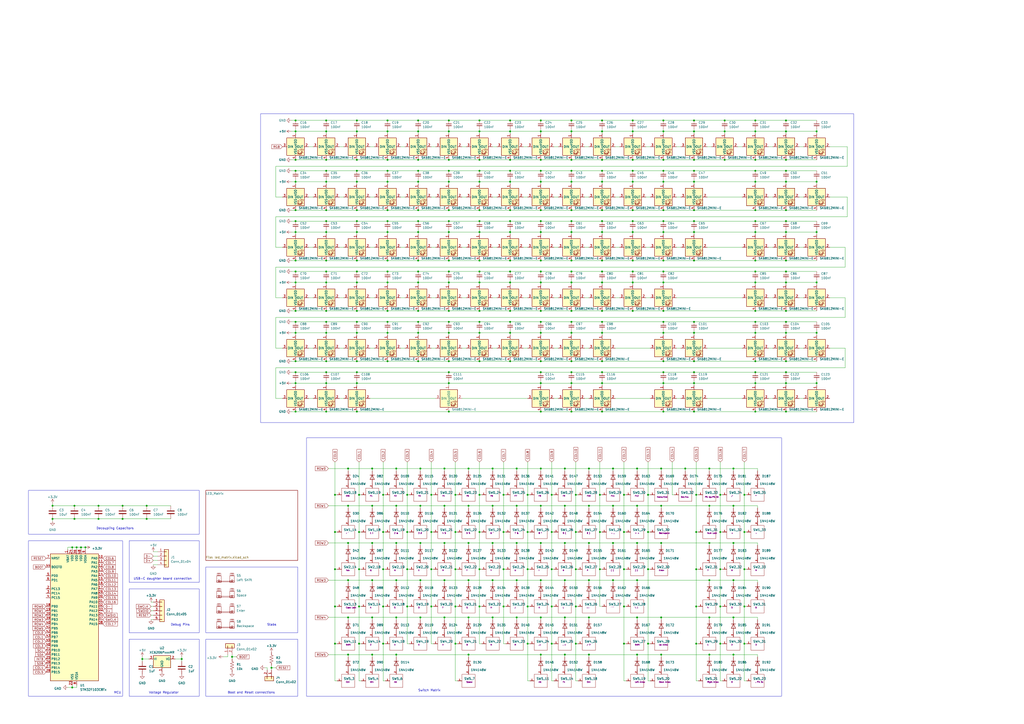
<source format=kicad_sch>
(kicad_sch (version 20230121) (generator eeschema)
  (paper "A2")
  (title_block (title "KiKeeb"))
  (junction (at 455.93 105.41))
  (junction (at 455.93 215.9))
  (junction (at 295.91 134.62))
  (junction (at 425.45 336.55))
  (junction (at 402.59 128.27))
  (junction (at 215.9 293.37))
  (junction (at 331.47 209.55))
  (junction (at 331.47 215.9))
  (junction (at 349.25 157.48))
  (junction (at 295.91 193.04))
  (junction (at 313.69 92.71))
  (junction (at 402.59 105.41))
  (junction (at 402.59 215.9))
  (junction (at 420.37 92.71))
  (junction (at 341.63 293.37))
  (junction (at 313.69 336.55))
  (junction (at 189.23 193.04))
  (junction (at 384.81 151.13))
  (junction (at 222.25 373.38))
  (junction (at 295.91 209.55))
  (junction (at 171.45 180.34))
  (junction (at 299.72 314.96))
  (junction (at 384.81 76.2))
  (junction (at 264.16 373.38))
  (junction (at 320.04 351.79))
  (junction (at 189.23 69.85))
  (junction (at 341.63 336.55))
  (junction (at 375.92 330.2))
  (junction (at 369.57 379.73))
  (junction (at 361.95 287.02))
  (junction (at 208.28 330.2))
  (junction (at 473.71 134.62))
  (junction (at 327.66 336.55))
  (junction (at 320.04 373.38))
  (junction (at 257.81 314.96))
  (junction (at 242.57 105.41))
  (junction (at 349.25 128.27))
  (junction (at 171.45 186.69))
  (junction (at 229.87 336.55))
  (junction (at 222.25 308.61))
  (junction (at 278.13 157.48))
  (junction (at 207.01 92.71))
  (junction (at 349.25 209.55))
  (junction (at 299.72 358.14))
  (junction (at 229.87 379.73))
  (junction (at 384.81 215.9))
  (junction (at 292.1 308.61))
  (junction (at 171.45 222.25))
  (junction (at 299.72 336.55))
  (junction (at 425.45 379.73))
  (junction (at 367.03 180.34))
  (junction (at 331.47 105.41))
  (junction (at 278.13 69.85))
  (junction (at 260.35 121.92))
  (junction (at 71.12 293.37))
  (junction (at 361.95 308.61))
  (junction (at 278.13 287.02))
  (junction (at 334.01 287.02))
  (junction (at 347.98 308.61))
  (junction (at 224.79 134.62))
  (junction (at 171.45 76.2))
  (junction (at 473.71 105.41))
  (junction (at 236.22 308.61))
  (junction (at 327.66 271.78))
  (junction (at 189.23 121.92))
  (junction (at 295.91 92.71))
  (junction (at 455.93 157.48))
  (junction (at 313.69 128.27))
  (junction (at 313.69 215.9))
  (junction (at 250.19 308.61))
  (junction (at 367.03 163.83))
  (junction (at 384.81 128.27))
  (junction (at 334.01 373.38))
  (junction (at 403.86 308.61))
  (junction (at 438.15 222.25))
  (junction (at 295.91 186.69))
  (junction (at 236.22 287.02))
  (junction (at 224.79 99.06))
  (junction (at 85.09 300.99))
  (junction (at 292.1 287.02))
  (junction (at 201.93 314.96))
  (junction (at 243.84 358.14))
  (junction (at 375.92 308.61))
  (junction (at 313.69 180.34))
  (junction (at 224.79 209.55))
  (junction (at 431.8 308.61))
  (junction (at 313.69 121.92))
  (junction (at 171.45 193.04))
  (junction (at 473.71 76.2))
  (junction (at 431.8 287.02))
  (junction (at 367.03 134.62))
  (junction (at 242.57 151.13))
  (junction (at 331.47 134.62))
  (junction (at 207.01 76.2))
  (junction (at 224.79 157.48))
  (junction (at 242.57 121.92))
  (junction (at 189.23 105.41))
  (junction (at 295.91 105.41))
  (junction (at 189.23 128.27))
  (junction (at 278.13 163.83))
  (junction (at 327.66 293.37))
  (junction (at 222.25 287.02))
  (junction (at 349.25 105.41))
  (junction (at 171.45 121.92))
  (junction (at 384.81 157.48))
  (junction (at 341.63 379.73))
  (junction (at 331.47 238.76))
  (junction (at 438.15 128.27))
  (junction (at 369.57 271.78))
  (junction (at 367.03 105.41))
  (junction (at 208.28 308.61))
  (junction (at 473.71 222.25))
  (junction (at 207.01 193.04))
  (junction (at 222.25 330.2))
  (junction (at 201.93 358.14))
  (junction (at 438.15 157.48))
  (junction (at 367.03 121.92))
  (junction (at 278.13 308.61))
  (junction (at 331.47 92.71))
  (junction (at 260.35 193.04))
  (junction (at 402.59 151.13))
  (junction (at 384.81 92.71))
  (junction (at 243.84 314.96))
  (junction (at 384.81 69.85))
  (junction (at 367.03 76.2))
  (junction (at 295.91 151.13))
  (junction (at 383.54 271.78))
  (junction (at 224.79 128.27))
  (junction (at 194.31 287.02))
  (junction (at 82.55 382.27))
  (junction (at 229.87 271.78))
  (junction (at 417.83 308.61))
  (junction (at 320.04 308.61))
  (junction (at 224.79 163.83))
  (junction (at 438.15 76.2))
  (junction (at 355.6 336.55))
  (junction (at 171.45 151.13))
  (junction (at 411.48 271.78))
  (junction (at 384.81 209.55))
  (junction (at 201.93 271.78))
  (junction (at 257.81 293.37))
  (junction (at 306.07 287.02))
  (junction (at 313.69 238.76))
  (junction (at 207.01 180.34))
  (junction (at 242.57 163.83))
  (junction (at 207.01 157.48))
  (junction (at 455.93 186.69))
  (junction (at 431.8 373.38))
  (junction (at 327.66 314.96))
  (junction (at 229.87 293.37))
  (junction (at 278.13 193.04))
  (junction (at 295.91 76.2))
  (junction (at 367.03 99.06))
  (junction (at 331.47 99.06))
  (junction (at 207.01 215.9))
  (junction (at 49.53 317.5))
  (junction (at 260.35 163.83))
  (junction (at 260.35 238.76))
  (junction (at 313.69 157.48))
  (junction (at 278.13 92.71))
  (junction (at 455.93 76.2))
  (junction (at 455.93 238.76))
  (junction (at 242.57 186.69))
  (junction (at 41.91 398.78))
  (junction (at 134.62 381))
  (junction (at 417.83 330.2))
  (junction (at 207.01 121.92))
  (junction (at 264.16 330.2))
  (junction (at 194.31 308.61))
  (junction (at 207.01 222.25))
  (junction (at 455.93 151.13))
  (junction (at 257.81 271.78))
  (junction (at 367.03 157.48))
  (junction (at 207.01 238.76))
  (junction (at 285.75 293.37))
  (junction (at 455.93 180.34))
  (junction (at 171.45 69.85))
  (junction (at 331.47 69.85))
  (junction (at 189.23 209.55))
  (junction (at 250.19 330.2))
  (junction (at 207.01 151.13))
  (junction (at 260.35 157.48))
  (junction (at 236.22 351.79))
  (junction (at 313.69 222.25))
  (junction (at 278.13 76.2))
  (junction (at 250.19 351.79))
  (junction (at 207.01 128.27))
  (junction (at 384.81 105.41))
  (junction (at 331.47 163.83))
  (junction (at 44.45 317.5))
  (junction (at 438.15 215.9))
  (junction (at 299.72 293.37))
  (junction (at 189.23 180.34))
  (junction (at 229.87 314.96))
  (junction (at 41.91 317.5))
  (junction (at 438.15 99.06))
  (junction (at 334.01 308.61))
  (junction (at 349.25 163.83))
  (junction (at 402.59 99.06))
  (junction (at 402.59 193.04))
  (junction (at 367.03 151.13))
  (junction (at 57.15 293.37))
  (junction (at 402.59 121.92))
  (junction (at 361.95 351.79))
  (junction (at 455.93 92.71))
  (junction (at 473.71 163.83))
  (junction (at 171.45 163.83))
  (junction (at 295.91 180.34))
  (junction (at 347.98 287.02))
  (junction (at 46.99 317.5))
  (junction (at 438.15 186.69))
  (junction (at 278.13 105.41))
  (junction (at 313.69 151.13))
  (junction (at 306.07 373.38))
  (junction (at 171.45 99.06))
  (junction (at 313.69 163.83))
  (junction (at 57.15 300.99))
  (junction (at 349.25 193.04))
  (junction (at 349.25 99.06))
  (junction (at 341.63 358.14))
  (junction (at 313.69 209.55))
  (junction (at 361.95 330.2))
  (junction (at 71.12 300.99))
  (junction (at 383.54 379.73))
  (junction (at 30.48 300.99))
  (junction (at 242.57 76.2))
  (junction (at 313.69 186.69))
  (junction (at 402.59 209.55))
  (junction (at 384.81 238.76))
  (junction (at 242.57 157.48))
  (junction (at 367.03 92.71))
  (junction (at 215.9 271.78))
  (junction (at 375.92 287.02))
  (junction (at 295.91 128.27))
  (junction (at 375.92 373.38))
  (junction (at 207.01 69.85))
  (junction (at 349.25 215.9))
  (junction (at 384.81 222.25))
  (junction (at 334.01 330.2))
  (junction (at 417.83 287.02))
  (junction (at 313.69 314.96))
  (junction (at 313.69 193.04))
  (junction (at 402.59 76.2))
  (junction (at 455.93 209.55))
  (junction (at 438.15 134.62))
  (junction (at 208.28 373.38))
  (junction (at 313.69 76.2))
  (junction (at 306.07 351.79))
  (junction (at 455.93 128.27))
  (junction (at 349.25 238.76))
  (junction (at 420.37 76.2))
  (junction (at 224.79 69.85))
  (junction (at 367.03 69.85))
  (junction (at 271.78 336.55))
  (junction (at 331.47 157.48))
  (junction (at 455.93 163.83))
  (junction (at 331.47 151.13))
  (junction (at 224.79 151.13))
  (junction (at 438.15 105.41))
  (junction (at 285.75 271.78))
  (junction (at 411.48 293.37))
  (junction (at 271.78 271.78))
  (junction (at 417.83 373.38))
  (junction (at 194.31 351.79))
  (junction (at 438.15 121.92))
  (junction (at 431.8 351.79))
  (junction (at 242.57 134.62))
  (junction (at 189.23 215.9))
  (junction (at 260.35 69.85))
  (junction (at 402.59 69.85))
  (junction (at 285.75 336.55))
  (junction (at 292.1 351.79))
  (junction (at 384.81 163.83))
  (junction (at 313.69 134.62))
  (junction (at 207.01 209.55))
  (junction (at 171.45 105.41))
  (junction (at 455.93 121.92))
  (junction (at 236.22 330.2))
  (junction (at 85.09 293.37))
  (junction (at 455.93 99.06))
  (junction (at 171.45 238.76))
  (junction (at 313.69 293.37))
  (junction (at 383.54 358.14))
  (junction (at 215.9 336.55))
  (junction (at 171.45 134.62))
  (junction (at 331.47 76.2))
  (junction (at 349.25 180.34))
  (junction (at 438.15 151.13))
  (junction (at 369.57 358.14))
  (junction (at 189.23 163.83))
  (junction (at 207.01 105.41))
  (junction (at 402.59 92.71))
  (junction (at 306.07 330.2))
  (junction (at 260.35 151.13))
  (junction (at 222.25 351.79))
  (junction (at 455.93 222.25))
  (junction (at 341.63 271.78))
  (junction (at 30.48 293.37))
  (junction (at 208.28 351.79))
  (junction (at 331.47 180.34))
  (junction (at 278.13 186.69))
  (junction (at 242.57 99.06))
  (junction (at 215.9 314.96))
  (junction (at 271.78 358.14))
  (junction (at 224.79 92.71))
  (junction (at 403.86 287.02))
  (junction (at 201.93 336.55))
  (junction (at 250.19 287.02))
  (junction (at 229.87 358.14))
  (junction (at 260.35 134.62))
  (junction (at 208.28 287.02))
  (junction (at 260.35 209.55))
  (junction (at 331.47 128.27))
  (junction (at 278.13 180.34))
  (junction (at 224.79 105.41))
  (junction (at 402.59 222.25))
  (junction (at 320.04 287.02))
  (junction (at 278.13 209.55))
  (junction (at 189.23 238.76))
  (junction (at 438.15 69.85))
  (junction (at 260.35 99.06))
  (junction (at 411.48 358.14))
  (junction (at 157.48 387.35))
  (junction (at 242.57 92.71))
  (junction (at 313.69 99.06))
  (junction (at 384.81 180.34))
  (junction (at 243.84 293.37))
  (junction (at 207.01 134.62))
  (junction (at 384.81 121.92))
  (junction (at 295.91 69.85))
  (junction (at 361.95 373.38))
  (junction (at 189.23 222.25))
  (junction (at 384.81 134.62))
  (junction (at 224.79 186.69))
  (junction (at 295.91 157.48))
  (junction (at 295.91 121.92))
  (junction (at 278.13 134.62))
  (junction (at 334.01 351.79))
  (junction (at 189.23 92.71))
  (junction (at 278.13 99.06))
  (junction (at 369.57 293.37))
  (junction (at 264.16 287.02))
  (junction (at 313.69 105.41))
  (junction (at 313.69 379.73))
  (junction (at 347.98 330.2))
  (junction (at 260.35 180.34))
  (junction (at 438.15 238.76))
  (junction (at 425.45 358.14))
  (junction (at 431.8 330.2))
  (junction (at 349.25 69.85))
  (junction (at 207.01 186.69))
  (junction (at 403.86 373.38))
  (junction (at 411.48 336.55))
  (junction (at 455.93 134.62))
  (junction (at 242.57 128.27))
  (junction (at 278.13 330.2))
  (junction (at 438.15 92.71))
  (junction (at 420.37 69.85))
  (junction (at 355.6 293.37))
  (junction (at 201.93 379.73))
  (junction (at 331.47 193.04))
  (junction (at 295.91 99.06))
  (junction (at 455.93 69.85))
  (junction (at 43.18 300.99))
  (junction (at 242.57 209.55))
  (junction (at 383.54 314.96))
  (junction (at 285.75 314.96))
  (junction (at 271.78 379.73))
  (junction (at 402.59 238.76))
  (junction (at 201.93 293.37))
  (junction (at 260.35 92.71))
  (junction (at 438.15 209.55))
  (junction (at 189.23 99.06))
  (junction (at 257.81 358.14))
  (junction (at 189.23 76.2))
  (junction (at 207.01 99.06))
  (junction (at 292.1 330.2))
  (junction (at 313.69 69.85))
  (junction (at 349.25 121.92))
  (junction (at 349.25 222.25))
  (junction (at 215.9 358.14))
  (junction (at 189.23 134.62))
  (junction (at 278.13 121.92))
  (junction (at 278.13 151.13))
  (junction (at 331.47 121.92))
  (junction (at 403.86 351.79))
  (junction (at 473.71 193.04))
  (junction (at 224.79 76.2))
  (junction (at 383.54 293.37))
  (junction (at 260.35 128.27))
  (junction (at 260.35 215.9))
  (junction (at 194.31 330.2))
  (junction (at 384.81 99.06))
  (junction (at 260.35 222.25))
  (junction (at 438.15 180.34))
  (junction (at 271.78 293.37))
  (junction (at 349.25 134.62))
  (junction (at 207.01 163.83))
  (junction (at 349.25 76.2))
  (junction (at 260.35 105.41))
  (junction (at 242.57 180.34))
  (junction (at 369.57 336.55))
  (junction (at 331.47 186.69))
  (junction (at 438.15 163.83))
  (junction (at 455.93 193.04))
  (junction (at 189.23 157.48))
  (junction (at 349.25 151.13))
  (junction (at 320.04 330.2))
  (junction (at 417.83 351.79))
  (junction (at 425.45 314.96))
  (junction (at 43.18 293.37))
  (junction (at 306.07 308.61))
  (junction (at 397.51 271.78))
  (junction (at 278.13 351.79))
  (junction (at 313.69 271.78))
  (junction (at 171.45 128.27))
  (junction (at 260.35 76.2))
  (junction (at 224.79 121.92))
  (junction (at 242.57 193.04))
  (junction (at 355.6 314.96))
  (junction (at 403.86 330.2))
  (junction (at 384.81 186.69))
  (junction (at 264.16 308.61))
  (junction (at 327.66 358.14))
  (junction (at 299.72 271.78))
  (junction (at 411.48 314.96))
  (junction (at 194.31 373.38))
  (junction (at 402.59 186.69))
  (junction (at 105.41 382.27))
  (junction (at 271.78 314.96))
  (junction (at 278.13 128.27))
  (junction (at 411.48 379.73))
  (junction (at 215.9 379.73))
  (junction (at 369.57 314.96))
  (junction (at 349.25 92.71))
  (junction (at 189.23 151.13))
  (junction (at 425.45 293.37))
  (junction (at 171.45 215.9))
  (junction (at 438.15 193.04))
  (junction (at 260.35 186.69))
  (junction (at 224.79 180.34))
  (junction (at 224.79 193.04))
  (junction (at 243.84 336.55))
  (junction (at 189.23 186.69))
  (junction (at 243.84 271.78))
  (junction (at 171.45 209.55))
  (junction (at 349.25 186.69))
  (junction (at 257.81 336.55))
  (junction (at 295.91 163.83))
  (junction (at 242.57 69.85))
  (junction (at 341.63 314.96))
  (junction (at 367.03 128.27))
  (junction (at 171.45 92.71))
  (junction (at 327.66 379.73))
  (junction (at 355.6 271.78))
  (junction (at 285.75 358.14))
  (junction (at 264.16 351.79))
  (junction (at 331.47 222.25))
  (junction (at 384.81 193.04))
  (junction (at 402.59 134.62))
  (junction (at 425.45 271.78))
  (junction (at 171.45 157.48))
  (junction (at 313.69 358.14))
  (wire (pts (xy 88.9 322.58) (xy 91.44 322.58)))
  (wire (pts (xy 134.62 379.73) (xy 134.62 381)))
  (wire (pts (xy 278.13 180.34) (xy 295.91 180.34)))
  (wire (pts (xy 189.23 104.14) (xy 189.23 105.41)))
  (wire (pts (xy 229.87 314.96) (xy 229.87 316.23)))
  (wire (pts (xy 455.93 238.76) (xy 473.71 238.76)))
  (wire (pts (xy 224.79 105.41) (xy 242.57 105.41)))
  (wire (pts (xy 250.19 330.2) (xy 250.19 351.79)))
  (wire (pts (xy 260.35 193.04) (xy 278.13 193.04)))
  (wire (pts (xy 349.25 69.85) (xy 367.03 69.85)))
  (wire (pts (xy 201.93 358.14) (xy 215.9 358.14)))
  (wire (pts (xy 455.93 104.14) (xy 455.93 105.41)))
  (wire (pts (xy 88.9 327.66) (xy 91.44 327.66)))
  (wire (pts (xy 207.01 220.98) (xy 207.01 222.25)))
  (wire (pts (xy 313.69 180.34) (xy 331.47 180.34)))
  (wire (pts (xy 384.81 69.85) (xy 402.59 69.85)))
  (wire (pts (xy 439.42 271.78) (xy 439.42 273.05)))
  (wire (pts (xy 163.83 172.72) (xy 160.02 172.72)))
  (wire (pts (xy 257.81 271.78) (xy 257.81 273.05)))
  (wire (pts (xy 222.25 287.02) (xy 223.52 287.02)))
  (wire (pts (xy 264.16 373.38) (xy 264.16 394.97)))
  (wire (pts (xy 425.45 271.78) (xy 425.45 273.05)))
  (wire (pts (xy 168.91 186.69) (xy 171.45 186.69)))
  (wire (pts (xy 367.03 134.62) (xy 367.03 135.89)))
  (wire (pts (xy 295.91 134.62) (xy 295.91 135.89)))
  (wire (pts (xy 257.81 336.55) (xy 271.78 336.55)))
  (wire (pts (xy 313.69 74.93) (xy 313.69 76.2)))
  (wire (pts (xy 331.47 76.2) (xy 349.25 76.2)))
  (wire (pts (xy 403.86 308.61) (xy 403.86 330.2)))
  (wire (pts (xy 250.19 373.38) (xy 251.46 373.38)))
  (wire (pts (xy 384.81 191.77) (xy 384.81 193.04)))
  (wire (pts (xy 402.59 92.71) (xy 420.37 92.71)))
  (wire (pts (xy 168.91 163.83) (xy 171.45 163.83)))
  (wire (pts (xy 215.9 271.78) (xy 215.9 273.05)))
  (wire (pts (xy 105.41 382.27) (xy 105.41 383.54)))
  (wire (pts (xy 189.23 163.83) (xy 189.23 165.1)))
  (wire (pts (xy 331.47 163.83) (xy 331.47 165.1)))
  (wire (pts (xy 455.93 157.48) (xy 473.71 157.48)))
  (wire (pts (xy 369.57 379.73) (xy 369.57 381)))
  (wire (pts (xy 313.69 209.55) (xy 331.47 209.55)))
  (wire (pts (xy 207.01 134.62) (xy 224.79 134.62)))
  (wire (pts (xy 425.45 293.37) (xy 439.42 293.37)))
  (wire (pts (xy 445.77 85.09) (xy 448.31 85.09)))
  (wire (pts (xy 327.66 379.73) (xy 327.66 381)))
  (wire (pts (xy 260.35 220.98) (xy 260.35 222.25)))
  (wire (pts (xy 250.19 172.72) (xy 252.73 172.72)))
  (wire (pts (xy 473.71 104.14) (xy 473.71 105.41)))
  (wire (pts (xy 383.54 379.73) (xy 411.48 379.73)))
  (wire (pts (xy 320.04 287.02) (xy 321.31 287.02)))
  (wire (pts (xy 168.91 76.2) (xy 171.45 76.2)))
  (wire (pts (xy 250.19 351.79) (xy 251.46 351.79)))
  (wire (pts (xy 356.87 143.51) (xy 359.41 143.51)))
  (wire (pts (xy 168.91 92.71) (xy 171.45 92.71)))
  (wire (pts (xy 207.01 92.71) (xy 224.79 92.71)))
  (wire (pts (xy 189.23 209.55) (xy 207.01 209.55)))
  (wire (pts (xy 473.71 222.25) (xy 473.71 223.52)))
  (wire (pts (xy 242.57 128.27) (xy 260.35 128.27)))
  (wire (pts (xy 375.92 308.61) (xy 375.92 330.2)))
  (wire (pts (xy 208.28 267.97) (xy 208.28 287.02)))
  (wire (pts (xy 208.28 394.97) (xy 209.55 394.97)))
  (wire (pts (xy 222.25 330.2) (xy 223.52 330.2)))
  (wire (pts (xy 397.51 271.78) (xy 397.51 273.05)))
  (wire (pts (xy 57.15 293.37) (xy 71.12 293.37)))
  (wire (pts (xy 232.41 85.09) (xy 234.95 85.09)))
  (wire (pts (xy 417.83 351.79) (xy 419.1 351.79)))
  (wire (pts (xy 292.1 330.2) (xy 292.1 351.79)))
  (wire (pts (xy 417.83 308.61) (xy 419.1 308.61)))
  (wire (pts (xy 455.93 99.06) (xy 473.71 99.06)))
  (wire (pts (xy 349.25 134.62) (xy 367.03 134.62)))
  (wire (pts (xy 402.59 74.93) (xy 402.59 76.2)))
  (wire (pts (xy 355.6 293.37) (xy 355.6 294.64)))
  (wire (pts (xy 306.07 308.61) (xy 306.07 330.2)))
  (wire (pts (xy 208.28 287.02) (xy 209.55 287.02)))
  (wire (pts (xy 339.09 143.51) (xy 341.63 143.51)))
  (wire (pts (xy 208.28 351.79) (xy 208.28 373.38)))
  (wire (pts (xy 207.01 133.35) (xy 207.01 134.62)))
  (wire (pts (xy 490.22 184.15) (xy 160.02 184.15)))
  (wire (pts (xy 313.69 69.85) (xy 331.47 69.85)))
  (wire (pts (xy 384.81 220.98) (xy 384.81 222.25)))
  (wire (pts (xy 179.07 201.93) (xy 181.61 201.93)))
  (wire (pts (xy 417.83 287.02) (xy 419.1 287.02)))
  (wire (pts (xy 189.23 121.92) (xy 207.01 121.92)))
  (wire (pts (xy 295.91 92.71) (xy 313.69 92.71)))
  (wire (pts (xy 229.87 293.37) (xy 229.87 294.64)))
  (wire (pts (xy 349.25 133.35) (xy 349.25 134.62)))
  (wire (pts (xy 320.04 330.2) (xy 320.04 351.79)))
  (wire (pts (xy 189.23 186.69) (xy 207.01 186.69)))
  (wire (pts (xy 375.92 330.2) (xy 375.92 373.38)))
  (wire (pts (xy 438.15 222.25) (xy 438.15 223.52)))
  (wire (pts (xy 313.69 215.9) (xy 331.47 215.9)))
  (wire (pts (xy 295.91 105.41) (xy 313.69 105.41)))
  (wire (pts (xy 207.01 151.13) (xy 224.79 151.13)))
  (wire (pts (xy 168.91 134.62) (xy 171.45 134.62)))
  (wire (pts (xy 260.35 76.2) (xy 260.35 77.47)))
  (wire (pts (xy 438.15 134.62) (xy 438.15 135.89)))
  (wire (pts (xy 278.13 128.27) (xy 295.91 128.27)))
  (wire (pts (xy 171.45 92.71) (xy 189.23 92.71)))
  (wire (pts (xy 236.22 267.97) (xy 236.22 287.02)))
  (wire (pts (xy 171.45 134.62) (xy 171.45 135.89)))
  (wire (pts (xy 431.8 330.2) (xy 431.8 351.79)))
  (wire (pts (xy 341.63 358.14) (xy 341.63 359.41)))
  (wire (pts (xy 215.9 336.55) (xy 215.9 337.82)))
  (wire (pts (xy 331.47 105.41) (xy 331.47 106.68)))
  (wire (pts (xy 295.91 76.2) (xy 295.91 77.47)))
  (wire (pts (xy 224.79 134.62) (xy 224.79 135.89)))
  (wire (pts (xy 321.31 85.09) (xy 323.85 85.09)))
  (wire (pts (xy 349.25 162.56) (xy 349.25 163.83)))
  (wire (pts (xy 397.51 271.78) (xy 411.48 271.78)))
  (wire (pts (xy 43.18 300.99) (xy 57.15 300.99)))
  (wire (pts (xy 207.01 215.9) (xy 260.35 215.9)))
  (wire (pts (xy 222.25 287.02) (xy 222.25 308.61)))
  (wire (pts (xy 349.25 74.93) (xy 349.25 76.2)))
  (wire (pts (xy 402.59 222.25) (xy 402.59 223.52)))
  (wire (pts (xy 250.19 201.93) (xy 252.73 201.93)))
  (wire (pts (xy 132.08 381) (xy 132.08 379.73)))
  (wire (pts (xy 260.35 92.71) (xy 278.13 92.71)))
  (wire (pts (xy 361.95 287.02) (xy 361.95 308.61)))
  (wire (pts (xy 349.25 193.04) (xy 384.81 193.04)))
  (wire (pts (xy 242.57 162.56) (xy 242.57 163.83)))
  (wire (pts (xy 171.45 186.69) (xy 189.23 186.69)))
  (wire (pts (xy 278.13 105.41) (xy 295.91 105.41)))
  (wire (pts (xy 171.45 163.83) (xy 189.23 163.83)))
  (wire (pts (xy 438.15 215.9) (xy 455.93 215.9)))
  (wire (pts (xy 201.93 314.96) (xy 201.93 316.23)))
  (wire (pts (xy 260.35 193.04) (xy 260.35 194.31)))
  (wire (pts (xy 260.35 151.13) (xy 278.13 151.13)))
  (wire (pts (xy 257.81 293.37) (xy 271.78 293.37)))
  (wire (pts (xy 339.09 201.93) (xy 341.63 201.93)))
  (wire (pts (xy 313.69 336.55) (xy 327.66 336.55)))
  (wire (pts (xy 313.69 191.77) (xy 313.69 193.04)))
  (wire (pts (xy 411.48 271.78) (xy 411.48 273.05)))
  (wire (pts (xy 194.31 351.79) (xy 194.31 373.38)))
  (wire (pts (xy 260.35 215.9) (xy 313.69 215.9)))
  (wire (pts (xy 349.25 180.34) (xy 367.03 180.34)))
  (wire (pts (xy 264.16 287.02) (xy 265.43 287.02)))
  (wire (pts (xy 490.22 201.93) (xy 481.33 201.93)))
  (wire (pts (xy 331.47 151.13) (xy 349.25 151.13)))
  (wire (pts (xy 327.66 379.73) (xy 341.63 379.73)))
  (wire (pts (xy 101.6 382.27) (xy 105.41 382.27)))
  (wire (pts (xy 411.48 314.96) (xy 425.45 314.96)))
  (wire (pts (xy 411.48 358.14) (xy 425.45 358.14)))
  (wire (pts (xy 260.35 134.62) (xy 260.35 135.89)))
  (wire (pts (xy 473.71 133.35) (xy 473.71 134.62)))
  (wire (pts (xy 222.25 373.38) (xy 222.25 394.97)))
  (wire (pts (xy 194.31 373.38) (xy 195.58 373.38)))
  (wire (pts (xy 417.83 287.02) (xy 417.83 308.61)))
  (wire (pts (xy 278.13 351.79) (xy 278.13 373.38)))
  (wire (pts (xy 473.71 105.41) (xy 473.71 106.68)))
  (wire (pts (xy 43.18 293.37) (xy 57.15 293.37)))
  (wire (pts (xy 425.45 314.96) (xy 439.42 314.96)))
  (wire (pts (xy 361.95 330.2) (xy 363.22 330.2)))
  (wire (pts (xy 85.09 293.37) (xy 99.06 293.37)))
  (wire (pts (xy 163.83 114.3) (xy 160.02 114.3)))
  (wire (pts (xy 224.79 133.35) (xy 224.79 134.62)))
  (wire (pts (xy 260.35 180.34) (xy 278.13 180.34)))
  (wire (pts (xy 463.55 114.3) (xy 466.09 114.3)))
  (wire (pts (xy 439.42 379.73) (xy 439.42 381)))
  (wire (pts (xy 349.25 134.62) (xy 349.25 135.89)))
  (wire (pts (xy 224.79 104.14) (xy 224.79 105.41)))
  (wire (pts (xy 30.48 300.99) (xy 43.18 300.99)))
  (wire (pts (xy 403.86 267.97) (xy 403.86 287.02)))
  (wire (pts (xy 367.03 133.35) (xy 367.03 134.62)))
  (wire (pts (xy 222.25 308.61) (xy 223.52 308.61)))
  (wire (pts (xy 438.15 193.04) (xy 438.15 194.31)))
  (wire (pts (xy 369.57 314.96) (xy 369.57 316.23)))
  (wire (pts (xy 278.13 193.04) (xy 278.13 194.31)))
  (wire (pts (xy 271.78 314.96) (xy 271.78 316.23)))
  (wire (pts (xy 236.22 373.38) (xy 237.49 373.38)))
  (wire (pts (xy 189.23 193.04) (xy 207.01 193.04)))
  (wire (pts (xy 410.21 143.51) (xy 430.53 143.51)))
  (wire (pts (xy 196.85 114.3) (xy 199.39 114.3)))
  (wire (pts (xy 402.59 191.77) (xy 402.59 193.04)))
  (wire (pts (xy 420.37 76.2) (xy 420.37 77.47)))
  (wire (pts (xy 224.79 191.77) (xy 224.79 193.04)))
  (wire (pts (xy 463.55 143.51) (xy 466.09 143.51)))
  (wire (pts (xy 243.84 293.37) (xy 243.84 294.64)))
  (wire (pts (xy 306.07 267.97) (xy 306.07 287.02)))
  (wire (pts (xy 232.41 201.93) (xy 234.95 201.93)))
  (wire (pts (xy 207.01 222.25) (xy 260.35 222.25)))
  (wire (pts (xy 331.47 157.48) (xy 349.25 157.48)))
  (wire (pts (xy 349.25 209.55) (xy 384.81 209.55)))
  (wire (pts (xy 349.25 76.2) (xy 349.25 77.47)))
  (wire (pts (xy 278.13 76.2) (xy 295.91 76.2)))
  (wire (pts (xy 384.81 151.13) (xy 402.59 151.13)))
  (wire (pts (xy 361.95 267.97) (xy 361.95 287.02)))
  (wire (pts (xy 367.03 121.92) (xy 384.81 121.92)))
  (wire (pts (xy 171.45 74.93) (xy 171.45 76.2)))
  (wire (pts (xy 171.45 163.83) (xy 171.45 165.1)))
  (wire (pts (xy 189.23 162.56) (xy 189.23 163.83)))
  (wire (pts (xy 295.91 157.48) (xy 313.69 157.48)))
  (wire (pts (xy 250.19 308.61) (xy 250.19 330.2)))
  (wire (pts (xy 384.81 209.55) (xy 402.59 209.55)))
  (wire (pts (xy 473.71 74.93) (xy 473.71 76.2)))
  (wire (pts (xy 361.95 351.79) (xy 363.22 351.79)))
  (wire (pts (xy 285.75 293.37) (xy 299.72 293.37)))
  (wire (pts (xy 361.95 394.97) (xy 363.22 394.97)))
  (wire (pts (xy 285.75 143.51) (xy 288.29 143.51)))
  (wire (pts (xy 341.63 314.96) (xy 341.63 316.23)))
  (wire (pts (xy 313.69 134.62) (xy 313.69 135.89)))
  (wire (pts (xy 306.07 373.38) (xy 307.34 373.38)))
  (wire (pts (xy 402.59 222.25) (xy 438.15 222.25)))
  (wire (pts (xy 278.13 351.79) (xy 279.4 351.79)))
  (wire (pts (xy 402.59 105.41) (xy 402.59 106.68)))
  (wire (pts (xy 438.15 74.93) (xy 438.15 76.2)))
  (wire (pts (xy 431.8 394.97) (xy 433.07 394.97)))
  (wire (pts (xy 190.5 336.55) (xy 201.93 336.55)))
  (wire (pts (xy 189.23 134.62) (xy 207.01 134.62)))
  (wire (pts (xy 87.63 354.33) (xy 88.9 354.33)))
  (wire (pts (xy 224.79 99.06) (xy 242.57 99.06)))
  (wire (pts (xy 41.91 397.51) (xy 41.91 398.78)))
  (wire (pts (xy 349.25 104.14) (xy 349.25 105.41)))
  (wire (pts (xy 349.25 186.69) (xy 384.81 186.69)))
  (wire (pts (xy 292.1 308.61) (xy 292.1 330.2)))
  (wire (pts (xy 411.48 379.73) (xy 425.45 379.73)))
  (wire (pts (xy 383.54 379.73) (xy 383.54 381)))
  (wire (pts (xy 207.01 69.85) (xy 224.79 69.85)))
  (wire (pts (xy 403.86 330.2) (xy 405.13 330.2)))
  (wire (pts (xy 313.69 358.14) (xy 313.69 359.41)))
  (wire (pts (xy 438.15 209.55) (xy 455.93 209.55)))
  (wire (pts (xy 236.22 351.79) (xy 237.49 351.79)))
  (wire (pts (xy 41.91 317.5) (xy 41.91 318.77)))
  (wire (pts (xy 367.03 162.56) (xy 367.03 163.83)))
  (wire (pts (xy 438.15 121.92) (xy 455.93 121.92)))
  (wire (pts (xy 455.93 151.13) (xy 473.71 151.13)))
  (wire (pts (xy 341.63 293.37) (xy 355.6 293.37)))
  (wire (pts (xy 402.59 134.62) (xy 438.15 134.62)))
  (wire (pts (xy 374.65 114.3) (xy 377.19 114.3)))
  (wire (pts (xy 473.71 162.56) (xy 473.71 163.83)))
  (wire (pts (xy 179.07 172.72) (xy 181.61 172.72)))
  (wire (pts (xy 375.92 267.97) (xy 375.92 287.02)))
  (wire (pts (xy 292.1 373.38) (xy 293.37 373.38)))
  (wire (pts (xy 349.25 163.83) (xy 367.03 163.83)))
  (wire (pts (xy 168.91 180.34) (xy 171.45 180.34)))
  (wire (pts (xy 171.45 193.04) (xy 189.23 193.04)))
  (wire (pts (xy 299.72 293.37) (xy 299.72 294.64)))
  (wire (pts (xy 189.23 193.04) (xy 189.23 194.31)))
  (wire (pts (xy 87.63 359.41) (xy 88.9 359.41)))
  (wire (pts (xy 264.16 267.97) (xy 264.16 287.02)))
  (wire (pts (xy 367.03 105.41) (xy 367.03 106.68)))
  (wire (pts (xy 207.01 180.34) (xy 224.79 180.34)))
  (wire (pts (xy 403.86 373.38) (xy 405.13 373.38)))
  (wire (pts (xy 341.63 336.55) (xy 355.6 336.55)))
  (wire (pts (xy 303.53 114.3) (xy 306.07 114.3)))
  (wire (pts (xy 392.43 114.3) (xy 394.97 114.3)))
  (wire (pts (xy 224.79 163.83) (xy 224.79 165.1)))
  (wire (pts (xy 384.81 105.41) (xy 384.81 106.68)))
  (wire (pts (xy 313.69 105.41) (xy 313.69 106.68)))
  (wire (pts (xy 334.01 287.02) (xy 334.01 308.61)))
  (wire (pts (xy 196.85 172.72) (xy 199.39 172.72)))
  (wire (pts (xy 224.79 162.56) (xy 224.79 163.83)))
  (wire (pts (xy 260.35 121.92) (xy 278.13 121.92)))
  (wire (pts (xy 445.77 143.51) (xy 448.31 143.51)))
  (wire (pts (xy 295.91 162.56) (xy 295.91 163.83)))
  (wire (pts (xy 30.48 300.99) (xy 30.48 302.26)))
  (wire (pts (xy 214.63 201.93) (xy 217.17 201.93)))
  (wire (pts (xy 260.35 104.14) (xy 260.35 105.41)))
  (wire (pts (xy 260.35 163.83) (xy 260.35 165.1)))
  (wire (pts (xy 222.25 394.97) (xy 223.52 394.97)))
  (wire (pts (xy 313.69 157.48) (xy 331.47 157.48)))
  (wire (pts (xy 208.28 373.38) (xy 208.28 394.97)))
  (wire (pts (xy 189.23 133.35) (xy 189.23 134.62)))
  (wire (pts (xy 105.41 381) (xy 105.41 382.27)))
  (wire (pts (xy 242.57 76.2) (xy 242.57 77.47)))
  (wire (pts (xy 224.79 193.04) (xy 242.57 193.04)))
  (wire (pts (xy 271.78 379.73) (xy 313.69 379.73)))
  (wire (pts (xy 295.91 193.04) (xy 313.69 193.04)))
  (wire (pts (xy 481.33 114.3) (xy 491.49 114.3)))
  (wire (pts (xy 189.23 151.13) (xy 207.01 151.13)))
  (wire (pts (xy 295.91 128.27) (xy 313.69 128.27)))
  (wire (pts (xy 355.6 336.55) (xy 355.6 337.82)))
  (wire (pts (xy 320.04 308.61) (xy 320.04 330.2)))
  (wire (pts (xy 306.07 351.79) (xy 307.34 351.79)))
  (wire (pts (xy 207.01 186.69) (xy 224.79 186.69)))
  (wire (pts (xy 367.03 128.27) (xy 384.81 128.27)))
  (wire (pts (xy 171.45 191.77) (xy 171.45 193.04)))
  (wire (pts (xy 306.07 330.2) (xy 306.07 351.79)))
  (wire (pts (xy 347.98 287.02) (xy 349.25 287.02)))
  (wire (pts (xy 71.12 300.99) (xy 85.09 300.99)))
  (wire (pts (xy 264.16 394.97) (xy 265.43 394.97)))
  (wire (pts (xy 257.81 336.55) (xy 257.81 337.82)))
  (wire (pts (xy 355.6 314.96) (xy 369.57 314.96)))
  (wire (pts (xy 189.23 222.25) (xy 207.01 222.25)))
  (wire (pts (xy 299.72 314.96) (xy 313.69 314.96)))
  (wire (pts (xy 327.66 271.78) (xy 341.63 271.78)))
  (wire (pts (xy 168.91 157.48) (xy 171.45 157.48)))
  (wire (pts (xy 285.75 358.14) (xy 299.72 358.14)))
  (wire (pts (xy 313.69 151.13) (xy 331.47 151.13)))
  (wire (pts (xy 168.91 128.27) (xy 171.45 128.27)))
  (wire (pts (xy 334.01 394.97) (xy 335.28 394.97)))
  (wire (pts (xy 367.03 134.62) (xy 384.81 134.62)))
  (wire (pts (xy 320.04 330.2) (xy 321.31 330.2)))
  (wire (pts (xy 278.13 76.2) (xy 278.13 77.47)))
  (wire (pts (xy 356.87 85.09) (xy 359.41 85.09)))
  (wire (pts (xy 369.57 314.96) (xy 383.54 314.96)))
  (wire (pts (xy 171.45 180.34) (xy 189.23 180.34)))
  (wire (pts (xy 438.15 238.76) (xy 455.93 238.76)))
  (wire (pts (xy 278.13 308.61) (xy 278.13 330.2)))
  (wire (pts (xy 292.1 287.02) (xy 293.37 287.02)))
  (wire (pts (xy 473.71 220.98) (xy 473.71 222.25)))
  (wire (pts (xy 242.57 180.34) (xy 260.35 180.34)))
  (wire (pts (xy 201.93 358.14) (xy 201.93 359.41)))
  (wire (pts (xy 267.97 85.09) (xy 270.51 85.09)))
  (wire (pts (xy 295.91 99.06) (xy 313.69 99.06)))
  (wire (pts (xy 403.86 287.02) (xy 405.13 287.02)))
  (wire (pts (xy 250.19 85.09) (xy 252.73 85.09)))
  (wire (pts (xy 374.65 143.51) (xy 377.19 143.51)))
  (wire (pts (xy 257.81 314.96) (xy 257.81 316.23)))
  (wire (pts (xy 285.75 336.55) (xy 299.72 336.55)))
  (wire (pts (xy 260.35 133.35) (xy 260.35 134.62)))
  (wire (pts (xy 367.03 76.2) (xy 367.03 77.47)))
  (wire (pts (xy 439.42 358.14) (xy 439.42 359.41)))
  (wire (pts (xy 402.59 151.13) (xy 438.15 151.13)))
  (wire (pts (xy 445.77 201.93) (xy 448.31 201.93)))
  (wire (pts (xy 194.31 351.79) (xy 195.58 351.79)))
  (wire (pts (xy 85.09 300.99) (xy 99.06 300.99)))
  (wire (pts (xy 299.72 336.55) (xy 313.69 336.55)))
  (wire (pts (xy 349.25 151.13) (xy 367.03 151.13)))
  (wire (pts (xy 334.01 373.38) (xy 334.01 394.97)))
  (wire (pts (xy 347.98 287.02) (xy 347.98 308.61)))
  (wire (pts (xy 264.16 287.02) (xy 264.16 308.61)))
  (wire (pts (xy 299.72 314.96) (xy 299.72 316.23)))
  (wire (pts (xy 295.91 134.62) (xy 313.69 134.62)))
  (wire (pts (xy 339.09 85.09) (xy 341.63 85.09)))
  (wire (pts (xy 425.45 379.73) (xy 425.45 381)))
  (wire (pts (xy 431.8 308.61) (xy 431.8 330.2)))
  (wire (pts (xy 229.87 358.14) (xy 243.84 358.14)))
  (wire (pts (xy 438.15 69.85) (xy 455.93 69.85)))
  (wire (pts (xy 392.43 201.93) (xy 394.97 201.93)))
  (wire (pts (xy 207.01 157.48) (xy 224.79 157.48)))
  (wire (pts (xy 402.59 220.98) (xy 402.59 222.25)))
  (wire (pts (xy 201.93 293.37) (xy 215.9 293.37)))
  (wire (pts (xy 367.03 99.06) (xy 384.81 99.06)))
  (wire (pts (xy 278.13 74.93) (xy 278.13 76.2)))
  (wire (pts (xy 313.69 271.78) (xy 327.66 271.78)))
  (wire (pts (xy 384.81 180.34) (xy 438.15 180.34)))
  (wire (pts (xy 224.79 128.27) (xy 242.57 128.27)))
  (wire (pts (xy 214.63 231.14) (xy 252.73 231.14)))
  (wire (pts (xy 215.9 358.14) (xy 229.87 358.14)))
  (wire (pts (xy 160.02 231.14) (xy 160.02 213.36)))
  (wire (pts (xy 355.6 271.78) (xy 355.6 273.05)))
  (wire (pts (xy 278.13 308.61) (xy 279.4 308.61)))
  (wire (pts (xy 207.01 193.04) (xy 207.01 194.31)))
  (wire (pts (xy 46.99 317.5) (xy 49.53 317.5)))
  (wire (pts (xy 264.16 373.38) (xy 265.43 373.38)))
  (wire (pts (xy 224.79 74.93) (xy 224.79 76.2)))
  (wire (pts (xy 171.45 162.56) (xy 171.45 163.83)))
  (wire (pts (xy 402.59 186.69) (xy 438.15 186.69)))
  (wire (pts (xy 473.71 76.2) (xy 473.71 77.47)))
  (wire (pts (xy 171.45 105.41) (xy 189.23 105.41)))
  (wire (pts (xy 313.69 379.73) (xy 327.66 379.73)))
  (wire (pts (xy 224.79 180.34) (xy 242.57 180.34)))
  (wire (pts (xy 208.28 308.61) (xy 209.55 308.61)))
  (wire (pts (xy 278.13 133.35) (xy 278.13 134.62)))
  (wire (pts (xy 455.93 76.2) (xy 455.93 77.47)))
  (wire (pts (xy 229.87 379.73) (xy 229.87 381)))
  (wire (pts (xy 438.15 163.83) (xy 438.15 165.1)))
  (wire (pts (xy 292.1 287.02) (xy 292.1 308.61)))
  (wire (pts (xy 331.47 134.62) (xy 331.47 135.89)))
  (wire (pts (xy 339.09 172.72) (xy 341.63 172.72)))
  (wire (pts (xy 171.45 76.2) (xy 171.45 77.47)))
  (wire (pts (xy 229.87 336.55) (xy 229.87 337.82)))
  (wire (pts (xy 194.31 308.61) (xy 194.31 330.2)))
  (wire (pts (xy 157.48 387.35) (xy 157.48 388.62)))
  (wire (pts (xy 411.48 358.14) (xy 411.48 359.41)))
  (wire (pts (xy 320.04 394.97) (xy 321.31 394.97)))
  (wire (pts (xy 278.13 330.2) (xy 278.13 351.79)))
  (wire (pts (xy 207.01 163.83) (xy 207.01 165.1)))
  (wire (pts (xy 361.95 287.02) (xy 363.22 287.02)))
  (wire (pts (xy 313.69 134.62) (xy 331.47 134.62)))
  (wire (pts (xy 355.6 336.55) (xy 369.57 336.55)))
  (wire (pts (xy 278.13 105.41) (xy 278.13 106.68)))
  (wire (pts (xy 171.45 128.27) (xy 189.23 128.27)))
  (wire (pts (xy 189.23 92.71) (xy 207.01 92.71)))
  (wire (pts (xy 438.15 162.56) (xy 438.15 163.83)))
  (wire (pts (xy 267.97 143.51) (xy 270.51 143.51)))
  (wire (pts (xy 313.69 379.73) (xy 313.69 381)))
  (wire (pts (xy 455.93 191.77) (xy 455.93 193.04)))
  (wire (pts (xy 267.97 201.93) (xy 270.51 201.93)))
  (wire (pts (xy 271.78 271.78) (xy 271.78 273.05)))
  (wire (pts (xy 349.25 163.83) (xy 349.25 165.1)))
  (wire (pts (xy 271.78 336.55) (xy 271.78 337.82)))
  (wire (pts (xy 224.79 163.83) (xy 242.57 163.83)))
  (wire (pts (xy 189.23 157.48) (xy 207.01 157.48)))
  (wire (pts (xy 375.92 308.61) (xy 377.19 308.61)))
  (wire (pts (xy 306.07 351.79) (xy 306.07 373.38)))
  (wire (pts (xy 250.19 351.79) (xy 250.19 373.38)))
  (wire (pts (xy 331.47 215.9) (xy 349.25 215.9)))
  (wire (pts (xy 455.93 69.85) (xy 473.71 69.85)))
  (wire (pts (xy 250.19 287.02) (xy 250.19 308.61)))
  (wire (pts (xy 349.25 76.2) (xy 367.03 76.2)))
  (wire (pts (xy 402.59 76.2) (xy 420.37 76.2)))
  (wire (pts (xy 455.93 74.93) (xy 455.93 76.2)))
  (wire (pts (xy 242.57 157.48) (xy 260.35 157.48)))
  (wire (pts (xy 278.13 151.13) (xy 295.91 151.13)))
  (wire (pts (xy 250.19 287.02) (xy 251.46 287.02)))
  (wire (pts (xy 292.1 308.61) (xy 293.37 308.61)))
  (wire (pts (xy 194.31 308.61) (xy 195.58 308.61)))
  (wire (pts (xy 367.03 92.71) (xy 384.81 92.71)))
  (wire (pts (xy 367.03 157.48) (xy 384.81 157.48)))
  (wire (pts (xy 383.54 271.78) (xy 383.54 273.05)))
  (wire (pts (xy 189.23 238.76) (xy 207.01 238.76)))
  (wire (pts (xy 295.91 74.93) (xy 295.91 76.2)))
  (wire (pts (xy 341.63 358.14) (xy 369.57 358.14)))
  (wire (pts (xy 232.41 114.3) (xy 234.95 114.3)))
  (wire (pts (xy 402.59 209.55) (xy 438.15 209.55)))
  (wire (pts (xy 402.59 238.76) (xy 438.15 238.76)))
  (wire (pts (xy 455.93 121.92) (xy 473.71 121.92)))
  (wire (pts (xy 242.57 134.62) (xy 260.35 134.62)))
  (wire (pts (xy 403.86 330.2) (xy 403.86 351.79)))
  (wire (pts (xy 420.37 76.2) (xy 438.15 76.2)))
  (wire (pts (xy 417.83 373.38) (xy 419.1 373.38)))
  (wire (pts (xy 171.45 105.41) (xy 171.45 106.68)))
  (wire (pts (xy 341.63 379.73) (xy 341.63 381)))
  (wire (pts (xy 411.48 379.73) (xy 411.48 381)))
  (wire (pts (xy 189.23 191.77) (xy 189.23 193.04)))
  (wire (pts (xy 87.63 351.79) (xy 88.9 351.79)))
  (wire (pts (xy 207.01 222.25) (xy 207.01 223.52)))
  (wire (pts (xy 179.07 231.14) (xy 181.61 231.14)))
  (wire (pts (xy 295.91 186.69) (xy 313.69 186.69)))
  (wire (pts (xy 129.54 381) (xy 132.08 381)))
  (wire (pts (xy 369.57 336.55) (xy 369.57 337.82)))
  (wire (pts (xy 295.91 104.14) (xy 295.91 105.41)))
  (wire (pts (xy 242.57 209.55) (xy 260.35 209.55)))
  (wire (pts (xy 410.21 114.3) (xy 430.53 114.3)))
  (wire (pts (xy 160.02 172.72) (xy 160.02 154.94)))
  (wire (pts (xy 224.79 69.85) (xy 242.57 69.85)))
  (wire (pts (xy 194.31 373.38) (xy 194.31 394.97)))
  (wire (pts (xy 242.57 193.04) (xy 242.57 194.31)))
  (wire (pts (xy 207.01 99.06) (xy 224.79 99.06)))
  (wire (pts (xy 349.25 220.98) (xy 349.25 222.25)))
  (wire (pts (xy 208.28 330.2) (xy 208.28 351.79)))
  (wire (pts (xy 445.77 231.14) (xy 448.31 231.14)))
  (wire (pts (xy 171.45 104.14) (xy 171.45 105.41)))
  (wire (pts (xy 207.01 105.41) (xy 207.01 106.68)))
  (wire (pts (xy 168.91 99.06) (xy 171.45 99.06)))
  (wire (pts (xy 402.59 99.06) (xy 438.15 99.06)))
  (wire (pts (xy 278.13 104.14) (xy 278.13 105.41)))
  (wire (pts (xy 242.57 186.69) (xy 260.35 186.69)))
  (wire (pts (xy 278.13 287.02) (xy 279.4 287.02)))
  (wire (pts (xy 201.93 336.55) (xy 201.93 337.82)))
  (wire (pts (xy 86.36 382.27) (xy 82.55 382.27)))
  (wire (pts (xy 349.25 105.41) (xy 349.25 106.68)))
  (wire (pts (xy 222.25 373.38) (xy 223.52 373.38)))
  (wire (pts (xy 236.22 287.02) (xy 237.49 287.02)))
  (wire (pts (xy 171.45 76.2) (xy 189.23 76.2)))
  (wire (pts (xy 285.75 114.3) (xy 288.29 114.3)))
  (wire (pts (xy 267.97 172.72) (xy 270.51 172.72)))
  (wire (pts (xy 207.01 74.93) (xy 207.01 76.2)))
  (wire (pts (xy 242.57 76.2) (xy 260.35 76.2)))
  (wire (pts (xy 295.91 121.92) (xy 313.69 121.92)))
  (wire (pts (xy 384.81 74.93) (xy 384.81 76.2)))
  (wire (pts (xy 384.81 163.83) (xy 384.81 165.1)))
  (wire (pts (xy 411.48 271.78) (xy 425.45 271.78)))
  (wire (pts (xy 411.48 336.55) (xy 425.45 336.55)))
  (wire (pts (xy 431.8 373.38) (xy 431.8 394.97)))
  (wire (pts (xy 49.53 317.5) (xy 49.53 318.77)))
  (wire (pts (xy 168.91 215.9) (xy 171.45 215.9)))
  (wire (pts (xy 313.69 99.06) (xy 331.47 99.06)))
  (wire (pts (xy 299.72 336.55) (xy 299.72 337.82)))
  (wire (pts (xy 242.57 121.92) (xy 260.35 121.92)))
  (wire (pts (xy 260.35 128.27) (xy 278.13 128.27)))
  (wire (pts (xy 171.45 157.48) (xy 189.23 157.48)))
  (wire (pts (xy 455.93 163.83) (xy 473.71 163.83)))
  (wire (pts (xy 313.69 186.69) (xy 331.47 186.69)))
  (wire (pts (xy 438.15 186.69) (xy 455.93 186.69)))
  (wire (pts (xy 455.93 92.71) (xy 473.71 92.71)))
  (wire (pts (xy 411.48 293.37) (xy 411.48 294.64)))
  (wire (pts (xy 224.79 209.55) (xy 242.57 209.55)))
  (wire (pts (xy 196.85 201.93) (xy 199.39 201.93)))
  (wire (pts (xy 171.45 121.92) (xy 189.23 121.92)))
  (wire (pts (xy 339.09 114.3) (xy 341.63 114.3)))
  (wire (pts (xy 157.48 386.08) (xy 157.48 387.35)))
  (wire (pts (xy 438.15 133.35) (xy 438.15 134.62)))
  (wire (pts (xy 306.07 308.61) (xy 307.34 308.61)))
  (wire (pts (xy 189.23 105.41) (xy 207.01 105.41)))
  (wire (pts (xy 171.45 220.98) (xy 171.45 222.25)))
  (wire (pts (xy 334.01 351.79) (xy 334.01 373.38)))
  (wire (pts (xy 171.45 99.06) (xy 189.23 99.06)))
  (wire (pts (xy 306.07 287.02) (xy 306.07 308.61)))
  (wire (pts (xy 257.81 358.14) (xy 271.78 358.14)))
  (wire (pts (xy 384.81 193.04) (xy 384.81 194.31)))
  (wire (pts (xy 369.57 358.14) (xy 383.54 358.14)))
  (wire (pts (xy 189.23 222.25) (xy 189.23 223.52)))
  (wire (pts (xy 201.93 271.78) (xy 201.93 273.05)))
  (wire (pts (xy 375.92 373.38) (xy 377.19 373.38)))
  (wire (pts (xy 194.31 394.97) (xy 195.58 394.97)))
  (wire (pts (xy 260.35 186.69) (xy 278.13 186.69)))
  (wire (pts (xy 367.03 105.41) (xy 384.81 105.41)))
  (wire (pts (xy 313.69 222.25) (xy 331.47 222.25)))
  (wire (pts (xy 367.03 104.14) (xy 367.03 105.41)))
  (wire (pts (xy 341.63 271.78) (xy 355.6 271.78)))
  (wire (pts (xy 168.91 222.25) (xy 171.45 222.25)))
  (wire (pts (xy 320.04 373.38) (xy 321.31 373.38)))
  (wire (pts (xy 160.02 96.52) (xy 491.49 96.52)))
  (wire (pts (xy 383.54 358.14) (xy 383.54 359.41)))
  (wire (pts (xy 153.67 387.35) (xy 154.94 387.35)))
  (wire (pts (xy 271.78 358.14) (xy 285.75 358.14)))
  (wire (pts (xy 260.35 157.48) (xy 278.13 157.48)))
  (wire (pts (xy 425.45 293.37) (xy 425.45 294.64)))
  (wire (pts (xy 361.95 373.38) (xy 361.95 394.97)))
  (wire (pts (xy 44.45 317.5) (xy 44.45 318.77)))
  (wire (pts (xy 168.91 238.76) (xy 171.45 238.76)))
  (wire (pts (xy 306.07 287.02) (xy 307.34 287.02)))
  (wire (pts (xy 190.5 358.14) (xy 201.93 358.14)))
  (wire (pts (xy 331.47 222.25) (xy 331.47 223.52)))
  (wire (pts (xy 71.12 293.37) (xy 85.09 293.37)))
  (wire (pts (xy 327.66 293.37) (xy 341.63 293.37)))
  (wire (pts (xy 222.25 330.2) (xy 222.25 351.79)))
  (wire (pts (xy 403.86 287.02) (xy 403.86 308.61)))
  (wire (pts (xy 431.8 373.38) (xy 433.07 373.38)))
  (wire (pts (xy 383.54 314.96) (xy 383.54 316.23)))
  (wire (pts (xy 490.22 172.72) (xy 490.22 184.15)))
  (wire (pts (xy 207.01 105.41) (xy 224.79 105.41)))
  (wire (pts (xy 313.69 163.83) (xy 313.69 165.1)))
  (wire (pts (xy 313.69 271.78) (xy 313.69 273.05)))
  (wire (pts (xy 278.13 209.55) (xy 295.91 209.55)))
  (wire (pts (xy 367.03 180.34) (xy 384.81 180.34)))
  (wire (pts (xy 331.47 133.35) (xy 331.47 134.62)))
  (wire (pts (xy 320.04 308.61) (xy 321.31 308.61)))
  (wire (pts (xy 160.02 154.94) (xy 490.22 154.94)))
  (wire (pts (xy 313.69 222.25) (xy 313.69 223.52)))
  (wire (pts (xy 438.15 128.27) (xy 455.93 128.27)))
  (wire (pts (xy 384.81 76.2) (xy 384.81 77.47)))
  (wire (pts (xy 402.59 193.04) (xy 438.15 193.04)))
  (wire (pts (xy 196.85 85.09) (xy 199.39 85.09)))
  (wire (pts (xy 41.91 398.78) (xy 44.45 398.78)))
  (wire (pts (xy 264.16 308.61) (xy 264.16 330.2)))
  (wire (pts (xy 490.22 213.36) (xy 490.22 201.93)))
  (wire (pts (xy 327.66 271.78) (xy 327.66 273.05)))
  (wire (pts (xy 278.13 191.77) (xy 278.13 193.04)))
  (wire (pts (xy 194.31 330.2) (xy 195.58 330.2)))
  (wire (pts (xy 375.92 287.02) (xy 375.92 308.61)))
  (wire (pts (xy 327.66 358.14) (xy 327.66 359.41)))
  (wire (pts (xy 215.9 314.96) (xy 215.9 316.23)))
  (wire (pts (xy 402.59 215.9) (xy 438.15 215.9)))
  (wire (pts (xy 427.99 85.09) (xy 430.53 85.09)))
  (wire (pts (xy 313.69 193.04) (xy 331.47 193.04)))
  (wire (pts (xy 215.9 358.14) (xy 215.9 359.41)))
  (wire (pts (xy 455.93 193.04) (xy 455.93 194.31)))
  (wire (pts (xy 417.83 330.2) (xy 419.1 330.2)))
  (wire (pts (xy 171.45 209.55) (xy 189.23 209.55)))
  (wire (pts (xy 491.49 114.3) (xy 491.49 125.73)))
  (wire (pts (xy 278.13 330.2) (xy 279.4 330.2)))
  (wire (pts (xy 313.69 314.96) (xy 313.69 316.23)))
  (wire (pts (xy 194.31 330.2) (xy 194.31 351.79)))
  (wire (pts (xy 438.15 105.41) (xy 455.93 105.41)))
  (wire (pts (xy 189.23 105.41) (xy 189.23 106.68)))
  (wire (pts (xy 278.13 267.97) (xy 278.13 287.02)))
  (wire (pts (xy 168.91 121.92) (xy 171.45 121.92)))
  (wire (pts (xy 207.01 191.77) (xy 207.01 193.04)))
  (wire (pts (xy 189.23 220.98) (xy 189.23 222.25)))
  (wire (pts (xy 375.92 287.02) (xy 377.19 287.02)))
  (wire (pts (xy 271.78 314.96) (xy 285.75 314.96)))
  (wire (pts (xy 438.15 157.48) (xy 455.93 157.48)))
  (wire (pts (xy 299.72 358.14) (xy 299.72 359.41)))
  (wire (pts (xy 224.79 134.62) (xy 242.57 134.62)))
  (wire (pts (xy 222.25 308.61) (xy 222.25 330.2)))
  (wire (pts (xy 134.62 381) (xy 134.62 382.27)))
  (wire (pts (xy 438.15 180.34) (xy 455.93 180.34)))
  (wire (pts (xy 349.25 193.04) (xy 349.25 194.31)))
  (wire (pts (xy 278.13 373.38) (xy 279.4 373.38)))
  (wire (pts (xy 331.47 92.71) (xy 349.25 92.71)))
  (wire (pts (xy 271.78 293.37) (xy 271.78 294.64)))
  (wire (pts (xy 207.01 163.83) (xy 224.79 163.83)))
  (wire (pts (xy 331.47 193.04) (xy 331.47 194.31)))
  (wire (pts (xy 313.69 293.37) (xy 327.66 293.37)))
  (wire (pts (xy 189.23 134.62) (xy 189.23 135.89)))
  (wire (pts (xy 321.31 201.93) (xy 323.85 201.93)))
  (wire (pts (xy 334.01 351.79) (xy 335.28 351.79)))
  (wire (pts (xy 349.25 191.77) (xy 349.25 193.04)))
  (wire (pts (xy 243.84 358.14) (xy 257.81 358.14)))
  (wire (pts (xy 285.75 85.09) (xy 288.29 85.09)))
  (wire (pts (xy 207.01 162.56) (xy 207.01 163.83)))
  (wire (pts (xy 260.35 238.76) (xy 313.69 238.76)))
  (wire (pts (xy 491.49 125.73) (xy 160.02 125.73)))
  (wire (pts (xy 214.63 85.09) (xy 217.17 85.09)))
  (wire (pts (xy 331.47 238.76) (xy 349.25 238.76)))
  (wire (pts (xy 285.75 201.93) (xy 288.29 201.93)))
  (wire (pts (xy 215.9 293.37) (xy 229.87 293.37)))
  (wire (pts (xy 347.98 330.2) (xy 347.98 351.79)))
  (wire (pts (xy 402.59 193.04) (xy 402.59 194.31)))
  (wire (pts (xy 295.91 193.04) (xy 295.91 194.31)))
  (wire (pts (xy 215.9 379.73) (xy 229.87 379.73)))
  (wire (pts (xy 425.45 358.14) (xy 425.45 359.41)))
  (wire (pts (xy 260.35 163.83) (xy 278.13 163.83)))
  (wire (pts (xy 455.93 222.25) (xy 473.71 222.25)))
  (wire (pts (xy 242.57 193.04) (xy 260.35 193.04)))
  (wire (pts (xy 327.66 293.37) (xy 327.66 294.64)))
  (wire (pts (xy 201.93 271.78) (xy 215.9 271.78)))
  (wire (pts (xy 384.81 222.25) (xy 402.59 222.25)))
  (wire (pts (xy 425.45 271.78) (xy 439.42 271.78)))
  (wire (pts (xy 278.13 287.02) (xy 278.13 308.61)))
  (wire (pts (xy 30.48 293.37) (xy 43.18 293.37)))
  (wire (pts (xy 491.49 96.52) (xy 491.49 85.09)))
  (wire (pts (xy 243.84 314.96) (xy 243.84 316.23)))
  (wire (pts (xy 171.45 222.25) (xy 189.23 222.25)))
  (wire (pts (xy 295.91 105.41) (xy 295.91 106.68)))
  (wire (pts (xy 292.1 330.2) (xy 293.37 330.2)))
  (wire (pts (xy 260.35 105.41) (xy 278.13 105.41)))
  (wire (pts (xy 157.48 387.35) (xy 160.02 387.35)))
  (wire (pts (xy 417.83 330.2) (xy 417.83 351.79)))
  (wire (pts (xy 236.22 330.2) (xy 237.49 330.2)))
  (wire (pts (xy 384.81 162.56) (xy 384.81 163.83)))
  (wire (pts (xy 179.07 85.09) (xy 181.61 85.09)))
  (wire (pts (xy 331.47 193.04) (xy 349.25 193.04)))
  (wire (pts (xy 229.87 271.78) (xy 243.84 271.78)))
  (wire (pts (xy 271.78 293.37) (xy 285.75 293.37)))
  (wire (pts (xy 207.01 238.76) (xy 260.35 238.76)))
  (wire (pts (xy 438.15 191.77) (xy 438.15 193.04)))
  (wire (pts (xy 411.48 336.55) (xy 411.48 337.82)))
  (wire (pts (xy 327.66 358.14) (xy 341.63 358.14)))
  (wire (pts (xy 88.9 320.04) (xy 91.44 320.04)))
  (wire (pts (xy 214.63 114.3) (xy 217.17 114.3)))
  (wire (pts (xy 285.75 314.96) (xy 285.75 316.23)))
  (wire (pts (xy 224.79 151.13) (xy 242.57 151.13)))
  (wire (pts (xy 313.69 220.98) (xy 313.69 222.25)))
  (wire (pts (xy 303.53 201.93) (xy 306.07 201.93)))
  (wire (pts (xy 334.01 267.97) (xy 334.01 287.02)))
  (wire (pts (xy 473.71 191.77) (xy 473.71 193.04)))
  (wire (pts (xy 473.71 134.62) (xy 473.71 135.89)))
  (wire (pts (xy 375.92 394.97) (xy 377.19 394.97)))
  (wire (pts (xy 313.69 193.04) (xy 313.69 194.31)))
  (wire (pts (xy 306.07 373.38) (xy 306.07 394.97)))
  (wire (pts (xy 168.91 69.85) (xy 171.45 69.85)))
  (wire (pts (xy 260.35 74.93) (xy 260.35 76.2)))
  (wire (pts (xy 271.78 358.14) (xy 271.78 359.41)))
  (wire (pts (xy 82.55 381) (xy 82.55 382.27)))
  (wire (pts (xy 243.84 358.14) (xy 243.84 359.41)))
  (wire (pts (xy 341.63 293.37) (xy 341.63 294.64)))
  (wire (pts (xy 369.57 358.14) (xy 369.57 359.41)))
  (wire (pts (xy 402.59 105.41) (xy 438.15 105.41)))
  (wire (pts (xy 349.25 222.25) (xy 384.81 222.25)))
  (wire (pts (xy 39.37 317.5) (xy 39.37 318.77)))
  (wire (pts (xy 374.65 172.72) (xy 377.19 172.72)))
  (wire (pts (xy 201.93 336.55) (xy 215.9 336.55)))
  (wire (pts (xy 242.57 163.83) (xy 260.35 163.83)))
  (wire (pts (xy 384.81 76.2) (xy 402.59 76.2)))
  (wire (pts (xy 313.69 92.71) (xy 331.47 92.71)))
  (wire (pts (xy 347.98 308.61) (xy 349.25 308.61)))
  (wire (pts (xy 355.6 293.37) (xy 369.57 293.37)))
  (wire (pts (xy 299.72 293.37) (xy 313.69 293.37)))
  (wire (pts (xy 285.75 172.72) (xy 288.29 172.72)))
  (wire (pts (xy 369.57 271.78) (xy 369.57 273.05)))
  (wire (pts (xy 154.94 387.35) (xy 154.94 388.62)))
  (wire (pts (xy 189.23 180.34) (xy 207.01 180.34)))
  (wire (pts (xy 236.22 287.02) (xy 236.22 308.61)))
  (wire (pts (xy 369.57 379.73) (xy 383.54 379.73)))
  (wire (pts (xy 383.54 314.96) (xy 411.48 314.96)))
  (wire (pts (xy 403.86 373.38) (xy 403.86 394.97)))
  (wire (pts (xy 30.48 292.1) (xy 30.48 293.37)))
  (wire (pts (xy 355.6 314.96) (xy 355.6 316.23)))
  (wire (pts (xy 361.95 308.61) (xy 361.95 330.2)))
  (wire (pts (xy 242.57 105.41) (xy 242.57 106.68)))
  (wire (pts (xy 384.81 92.71) (xy 402.59 92.71)))
  (wire (pts (xy 410.21 231.14) (xy 430.53 231.14)))
  (wire (pts (xy 320.04 373.38) (xy 320.04 394.97)))
  (wire (pts (xy 208.28 373.38) (xy 209.55 373.38)))
  (wire (pts (xy 207.01 128.27) (xy 224.79 128.27)))
  (wire (pts (xy 367.03 74.93) (xy 367.03 76.2)))
  (wire (pts (xy 349.25 99.06) (xy 367.03 99.06)))
  (wire (pts (xy 189.23 76.2) (xy 189.23 77.47)))
  (wire (pts (xy 207.01 134.62) (xy 207.01 135.89)))
  (wire (pts (xy 278.13 157.48) (xy 295.91 157.48)))
  (wire (pts (xy 257.81 293.37) (xy 257.81 294.64)))
  (wire (pts (xy 455.93 162.56) (xy 455.93 163.83)))
  (wire (pts (xy 215.9 379.73) (xy 215.9 381)))
  (wire (pts (xy 455.93 220.98) (xy 455.93 222.25)))
  (wire (pts (xy 313.69 76.2) (xy 313.69 77.47)))
  (wire (pts (xy 347.98 351.79) (xy 349.25 351.79)))
  (wire (pts (xy 250.19 143.51) (xy 252.73 143.51)))
  (wire (pts (xy 243.84 293.37) (xy 257.81 293.37)))
  (wire (pts (xy 264.16 308.61) (xy 265.43 308.61)))
  (wire (pts (xy 349.25 238.76) (xy 384.81 238.76)))
  (wire (pts (xy 349.25 128.27) (xy 367.03 128.27)))
  (wire (pts (xy 347.98 330.2) (xy 349.25 330.2)))
  (wire (pts (xy 313.69 336.55) (xy 313.69 337.82)))
  (wire (pts (xy 306.07 330.2) (xy 307.34 330.2)))
  (wire (pts (xy 171.45 215.9) (xy 189.23 215.9)))
  (wire (pts (xy 242.57 69.85) (xy 260.35 69.85)))
  (wire (pts (xy 163.83 231.14) (xy 160.02 231.14)))
  (wire (pts (xy 384.81 105.41) (xy 402.59 105.41)))
  (wire (pts (xy 425.45 379.73) (xy 439.42 379.73)))
  (wire (pts (xy 320.04 351.79) (xy 321.31 351.79)))
  (wire (pts (xy 383.54 271.78) (xy 397.51 271.78)))
  (wire (pts (xy 367.03 69.85) (xy 384.81 69.85)))
  (wire (pts (xy 257.81 358.14) (xy 257.81 359.41)))
  (wire (pts (xy 82.55 382.27) (xy 82.55 383.54)))
  (wire (pts (xy 236.22 308.61) (xy 236.22 330.2)))
  (wire (pts (xy 222.25 351.79) (xy 223.52 351.79)))
  (wire (pts (xy 334.01 373.38) (xy 335.28 373.38)))
  (wire (pts (xy 425.45 336.55) (xy 425.45 337.82)))
  (wire (pts (xy 339.09 231.14) (xy 341.63 231.14)))
  (wire (pts (xy 331.47 180.34) (xy 349.25 180.34)))
  (wire (pts (xy 384.81 163.83) (xy 438.15 163.83)))
  (wire (pts (xy 271.78 271.78) (xy 285.75 271.78)))
  (wire (pts (xy 242.57 104.14) (xy 242.57 105.41)))
  (wire (pts (xy 224.79 186.69) (xy 242.57 186.69)))
  (wire (pts (xy 171.45 238.76) (xy 189.23 238.76)))
  (wire (pts (xy 160.02 201.93) (xy 163.83 201.93)))
  (wire (pts (xy 232.41 172.72) (xy 234.95 172.72)))
  (wire (pts (xy 224.79 92.71) (xy 242.57 92.71)))
  (wire (pts (xy 367.03 151.13) (xy 384.81 151.13)))
  (wire (pts (xy 207.01 104.14) (xy 207.01 105.41)))
  (wire (pts (xy 331.47 76.2) (xy 331.47 77.47)))
  (wire (pts (xy 383.54 358.14) (xy 411.48 358.14)))
  (wire (pts (xy 403.86 351.79) (xy 405.13 351.79)))
  (wire (pts (xy 356.87 231.14) (xy 377.19 231.14)))
  (wire (pts (xy 473.71 163.83) (xy 473.71 165.1)))
  (wire (pts (xy 313.69 76.2) (xy 331.47 76.2)))
  (wire (pts (xy 445.77 114.3) (xy 448.31 114.3)))
  (wire (pts (xy 334.01 308.61) (xy 334.01 330.2)))
  (wire (pts (xy 313.69 104.14) (xy 313.69 105.41)))
  (wire (pts (xy 389.89 267.97) (xy 389.89 287.02)))
  (wire (pts (xy 445.77 172.72) (xy 448.31 172.72)))
  (wire (pts (xy 384.81 121.92) (xy 402.59 121.92)))
  (wire (pts (xy 321.31 231.14) (xy 323.85 231.14)))
  (wire (pts (xy 369.57 293.37) (xy 369.57 294.64)))
  (wire (pts (xy 313.69 358.14) (xy 327.66 358.14)))
  (wire (pts (xy 190.5 271.78) (xy 201.93 271.78)))
  (wire (pts (xy 257.81 314.96) (xy 271.78 314.96)))
  (wire (pts (xy 438.15 220.98) (xy 438.15 222.25)))
  (wire (pts (xy 455.93 134.62) (xy 455.93 135.89)))
  (wire (pts (xy 384.81 104.14) (xy 384.81 105.41)))
  (wire (pts (xy 402.59 69.85) (xy 420.37 69.85)))
  (wire (pts (xy 383.54 293.37) (xy 411.48 293.37)))
  (wire (pts (xy 327.66 336.55) (xy 327.66 337.82)))
  (wire (pts (xy 260.35 209.55) (xy 278.13 209.55)))
  (wire (pts (xy 455.93 105.41) (xy 473.71 105.41)))
  (wire (pts (xy 392.43 143.51) (xy 394.97 143.51)))
  (wire (pts (xy 264.16 351.79) (xy 265.43 351.79)))
  (wire (pts (xy 331.47 69.85) (xy 349.25 69.85)))
  (wire (pts (xy 215.9 336.55) (xy 229.87 336.55)))
  (wire (pts (xy 384.81 134.62) (xy 402.59 134.62)))
  (wire (pts (xy 417.83 373.38) (xy 417.83 394.97)))
  (wire (pts (xy 438.15 105.41) (xy 438.15 106.68)))
  (wire (pts (xy 215.9 271.78) (xy 229.87 271.78)))
  (wire (pts (xy 455.93 180.34) (xy 473.71 180.34)))
  (wire (pts (xy 313.69 105.41) (xy 331.47 105.41)))
  (wire (pts (xy 331.47 209.55) (xy 349.25 209.55)))
  (wire (pts (xy 278.13 134.62) (xy 278.13 135.89)))
  (wire (pts (xy 271.78 336.55) (xy 285.75 336.55)))
  (wire (pts (xy 171.45 133.35) (xy 171.45 134.62)))
  (wire (pts (xy 250.19 114.3) (xy 252.73 114.3)))
  (wire (pts (xy 208.28 308.61) (xy 208.28 330.2)))
  (wire (pts (xy 392.43 172.72) (xy 430.53 172.72)))
  (wire (pts (xy 243.84 271.78) (xy 257.81 271.78)))
  (wire (pts (xy 431.8 287.02) (xy 433.07 287.02)))
  (wire (pts (xy 285.75 293.37) (xy 285.75 294.64)))
  (wire (pts (xy 402.59 133.35) (xy 402.59 134.62)))
  (wire (pts (xy 361.95 373.38) (xy 363.22 373.38)))
  (wire (pts (xy 168.91 209.55) (xy 171.45 209.55)))
  (wire (pts (xy 295.91 69.85) (xy 313.69 69.85)))
  (wire (pts (xy 207.01 209.55) (xy 224.79 209.55)))
  (wire (pts (xy 278.13 134.62) (xy 295.91 134.62)))
  (wire (pts (xy 306.07 394.97) (xy 307.34 394.97)))
  (wire (pts (xy 285.75 314.96) (xy 299.72 314.96)))
  (wire (pts (xy 384.81 133.35) (xy 384.81 134.62)))
  (wire (pts (xy 160.02 184.15) (xy 160.02 201.93)))
  (wire (pts (xy 285.75 358.14) (xy 285.75 359.41)))
  (wire (pts (xy 355.6 271.78) (xy 369.57 271.78)))
  (wire (pts (xy 463.55 172.72) (xy 466.09 172.72)))
  (wire (pts (xy 369.57 293.37) (xy 383.54 293.37)))
  (wire (pts (xy 214.63 143.51) (xy 217.17 143.51)))
  (wire (pts (xy 313.69 133.35) (xy 313.69 134.62)))
  (wire (pts (xy 39.37 398.78) (xy 41.91 398.78)))
  (wire (pts (xy 369.57 336.55) (xy 411.48 336.55)))
  (wire (pts (xy 242.57 92.71) (xy 260.35 92.71)))
  (wire (pts (xy 243.84 271.78) (xy 243.84 273.05)))
  (wire (pts (xy 242.57 191.77) (xy 242.57 193.04)))
  (wire (pts (xy 327.66 314.96) (xy 327.66 316.23)))
  (wire (pts (xy 439.42 314.96) (xy 439.42 316.23)))
  (wire (pts (xy 224.79 121.92) (xy 242.57 121.92)))
  (wire (pts (xy 303.53 172.72) (xy 306.07 172.72)))
  (wire (pts (xy 242.57 105.41) (xy 260.35 105.41)))
  (wire (pts (xy 194.31 287.02) (xy 195.58 287.02)))
  (wire (pts (xy 250.19 330.2) (xy 251.46 330.2)))
  (wire (pts (xy 367.03 163.83) (xy 367.03 165.1)))
  (wire (pts (xy 189.23 163.83) (xy 207.01 163.83)))
  (wire (pts (xy 57.15 300.99) (xy 71.12 300.99)))
  (wire (pts (xy 331.47 191.77) (xy 331.47 193.04)))
  (wire (pts (xy 438.15 92.71) (xy 455.93 92.71)))
  (wire (pts (xy 439.42 293.37) (xy 439.42 294.64)))
  (wire (pts (xy 438.15 222.25) (xy 455.93 222.25)))
  (wire (pts (xy 383.54 293.37) (xy 383.54 294.64)))
  (wire (pts (xy 463.55 231.14) (xy 466.09 231.14)))
  (wire (pts (xy 331.47 222.25) (xy 349.25 222.25)))
  (wire (pts (xy 389.89 287.02) (xy 391.16 287.02)))
  (wire (pts (xy 267.97 231.14) (xy 306.07 231.14)))
  (wire (pts (xy 189.23 128.27) (xy 207.01 128.27)))
  (wire (pts (xy 455.93 76.2) (xy 473.71 76.2)))
  (wire (pts (xy 321.31 143.51) (xy 323.85 143.51)))
  (wire (pts (xy 260.35 134.62) (xy 278.13 134.62)))
  (wire (pts (xy 260.35 162.56) (xy 260.35 163.83)))
  (wire (pts (xy 250.19 267.97) (xy 250.19 287.02)))
  (wire (pts (xy 236.22 308.61) (xy 237.49 308.61)))
  (wire (pts (xy 384.81 193.04) (xy 402.59 193.04)))
  (wire (pts (xy 321.31 114.3) (xy 323.85 114.3)))
  (wire (pts (xy 292.1 351.79) (xy 293.37 351.79)))
  (wire (pts (xy 403.86 308.61) (xy 405.13 308.61)))
  (wire (pts (xy 168.91 151.13) (xy 171.45 151.13)))
  (wire (pts (xy 171.45 69.85) (xy 189.23 69.85)))
  (wire (pts (xy 242.57 151.13) (xy 260.35 151.13)))
  (wire (pts (xy 327.66 336.55) (xy 341.63 336.55)))
  (wire (pts (xy 41.91 317.5) (xy 44.45 317.5)))
  (wire (pts (xy 320.04 267.97) (xy 320.04 287.02)))
  (wire (pts (xy 264.16 330.2) (xy 264.16 351.79)))
  (wire (pts (xy 267.97 114.3) (xy 270.51 114.3)))
  (wire (pts (xy 410.21 201.93) (xy 430.53 201.93)))
  (wire (pts (xy 425.45 336.55) (xy 439.42 336.55)))
  (wire (pts (xy 455.93 215.9) (xy 473.71 215.9)))
  (wire (pts (xy 455.93 105.41) (xy 455.93 106.68)))
  (wire (pts (xy 260.35 69.85) (xy 278.13 69.85)))
  (wire (pts (xy 278.13 162.56) (xy 278.13 163.83)))
  (wire (pts (xy 285.75 271.78) (xy 299.72 271.78)))
  (wire (pts (xy 356.87 172.72) (xy 359.41 172.72)))
  (wire (pts (xy 455.93 134.62) (xy 473.71 134.62)))
  (wire (pts (xy 243.84 336.55) (xy 243.84 337.82)))
  (wire (pts (xy 455.93 193.04) (xy 473.71 193.04)))
  (wire (pts (xy 331.47 186.69) (xy 349.25 186.69)))
  (wire (pts (xy 292.1 267.97) (xy 292.1 287.02)))
  (wire (pts (xy 224.79 157.48) (xy 242.57 157.48)))
  (wire (pts (xy 438.15 76.2) (xy 438.15 77.47)))
  (wire (pts (xy 224.79 76.2) (xy 242.57 76.2)))
  (wire (pts (xy 417.83 267.97) (xy 417.83 287.02)))
  (wire (pts (xy 438.15 104.14) (xy 438.15 105.41)))
  (wire (pts (xy 349.25 215.9) (xy 384.81 215.9)))
  (wire (pts (xy 189.23 215.9) (xy 207.01 215.9)))
  (wire (pts (xy 320.04 351.79) (xy 320.04 373.38)))
  (wire (pts (xy 208.28 330.2) (xy 209.55 330.2)))
  (wire (pts (xy 438.15 76.2) (xy 455.93 76.2)))
  (wire (pts (xy 242.57 99.06) (xy 260.35 99.06)))
  (wire (pts (xy 417.83 351.79) (xy 417.83 373.38)))
  (wire (pts (xy 179.07 114.3) (xy 181.61 114.3)))
  (wire (pts (xy 473.71 193.04) (xy 473.71 194.31)))
  (wire (pts (xy 285.75 336.55) (xy 285.75 337.82)))
  (wire (pts (xy 417.83 308.61) (xy 417.83 330.2)))
  (wire (pts (xy 313.69 128.27) (xy 331.47 128.27)))
  (wire (pts (xy 349.25 222.25) (xy 349.25 223.52)))
  (wire (pts (xy 349.25 157.48) (xy 367.03 157.48)))
  (wire (pts (xy 299.72 271.78) (xy 299.72 273.05)))
  (wire (pts (xy 438.15 134.62) (xy 455.93 134.62)))
  (wire (pts (xy 87.63 356.87) (xy 88.9 356.87)))
  (wire (pts (xy 285.75 271.78) (xy 285.75 273.05)))
  (wire (pts (xy 201.93 379.73) (xy 201.93 381)))
  (wire (pts (xy 190.5 293.37) (xy 201.93 293.37)))
  (wire (pts (xy 224.79 76.2) (xy 224.79 77.47)))
  (wire (pts (xy 455.93 222.25) (xy 455.93 223.52)))
  (wire (pts (xy 243.84 314.96) (xy 257.81 314.96)))
  (wire (pts (xy 229.87 358.14) (xy 229.87 359.41)))
  (wire (pts (xy 463.55 201.93) (xy 466.09 201.93)))
  (wire (pts (xy 260.35 99.06) (xy 278.13 99.06)))
  (wire (pts (xy 402.59 134.62) (xy 402.59 135.89)))
  (wire (pts (xy 438.15 163.83) (xy 455.93 163.83)))
  (wire (pts (xy 201.93 314.96) (xy 215.9 314.96)))
  (wire (pts (xy 403.86 351.79) (xy 403.86 373.38)))
  (wire (pts (xy 490.22 154.94) (xy 490.22 143.51)))
  (wire (pts (xy 331.47 162.56) (xy 331.47 163.83)))
  (wire (pts (xy 214.63 172.72) (xy 217.17 172.72)))
  (wire (pts (xy 207.01 193.04) (xy 224.79 193.04)))
  (wire (pts (xy 455.93 128.27) (xy 473.71 128.27)))
  (wire (pts (xy 229.87 314.96) (xy 243.84 314.96)))
  (wire (pts (xy 260.35 76.2) (xy 278.13 76.2)))
  (wire (pts (xy 438.15 151.13) (xy 455.93 151.13)))
  (wire (pts (xy 278.13 163.83) (xy 278.13 165.1)))
  (wire (pts (xy 392.43 231.14) (xy 394.97 231.14)))
  (wire (pts (xy 374.65 85.09) (xy 377.19 85.09)))
  (wire (pts (xy 44.45 317.5) (xy 46.99 317.5)))
  (wire (pts (xy 278.13 186.69) (xy 295.91 186.69)))
  (wire (pts (xy 402.59 128.27) (xy 438.15 128.27)))
  (wire (pts (xy 260.35 105.41) (xy 260.35 106.68)))
  (wire (pts (xy 384.81 134.62) (xy 384.81 135.89)))
  (wire (pts (xy 179.07 143.51) (xy 181.61 143.51)))
  (wire (pts (xy 201.93 293.37) (xy 201.93 294.64)))
  (wire (pts (xy 236.22 330.2) (xy 236.22 351.79)))
  (wire (pts (xy 243.84 336.55) (xy 257.81 336.55)))
  (wire (pts (xy 250.19 308.61) (xy 251.46 308.61)))
  (wire (pts (xy 349.25 121.92) (xy 367.03 121.92)))
  (wire (pts (xy 334.01 330.2) (xy 334.01 351.79)))
  (wire (pts (xy 278.13 163.83) (xy 295.91 163.83)))
  (wire (pts (xy 347.98 267.97) (xy 347.98 287.02)))
  (wire (pts (xy 384.81 186.69) (xy 402.59 186.69)))
  (wire (pts (xy 189.23 69.85) (xy 207.01 69.85)))
  (wire (pts (xy 313.69 238.76) (xy 331.47 238.76)))
  (wire (pts (xy 229.87 293.37) (xy 243.84 293.37)))
  (wire (pts (xy 361.95 308.61) (xy 363.22 308.61)))
  (wire (pts (xy 402.59 121.92) (xy 438.15 121.92)))
  (wire (pts (xy 341.63 314.96) (xy 355.6 314.96)))
  (wire (pts (xy 190.5 379.73) (xy 201.93 379.73)))
  (wire (pts (xy 349.25 105.41) (xy 367.03 105.41)))
  (wire (pts (xy 190.5 314.96) (xy 201.93 314.96)))
  (wire (pts (xy 431.8 267.97) (xy 431.8 287.02)))
  (wire (pts (xy 431.8 351.79) (xy 433.07 351.79)))
  (wire (pts (xy 242.57 74.93) (xy 242.57 76.2)))
  (wire (pts (xy 242.57 133.35) (xy 242.57 134.62)))
  (wire (pts (xy 313.69 162.56) (xy 313.69 163.83)))
  (wire (pts (xy 171.45 193.04) (xy 171.45 194.31)))
  (wire (pts (xy 331.47 121.92) (xy 349.25 121.92)))
  (wire (pts (xy 189.23 74.93) (xy 189.23 76.2)))
  (wire (pts (xy 160.02 213.36) (xy 490.22 213.36)))
  (wire (pts (xy 196.85 143.51) (xy 199.39 143.51)))
  (wire (pts (xy 384.81 222.25) (xy 384.81 223.52)))
  (wire (pts (xy 331.47 134.62) (xy 349.25 134.62)))
  (wire (pts (xy 313.69 163.83) (xy 331.47 163.83)))
  (wire (pts (xy 88.9 325.12) (xy 91.44 325.12)))
  (wire (pts (xy 208.28 287.02) (xy 208.28 308.61)))
  (wire (pts (xy 341.63 271.78) (xy 341.63 273.05)))
  (wire (pts (xy 278.13 69.85) (xy 295.91 69.85)))
  (wire (pts (xy 384.81 215.9) (xy 402.59 215.9)))
  (wire (pts (xy 425.45 358.14) (xy 439.42 358.14)))
  (wire (pts (xy 208.28 351.79) (xy 209.55 351.79)))
  (wire (pts (xy 299.72 271.78) (xy 313.69 271.78)))
  (wire (pts (xy 224.79 105.41) (xy 224.79 106.68)))
  (wire (pts (xy 331.47 74.93) (xy 331.47 76.2)))
  (wire (pts (xy 331.47 104.14) (xy 331.47 105.41)))
  (wire (pts (xy 171.45 134.62) (xy 189.23 134.62)))
  (wire (pts (xy 438.15 99.06) (xy 455.93 99.06)))
  (wire (pts (xy 384.81 238.76) (xy 402.59 238.76)))
  (wire (pts (xy 242.57 163.83) (xy 242.57 165.1)))
  (wire (pts (xy 229.87 336.55) (xy 243.84 336.55)))
  (wire (pts (xy 431.8 351.79) (xy 431.8 373.38)))
  (wire (pts (xy 334.01 308.61) (xy 335.28 308.61)))
  (wire (pts (xy 171.45 222.25) (xy 171.45 223.52)))
  (wire (pts (xy 341.63 336.55) (xy 341.63 337.82)))
  (wire (pts (xy 295.91 180.34) (xy 313.69 180.34)))
  (wire (pts (xy 425.45 314.96) (xy 425.45 316.23)))
  (wire (pts (xy 463.55 85.09) (xy 466.09 85.09)))
  (wire (pts (xy 411.48 314.96) (xy 411.48 316.23)))
  (wire (pts (xy 222.25 267.97) (xy 222.25 287.02)))
  (wire (pts (xy 313.69 121.92) (xy 331.47 121.92)))
  (wire (pts (xy 369.57 271.78) (xy 383.54 271.78)))
  (wire (pts (xy 194.31 267.97) (xy 194.31 287.02)))
  (wire (pts (xy 229.87 271.78) (xy 229.87 273.05)))
  (wire (pts (xy 403.86 394.97) (xy 405.13 394.97)))
  (wire (pts (xy 331.47 99.06) (xy 349.25 99.06)))
  (wire (pts (xy 215.9 293.37) (xy 215.9 294.64)))
  (wire (pts (xy 171.45 151.13) (xy 189.23 151.13)))
  (wire (pts (xy 295.91 76.2) (xy 313.69 76.2)))
  (wire (pts (xy 87.63 349.25) (xy 88.9 349.25)))
  (wire (pts (xy 264.16 351.79) (xy 264.16 373.38)))
  (wire (pts (xy 160.02 125.73) (xy 160.02 143.51)))
  (wire (pts (xy 207.01 76.2) (xy 207.01 77.47)))
  (wire (pts (xy 271.78 379.73) (xy 271.78 381)))
  (wire (pts (xy 303.53 143.51) (xy 306.07 143.51)))
  (wire (pts (xy 392.43 85.09) (xy 394.97 85.09)))
  (wire (pts (xy 292.1 351.79) (xy 292.1 373.38)))
  (wire (pts (xy 295.91 163.83) (xy 313.69 163.83)))
  (wire (pts (xy 341.63 379.73) (xy 369.57 379.73)))
  (wire (pts (xy 331.47 105.41) (xy 349.25 105.41)))
  (wire (pts (xy 361.95 330.2) (xy 361.95 351.79)))
  (wire (pts (xy 232.41 143.51) (xy 234.95 143.51)))
  (wire (pts (xy 431.8 287.02) (xy 431.8 308.61)))
  (wire (pts (xy 299.72 358.14) (xy 313.69 358.14)))
  (wire (pts (xy 44.45 398.78) (xy 44.45 397.51)))
  (wire (pts (xy 303.53 85.09) (xy 306.07 85.09)))
  (wire (pts (xy 431.8 330.2) (xy 433.07 330.2)))
  (wire (pts (xy 260.35 222.25) (xy 260.35 223.52)))
  (wire (pts (xy 347.98 308.61) (xy 347.98 330.2)))
  (wire (pts (xy 196.85 231.14) (xy 199.39 231.14)))
  (wire (pts (xy 455.93 209.55) (xy 473.71 209.55)))
  (wire (pts (xy 321.31 172.72) (xy 323.85 172.72)))
  (wire (pts (xy 189.23 76.2) (xy 207.01 76.2)))
  (wire (pts (xy 278.13 121.92) (xy 295.91 121.92)))
  (wire (pts (xy 313.69 293.37) (xy 313.69 294.64)))
  (wire (pts (xy 295.91 163.83) (xy 295.91 165.1)))
  (wire (pts (xy 327.66 314.96) (xy 341.63 314.96)))
  (wire (pts (xy 438.15 193.04) (xy 455.93 193.04)))
  (wire (pts (xy 356.87 114.3) (xy 359.41 114.3)))
  (wire (pts (xy 229.87 379.73) (xy 271.78 379.73)))
  (wire (pts (xy 260.35 222.25) (xy 313.69 222.25)))
  (wire (pts (xy 384.81 99.06) (xy 402.59 99.06)))
  (wire (pts (xy 356.87 201.93) (xy 377.19 201.93)))
  (wire (pts (xy 420.37 92.71) (xy 438.15 92.71)))
  (wire (pts (xy 402.59 104.14) (xy 402.59 105.41)))
  (wire (pts (xy 417.83 394.97) (xy 419.1 394.97)))
  (wire (pts (xy 201.93 379.73) (xy 215.9 379.73)))
  (wire (pts (xy 375.92 373.38) (xy 375.92 394.97)))
  (wire (pts (xy 295.91 209.55) (xy 313.69 209.55)))
  (wire (pts (xy 134.62 381) (xy 137.16 381)))
  (wire (pts (xy 278.13 193.04) (xy 295.91 193.04)))
  (wire (pts (xy 331.47 220.98) (xy 331.47 222.25)))
  (wire (pts (xy 384.81 157.48) (xy 438.15 157.48)))
  (wire (pts (xy 207.01 76.2) (xy 224.79 76.2)))
  (wire (pts (xy 331.47 163.83) (xy 349.25 163.83)))
  (wire (pts (xy 367.03 163.83) (xy 384.81 163.83)))
  (wire (pts (xy 349.25 92.71) (xy 367.03 92.71)))
  (wire (pts (xy 334.01 330.2) (xy 335.28 330.2)))
  (wire (pts (xy 168.91 105.41) (xy 171.45 105.41)))
  (wire (pts (xy 402.59 76.2) (xy 402.59 77.47)))
  (wire (pts (xy 189.23 99.06) (xy 207.01 99.06)))
  (wire (pts (xy 242.57 134.62) (xy 242.57 135.89)))
  (wire (pts (xy 194.31 287.02) (xy 194.31 308.61)))
  (wire (pts (xy 295.91 133.35) (xy 295.91 134.62)))
  (wire (pts (xy 278.13 92.71) (xy 295.91 92.71)))
  (wire (pts (xy 331.47 128.27) (xy 349.25 128.27)))
  (wire (pts (xy 384.81 128.27) (xy 402.59 128.27)))
  (wire (pts (xy 295.91 151.13) (xy 313.69 151.13)))
  (wire (pts (xy 224.79 193.04) (xy 224.79 194.31)))
  (wire (pts (xy 46.99 317.5) (xy 46.99 318.77)))
  (wire (pts (xy 481.33 172.72) (xy 490.22 172.72)))
  (wire (pts (xy 39.37 317.5) (xy 41.91 317.5)))
  (wire (pts (xy 375.92 330.2) (xy 377.19 330.2)))
  (wire (pts (xy 236.22 351.79) (xy 236.22 373.38)))
  (wire (pts (xy 367.03 76.2) (xy 384.81 76.2)))
  (wire (pts (xy 313.69 314.96) (xy 327.66 314.96)))
  (wire (pts (xy 411.48 293.37) (xy 425.45 293.37)))
  (wire (pts (xy 420.37 74.93) (xy 420.37 76.2)))
  (wire (pts (xy 295.91 191.77) (xy 295.91 193.04)))
  (wire (pts (xy 455.93 133.35) (xy 455.93 134.62)))
  (wire (pts (xy 160.02 143.51) (xy 163.83 143.51)))
  (wire (pts (xy 361.95 351.79) (xy 361.95 373.38)))
  (wire (pts (xy 260.35 191.77) (xy 260.35 193.04)))
  (wire (pts (xy 410.21 85.09) (xy 412.75 85.09)))
  (wire (pts (xy 490.22 143.51) (xy 481.33 143.51)))
  (wire (pts (xy 491.49 85.09) (xy 481.33 85.09)))
  (wire (pts (xy 320.04 287.02) (xy 320.04 308.61)))
  (wire (pts (xy 257.81 271.78) (xy 271.78 271.78)))
  (wire (pts (xy 168.91 193.04) (xy 171.45 193.04)))
  (wire (pts (xy 264.16 330.2) (xy 265.43 330.2)))
  (wire (pts (xy 222.25 351.79) (xy 222.25 373.38)))
  (wire (pts (xy 334.01 287.02) (xy 335.28 287.02)))
  (wire (pts (xy 278.13 99.06) (xy 295.91 99.06)))
  (wire (pts (xy 160.02 114.3) (xy 160.02 96.52)))
  (wire (pts (xy 207.01 121.92) (xy 224.79 121.92)))
  (wire (pts (xy 439.42 336.55) (xy 439.42 337.82)))
  (wire (pts (xy 455.93 163.83) (xy 455.93 165.1)))
  (wire (pts (xy 431.8 308.61) (xy 433.07 308.61)))
  (wire (pts (xy 455.93 186.69) (xy 473.71 186.69)))
  (wire (pts (xy 420.37 69.85) (xy 438.15 69.85)))
  (wire (pts (xy 215.9 314.96) (xy 229.87 314.96)))
  (rectangle (start 119.38 370.84) (end 172.72 403.86))
  (rectangle (start 16.51 313.69) (end 71.12 403.86))
  (rectangle (start 151.13 66.04) (end 495.3 245.11))
  (rectangle (start 74.93 341.63) (end 115.57 367.03))
  (rectangle (start 119.38 328.93) (end 172.72 367.03))
  (rectangle (start 16.51 284.48) (end 115.57 309.88))
  (rectangle (start 74.93 370.84) (end 115.57 403.86))
  (rectangle (start 177.8 254) (end 453.39 403.86))
  (rectangle (start 74.93 313.69) (end 115.57 337.82))
  (text "Voltage Regulator" (at 86.36 402.59 0) (effects (font (size 1.27 1.27)) (justify left bottom)))
  (text "MCU" (at 66.04 402.59 0) (effects (font (size 1.27 1.27)) (justify left bottom)))
  (text "Stabs\n" (at 154.94 363.22 0) (effects (font (size 1.27 1.27)) (justify left bottom)))
  (text "Decoupling Capacitors" (at 55.88 307.34 0) (effects (font (size 1.27 1.27)) (justify left bottom)))
  (text "Switch Matrix\n" (at 242.57 401.32 0) (effects (font (size 1.27 1.27)) (justify left bottom)))
  (text "USB-C daughter board connection" (at 77.47 336.55 0) (effects (font (size 1.27 1.27)) (justify left bottom)))
  (text "Debug Pins" (at 99.06 363.22 0) (effects (font (size 1.27 1.27)) (justify left bottom)))
  (text "Boot and Reset connections" (at 132.08 402.59 0) (effects (font (size 1.27 1.27)) (justify left bottom)))
  (global_label "RGB" (shape input) (at 163.83 85.09 180) (property "Intersheetrefs" "${INTERSHEET_REFS}" (effects hide)))
  (global_label "COL9" (shape input) (at 320.04 267.97 90) (property "Intersheetrefs" "${INTERSHEET_REFS}" (effects hide)))
  (global_label "COL11" (shape input) (at 59.69 336.55 0) (property "Intersheetrefs" "${INTERSHEET_REFS}" (effects hide)))
  (global_label "COL7" (shape input) (at 292.1 267.97 90) (property "Intersheetrefs" "${INTERSHEET_REFS}" (effects hide)))
  (global_label "ROW3" (shape input) (at 190.5 336.55 180) (property "Intersheetrefs" "${INTERSHEET_REFS}" (effects hide)))
  (global_label "ROW0" (shape input) (at 190.5 271.78 180) (property "Intersheetrefs" "${INTERSHEET_REFS}" (effects hide)))
  (global_label "ROW4" (shape input) (at 190.5 358.14 180) (property "Intersheetrefs" "${INTERSHEET_REFS}" (effects hide)))
  (global_label "ROW4" (shape input) (at 26.67 361.95 180) (property "Intersheetrefs" "${INTERSHEET_REFS}" (effects hide)))
  (global_label "COL6" (shape input) (at 278.13 267.97 90) (property "Intersheetrefs" "${INTERSHEET_REFS}" (effects hide)))
  (global_label "D-" (shape input) (at 88.9 322.58 180) (property "Intersheetrefs" "${INTERSHEET_REFS}" (effects hide)))
  (global_label "COL16" (shape input) (at 59.69 349.25 0) (property "Intersheetrefs" "${INTERSHEET_REFS}" (effects hide)))
  (global_label "COL0" (shape input) (at 26.67 367.03 180) (property "Intersheetrefs" "${INTERSHEET_REFS}" (effects hide)))
  (global_label "ROW3" (shape input) (at 26.67 359.41 180) (property "Intersheetrefs" "${INTERSHEET_REFS}" (effects hide)))
  (global_label "INTB" (shape input) (at 26.67 382.27 180) (property "Intersheetrefs" "${INTERSHEET_REFS}" (effects hide)))
  (global_label "COL5" (shape input) (at 264.16 267.97 90) (property "Intersheetrefs" "${INTERSHEET_REFS}" (effects hide)))
  (global_label "COL4" (shape input) (at 250.19 267.97 90) (property "Intersheetrefs" "${INTERSHEET_REFS}" (effects hide)))
  (global_label "COL1" (shape input) (at 26.67 369.57 180) (property "Intersheetrefs" "${INTERSHEET_REFS}" (effects hide)))
  (global_label "COL14" (shape input) (at 389.89 267.97 90) (property "Intersheetrefs" "${INTERSHEET_REFS}" (effects hide)))
  (global_label "D-" (shape input) (at 59.69 351.79 0) (property "Intersheetrefs" "${INTERSHEET_REFS}" (effects hide)))
  (global_label "COL2" (shape input) (at 222.25 267.97 90) (property "Intersheetrefs" "${INTERSHEET_REFS}" (effects hide)))
  (global_label "BOOT" (shape input) (at 137.16 381 0) (property "Intersheetrefs" "${INTERSHEET_REFS}" (effects hide)))
  (global_label "COL17" (shape input) (at 431.8 267.97 90) (property "Intersheetrefs" "${INTERSHEET_REFS}" (effects hide)))
  (global_label "COL14" (shape input) (at 59.69 344.17 0) (property "Intersheetrefs" "${INTERSHEET_REFS}" (effects hide)))
  (global_label "COL17" (shape input) (at 59.69 361.95 0) (property "Intersheetrefs" "${INTERSHEET_REFS}" (effects hide)))
  (global_label "SCL" (shape input) (at 26.67 377.19 180) (property "Intersheetrefs" "${INTERSHEET_REFS}" (effects hide)))
  (global_label "COL15" (shape input) (at 403.86 267.97 90) (property "Intersheetrefs" "${INTERSHEET_REFS}" (effects hide)))
  (global_label "SDA" (shape input) (at 26.67 379.73 180) (property "Intersheetrefs" "${INTERSHEET_REFS}" (effects hide)))
  (global_label "COL12" (shape input) (at 59.69 339.09 0) (property "Intersheetrefs" "${INTERSHEET_REFS}" (effects hide)))
  (global_label "D+" (shape input) (at 88.9 325.12 180) (property "Intersheetrefs" "${INTERSHEET_REFS}" (effects hide)))
  (global_label "COL6" (shape input) (at 59.69 323.85 0) (property "Intersheetrefs" "${INTERSHEET_REFS}" (effects hide)))
  (global_label "ROW1" (shape input) (at 26.67 354.33 180) (property "Intersheetrefs" "${INTERSHEET_REFS}" (effects hide)))
  (global_label "COL5" (shape input) (at 26.67 389.89 180) (property "Intersheetrefs" "${INTERSHEET_REFS}" (effects hide)))
  (global_label "ROW5" (shape input) (at 190.5 379.73 180) (property "Intersheetrefs" "${INTERSHEET_REFS}" (effects hide)))
  (global_label "COL10" (shape input) (at 334.01 267.97 90) (property "Intersheetrefs" "${INTERSHEET_REFS}" (effects hide)))
  (global_label "SWDIO" (shape input) (at 59.69 356.87 0) (property "Intersheetrefs" "${INTERSHEET_REFS}" (effects hide)))
  (global_label "ROW0" (shape input) (at 26.67 351.79 180) (property "Intersheetrefs" "${INTERSHEET_REFS}" (effects hide)))
  (global_label "BOOT" (shape input) (at 26.67 328.93 180) (property "Intersheetrefs" "${INTERSHEET_REFS}" (effects hide)))
  (global_label "COL12" (shape input) (at 361.95 267.97 90) (property "Intersheetrefs" "${INTERSHEET_REFS}" (effects hide)))
  (global_label "ROW5" (shape input) (at 26.67 364.49 180) (property "Intersheetrefs" "${INTERSHEET_REFS}" (effects hide)))
  (global_label "COL8" (shape input) (at 306.07 267.97 90) (property "Intersheetrefs" "${INTERSHEET_REFS}" (effects hide)))
  (global_label "SWCLK" (shape input) (at 87.63 351.79 180) (property "Intersheetrefs" "${INTERSHEET_REFS}" (effects hide)))
  (global_label "SDB" (shape input) (at 26.67 384.81 180) (property "Intersheetrefs" "${INTERSHEET_REFS}" (effects hide)))
  (global_label "COL16" (shape input) (at 417.83 267.97 90) (property "Intersheetrefs" "${INTERSHEET_REFS}" (effects hide)))
  (global_label "RESET" (shape input) (at 160.02 387.35 0) (property "Intersheetrefs" "${INTERSHEET_REFS}" (effects hide)))
  (global_label "COL13" (shape input) (at 59.69 341.63 0) (property "Intersheetrefs" "${INTERSHEET_REFS}" (effects hide)))
  (global_label "SWDIO" (shape input) (at 87.63 354.33 180) (property "Intersheetrefs" "${INTERSHEET_REFS}" (effects hide)))
  (global_label "RESET" (shape input) (at 87.63 356.87 180) (property "Intersheetrefs" "${INTERSHEET_REFS}" (effects hide)))
  (global_label "COL7" (shape input) (at 59.69 326.39 0) (property "Intersheetrefs" "${INTERSHEET_REFS}" (effects hide)))
  (global_label "COL15" (shape input) (at 59.69 346.71 0) (property "Intersheetrefs" "${INTERSHEET_REFS}" (effects hide)))
  (global_label "COL3" (shape input) (at 236.22 267.97 90) (property "Intersheetrefs" "${INTERSHEET_REFS}" (effects hide)))
  (global_label "COL8" (shape input) (at 59.69 328.93 0) (property "Intersheetrefs" "${INTERSHEET_REFS}" (effects hide)))
  (global_label "COL11" (shape input) (at 347.98 267.97 90) (property "Intersheetrefs" "${INTERSHEET_REFS}" (effects hide)))
  (global_label "COL3" (shape input) (at 26.67 374.65 180) (property "Intersheetrefs" "${INTERSHEET_REFS}" (effects hide)))
  (global_label "COL1" (shape input) (at 208.28 267.97 90) (property "Intersheetrefs" "${INTERSHEET_REFS}" (effects hide)))
  (global_label "D+" (shape input) (at 59.69 354.33 0) (property "Intersheetrefs" "${INTERSHEET_REFS}" (effects hide)))
  (global_label "COL0" (shape input) (at 194.31 267.97 90) (property "Intersheetrefs" "${INTERSHEET_REFS}" (effects hide)))
  (global_label "COL13" (shape input) (at 375.92 267.97 90) (property "Intersheetrefs" "${INTERSHEET_REFS}" (effects hide)))
  (global_label "ROW2" (shape input) (at 190.5 314.96 180) (property "Intersheetrefs" "${INTERSHEET_REFS}" (effects hide)))
  (global_label "ROW2" (shape input) (at 26.67 356.87 180) (property "Intersheetrefs" "${INTERSHEET_REFS}" (effects hide)))
  (global_label "COL10" (shape input) (at 59.69 334.01 0) (property "Intersheetrefs" "${INTERSHEET_REFS}" (effects hide)))
  (global_label "COL4" (shape input) (at 26.67 387.35 180) (property "Intersheetrefs" "${INTERSHEET_REFS}" (effects hide)))
  (global_label "ROW1" (shape input) (at 190.5 293.37 180) (property "Intersheetrefs" "${INTERSHEET_REFS}" (effects hide)))
  (global_label "RESET" (shape input) (at 26.67 323.85 180) (property "Intersheetrefs" "${INTERSHEET_REFS}" (effects hide)))
  (global_label "SWCLK" (shape input) (at 59.69 359.41 0) (property "Intersheetrefs" "${INTERSHEET_REFS}" (effects hide)))
  (global_label "COL9" (shape input) (at 59.69 331.47 0) (property "Intersheetrefs" "${INTERSHEET_REFS}" (effects hide)))
  (global_label "COL2" (shape input) (at 26.67 372.11 180) (property "Intersheetrefs" "${INTERSHEET_REFS}" (effects hide)))
  (symbol (lib_id "Diode:1N4148W") (at 369.57 341.63 270) (unit 1)
    (property "Reference" "D166" (at 372.11 340.995 90) (effects (justify left)))
    (property "Value" "1N4148W" (at 370.84 345.44 90) (effects (justify left)))
    (property "Footprint" "Diode_SMD:D_SOD-123" (effects hide))
    (property "Datasheet" "https://www.vishay.com/docs/85748/1n4148w.pdf" (effects hide))
    (property "Sim.Device" "D" (effects hide))
    (property "Sim.Pins" "1=K 2=A" (effects hide))
  )
  (symbol (lib_id "PCM_marbastlib-mx:MX_SK6812MINI-E") (at 455.93 85.09 0) (unit 1)
    (property "Reference" "LED17" (effects hide))
    (property "Value" "SK6812MINI-E" (at 464.82 91.44 0))
    (property "Footprint" "PCM_marbastlib-mx:LED_MX_6028R" (effects hide))
  )
  (symbol (lib_id "Diode:1N4148W") (at 383.54 298.45 270) (unit 1)
    (property "Reference" "D170" (at 386.08 297.815 90) (effects (justify left)))
    (property "Value" "1N4148W" (at 384.81 302.26 90) (effects (justify left)))
    (property "Footprint" "Diode_SMD:D_SOD-123" (effects hide))
    (property "Datasheet" "https://www.vishay.com/docs/85748/1n4148w.pdf" (effects hide))
    (property "Sim.Device" "D" (effects hide))
    (property "Sim.Pins" "1=K 2=A" (effects hide))
  )
  (symbol (lib_id "power:GND") (at 87.63 359.41 0) (unit 1)
    (property "Reference" "#PWR011" (effects hide))
    (property "Value" "GND" (at 87.63 364.49 0))
  )
  (symbol (lib_id "Diode:1N4148W") (at 327.66 276.86 270) (unit 1)
    (property "Reference" "D147" (at 330.2 276.225 90) (effects (justify left)))
    (property "Value" "1N4148W" (at 328.93 280.67 90) (effects (justify left)))
    (property "Footprint" "Diode_SMD:D_SOD-123" (effects hide))
    (property "Datasheet" "https://www.vishay.com/docs/85748/1n4148w.pdf" (effects hide))
    (property "Sim.Device" "D" (effects hide))
    (property "Sim.Pins" "1=K 2=A" (effects hide))
  )
  (symbol (lib_id "Diode:1N4148W") (at 411.48 276.86 270) (unit 1)
    (property "Reference" "D175" (at 414.02 276.225 90) (effects (justify left)))
    (property "Value" "1N4148W" (at 412.75 280.67 90) (effects (justify left)))
    (property "Footprint" "Diode_SMD:D_SOD-123" (effects hide))
    (property "Datasheet" "https://www.vishay.com/docs/85748/1n4148w.pdf" (effects hide))
    (property "Sim.Device" "D" (effects hide))
    (property "Sim.Pins" "1=K 2=A" (effects hide))
  )
  (symbol (lib_id "Diode:1N4148W") (at 257.81 341.63 270) (unit 1)
    (property "Reference" "D123" (at 260.35 340.995 90) (effects (justify left)))
    (property "Value" "1N4148W" (at 259.08 345.44 90) (effects (justify left)))
    (property "Footprint" "Diode_SMD:D_SOD-123" (effects hide))
    (property "Datasheet" "https://www.vishay.com/docs/85748/1n4148w.pdf" (effects hide))
    (property "Sim.Device" "D" (effects hide))
    (property "Sim.Pins" "1=K 2=A" (effects hide))
  )
  (symbol (lib_id "power:+3.3V") (at 30.48 292.1 0) (unit 1)
    (property "Reference" "#PWR017" (effects hide))
    (property "Value" "+3.3V" (at 30.48 288.29 0))
  )
  (symbol (lib_id "Diode:1N4148W") (at 411.48 320.04 270) (unit 1)
    (property "Reference" "D177" (at 414.02 319.405 90) (effects (justify left)))
    (property "Value" "1N4148W" (at 412.75 323.85 90) (effects (justify left)))
    (property "Footprint" "Diode_SMD:D_SOD-123" (effects hide))
    (property "Datasheet" "https://www.vishay.com/docs/85748/1n4148w.pdf" (effects hide))
    (property "Sim.Device" "D" (effects hide))
    (property "Sim.Pins" "1=K 2=A" (effects hide))
  )
  (symbol (lib_id "Device:C_Small") (at 224.79 72.39 0) (unit 1)
    (property "Reference" "C19" (at 227.33 71.1263 0) (effects (justify left)))
    (property "Value" "100nf" (at 227.33 73.6663 0) (effects (justify left)))
  )
  (symbol (lib_id "PCM_marbastlib-mx:MX_SK6812MINI-E") (at 367.03 143.51 0) (unit 1)
    (property "Reference" "LED48" (effects hide))
    (property "Value" "SK6812MINI-E" (at 375.92 149.86 0))
    (property "Footprint" "PCM_marbastlib-mx:LED_MX_6028R" (effects hide))
  )
  (symbol (lib_id "Device:C_Small") (at 295.91 130.81 0) (unit 1)
    (property "Reference" "C59" (at 298.45 129.5463 0) (effects (justify left)))
    (property "Value" "100nf" (at 298.45 132.0863 0) (effects (justify left)))
  )
  (symbol (lib_id "PCM_marbastlib-mx:MX_SK6812MINI-E") (at 260.35 231.14 0) (unit 1)
    (property "Reference" "LED96" (effects hide))
    (property "Value" "SK6812MINI-E" (at 269.24 237.49 0))
    (property "Footprint" "PCM_marbastlib-mx:LED_MX_6028R" (effects hide))
  )
  (symbol (lib_id "PCM_marbastlib-mx:MX_SK6812MINI-E") (at 331.47 114.3 0) (unit 1)
    (property "Reference" "LED28" (effects hide))
    (property "Value" "SK6812MINI-E" (at 340.36 120.65 0))
    (property "Footprint" "PCM_marbastlib-mx:LED_MX_6028R" (effects hide))
  )
  (symbol (lib_id "Diode:1N4148W") (at 257.81 363.22 270) (unit 1)
    (property "Reference" "D124" (at 260.35 362.585 90) (effects (justify left)))
    (property "Value" "1N4148W" (at 259.08 367.03 90) (effects (justify left)))
    (property "Footprint" "Diode_SMD:D_SOD-123" (effects hide))
    (property "Datasheet" "https://www.vishay.com/docs/85748/1n4148w.pdf" (effects hide))
    (property "Sim.Device" "D" (effects hide))
    (property "Sim.Pins" "1=K 2=A" (effects hide))
  )
  (symbol (lib_id "Device:C_Small") (at 331.47 72.39 0) (unit 1)
    (property "Reference" "C25" (at 334.01 71.1263 0) (effects (justify left)))
    (property "Value" "100nf" (at 334.01 73.6663 0) (effects (justify left)))
  )
  (symbol (lib_id "Device:C_Small") (at 189.23 101.6 0) (unit 1)
    (property "Reference" "C35" (at 191.77 100.3363 0) (effects (justify left)))
    (property "Value" "100nf" (at 191.77 102.8763 0) (effects (justify left)))
  )
  (symbol (lib_id "power:GND") (at 30.48 302.26 0) (unit 1)
    (property "Reference" "#PWR018" (effects hide))
    (property "Value" "GND" (at 30.48 307.34 0))
  )
  (symbol (lib_id "PCM_marbastlib-mx:MX_SK6812MINI-E") (at 438.15 231.14 0) (unit 1)
    (property "Reference" "LED106" (effects hide))
    (property "Value" "SK6812MINI-E" (at 447.04 237.49 0))
    (property "Footprint" "PCM_marbastlib-mx:LED_MX_6028R" (effects hide))
  )
  (symbol (lib_id "Device:C_Small") (at 384.81 189.23 0) (unit 1)
    (property "Reference" "C100" (at 387.35 187.9663 0) (effects (justify left)))
    (property "Value" "100nf" (at 387.35 190.5063 0) (effects (justify left)))
  )
  (symbol (lib_id "Diode:1N4148W") (at 425.45 320.04 270) (unit 1)
    (property "Reference" "D183" (at 427.99 319.405 90) (effects (justify left)))
    (property "Value" "1N4148W" (at 426.72 323.85 90) (effects (justify left)))
    (property "Footprint" "Diode_SMD:D_SOD-123" (effects hide))
    (property "Datasheet" "https://www.vishay.com/docs/85748/1n4148w.pdf" (effects hide))
    (property "Sim.Device" "D" (effects hide))
    (property "Sim.Pins" "1=K 2=A" (effects hide))
  )
  (symbol (lib_id "PCM_marbastlib-mx:MX_SK6812MINI-E") (at 420.37 85.09 0) (unit 1)
    (property "Reference" "LED15" (effects hide))
    (property "Value" "SK6812MINI-E" (at 429.26 91.44 0))
    (property "Footprint" "PCM_marbastlib-mx:LED_MX_6028R" (effects hide))
  )
  (symbol (lib_id "PCM_marbastlib-mx:MX_SK6812MINI-E") (at 260.35 143.51 0) (unit 1)
    (property "Reference" "LED42" (effects hide))
    (property "Value" "SK6812MINI-E" (at 269.24 149.86 0))
    (property "Footprint" "PCM_marbastlib-mx:LED_MX_6028R" (effects hide))
  )
  (symbol (lib_id "acheron_Symbols:Mechanical_Switch") (at 439.42 287.02 0) (unit 1)
    (property "Reference" "SW0_35" (at 436.88 285.75 0) (effects (justify left)))
    (property "Value" "Mechanical_Switch" (effects hide))
    (property "Footprint" "PCM_marbastlib-mx:SW_MX_1u" (effects hide))
    (property "Keycode" "*" (at 438.15 287.655 0) (effects (font (size 0.762 0.762)) (justify left)))
  )
  (symbol (lib_id "acheron_Symbols:Mechanical_Switch") (at 341.63 287.02 0) (unit 1)
    (property "Reference" "SW0_28" (at 339.09 285.75 0) (effects (justify left)))
    (property "Value" "Mechanical_Switch" (effects hide))
    (property "Footprint" "PCM_marbastlib-mx:SW_MX_1u" (effects hide))
    (property "Keycode" "F10" (at 340.36 287.655 0) (effects (font (size 0.762 0.762)) (justify left)))
  )
  (symbol (lib_id "Device:C_Small") (at 438.15 189.23 0) (unit 1)
    (property "Reference" "C103" (at 440.69 187.9663 0) (effects (justify left)))
    (property "Value" "100nf" (at 440.69 190.5063 0) (effects (justify left)))
  )
  (symbol (lib_id "PCM_marbastlib-mx:MX_SK6812MINI-E") (at 402.59 201.93 0) (unit 1)
    (property "Reference" "LED86" (effects hide))
    (property "Value" "SK6812MINI-E" (at 411.48 208.28 0))
    (property "Footprint" "PCM_marbastlib-mx:LED_MX_6028R" (effects hide))
  )
  (symbol (lib_id "Diode:1N4148W") (at 215.9 320.04 270) (unit 1)
    (property "Reference" "D87" (at 218.44 319.405 90) (effects (justify left)))
    (property "Value" "1N4148W" (at 217.17 323.85 90) (effects (justify left)))
    (property "Footprint" "Diode_SMD:D_SOD-123" (effects hide))
    (property "Datasheet" "https://www.vishay.com/docs/85748/1n4148w.pdf" (effects hide))
    (property "Sim.Device" "D" (effects hide))
    (property "Sim.Pins" "1=K 2=A" (effects hide))
  )
  (symbol (lib_id "Device:C_Small") (at 171.45 130.81 0) (unit 1)
    (property "Reference" "C52" (at 173.99 129.5463 0) (effects (justify left)))
    (property "Value" "100nf" (at 173.99 132.0863 0) (effects (justify left)))
  )
  (symbol (lib_id "Diode:1N4148W") (at 271.78 363.22 270) (unit 1)
    (property "Reference" "D129" (at 274.32 362.585 90) (effects (justify left)))
    (property "Value" "1N4148W" (at 273.05 367.03 90) (effects (justify left)))
    (property "Footprint" "Diode_SMD:D_SOD-123" (effects hide))
    (property "Datasheet" "https://www.vishay.com/docs/85748/1n4148w.pdf" (effects hide))
    (property "Sim.Device" "D" (effects hide))
    (property "Sim.Pins" "1=K 2=A" (effects hide))
  )
  (symbol (lib_id "Device:C_Small") (at 189.23 160.02 0) (unit 1)
    (property "Reference" "C71" (at 191.77 158.7563 0) (effects (justify left)))
    (property "Value" "100nf" (at 191.77 161.2963 0) (effects (justify left)))
  )
  (symbol (lib_id "Diode:1N4148W") (at 299.72 298.45 270) (unit 1)
    (property "Reference" "D137" (at 302.26 297.815 90) (effects (justify left)))
    (property "Value" "1N4148W" (at 300.99 302.26 90) (effects (justify left)))
    (property "Footprint" "Diode_SMD:D_SOD-123" (effects hide))
    (property "Datasheet" "https://www.vishay.com/docs/85748/1n4148w.pdf" (effects hide))
    (property "Sim.Device" "D" (effects hide))
    (property "Sim.Pins" "1=K 2=A" (effects hide))
  )
  (symbol (lib_id "Connector_Generic:Conn_01x05") (at 93.98 354.33 0) (unit 1)
    (property "Reference" "J2" (at 96.52 353.695 0) (effects (justify left)))
    (property "Value" "Conn_01x05" (at 96.52 356.235 0) (effects (justify left)))
  )
  (symbol (lib_id "PCM_marbastlib-mx:MX_SK6812MINI-E") (at 295.91 114.3 0) (unit 1)
    (property "Reference" "LED26" (effects hide))
    (property "Value" "SK6812MINI-E" (at 304.8 120.65 0))
    (property "Footprint" "PCM_marbastlib-mx:LED_MX_6028R" (effects hide))
  )
  (symbol (lib_id "Device:C_Small") (at 367.03 130.81 0) (unit 1)
    (property "Reference" "C63" (at 369.57 129.5463 0) (effects (justify left)))
    (property "Value" "100nf" (at 369.57 132.0863 0) (effects (justify left)))
  )
  (symbol (lib_id "PCM_marbastlib-mx:MX_SK6812MINI-E") (at 473.71 172.72 0) (unit 1)
    (property "Reference" "LED72" (effects hide))
    (property "Value" "SK6812MINI-E" (at 482.6 179.07 0))
    (property "Footprint" "PCM_marbastlib-mx:LED_MX_6028R" (effects hide))
  )
  (symbol (lib_id "power:+5V") (at 168.91 76.2 90) (unit 1)
    (property "Reference" "#PWR021" (effects hide))
    (property "Value" "+5V" (at 163.83 76.2 90))
  )
  (symbol (lib_id "Device:C_Small") (at 224.79 160.02 0) (unit 1)
    (property "Reference" "C73" (at 227.33 158.7563 0) (effects (justify left)))
    (property "Value" "100nf" (at 227.33 161.2963 0) (effects (justify left)))
  )
  (symbol (lib_id "Device:C_Small") (at 260.35 218.44 0) (unit 1)
    (property "Reference" "C111" (at 262.89 217.1763 0) (effects (justify left)))
    (property "Value" "100nf" (at 262.89 219.7163 0) (effects (justify left)))
  )
  (symbol (lib_id "power:GND") (at 168.91 238.76 270) (unit 1)
    (property "Reference" "#PWR038" (effects hide))
    (property "Value" "GND" (at 163.83 238.76 90))
  )
  (symbol (lib_id "Device:C_Small") (at 438.15 101.6 0) (unit 1)
    (property "Reference" "C49" (at 440.69 100.3363 0) (effects (justify left)))
    (property "Value" "100nf" (at 440.69 102.8763 0) (effects (justify left)))
  )
  (symbol (lib_id "Device:C_Small") (at 207.01 72.39 0) (unit 1)
    (property "Reference" "C18" (at 209.55 71.1263 0) (effects (justify left)))
    (property "Value" "100nf" (at 209.55 73.6663 0) (effects (justify left)))
  )
  (symbol (lib_id "Device:C_Small") (at 349.25 130.81 0) (unit 1)
    (property "Reference" "C62" (at 351.79 129.5463 0) (effects (justify left)))
    (property "Value" "100nf" (at 351.79 132.0863 0) (effects (justify left)))
  )
  (symbol (lib_id "Diode:1N4148W") (at 229.87 298.45 270) (unit 1)
    (property "Reference" "D110" (at 232.41 297.815 90) (effects (justify left)))
    (property "Value" "1N4148W" (at 231.14 302.26 90) (effects (justify left)))
    (property "Footprint" "Diode_SMD:D_SOD-123" (effects hide))
    (property "Datasheet" "https://www.vishay.com/docs/85748/1n4148w.pdf" (effects hide))
    (property "Sim.Device" "D" (effects hide))
    (property "Sim.Pins" "1=K 2=A" (effects hide))
  )
  (symbol (lib_id "acheron_Symbols:Mechanical_Switch") (at 425.45 351.79 0) (unit 1)
    (property "Reference" "SW3_30" (at 422.91 350.52 0) (effects (justify left)))
    (property "Value" "Mechanical_Switch" (effects hide))
    (property "Footprint" "PCM_marbastlib-mx:SW_MX_1u" (effects hide))
    (property "Keycode" "5" (at 424.18 352.425 0) (effects (font (size 0.762 0.762)) (justify left)))
  )
  (symbol (lib_id "Diode:1N4148W") (at 229.87 384.81 270) (unit 1)
    (property "Reference" "D114" (at 232.41 384.175 90) (effects (justify left)))
    (property "Value" "1N4148W" (at 231.14 388.62 90) (effects (justify left)))
    (property "Footprint" "Diode_SMD:D_SOD-123" (effects hide))
    (property "Datasheet" "https://www.vishay.com/docs/85748/1n4148w.pdf" (effects hide))
    (property "Sim.Device" "D" (effects hide))
    (property "Sim.Pins" "1=K 2=A" (effects hide))
  )
  (symbol (lib_id "PCM_marbastlib-mx:MX_SK6812MINI-E") (at 171.45 114.3 0) (unit 1)
    (property "Reference" "LED19" (effects hide))
    (property "Value" "SK6812MINI-E" (at 180.34 120.65 0))
    (property "Footprint" "PCM_marbastlib-mx:LED_MX_6028R" (effects hide))
  )
  (symbol (lib_id "Device:C_Small") (at 349.25 101.6 0) (unit 1)
    (property "Reference" "C44" (at 351.79 100.3363 0) (effects (justify left)))
    (property "Value" "100nf" (at 351.79 102.8763 0) (effects (justify left)))
  )
  (symbol (lib_id "Device:C_Small") (at 349.25 160.02 0) (unit 1)
    (property "Reference" "C80" (at 351.79 158.7563 0) (effects (justify left)))
    (property "Value" "100nf" (at 351.79 161.2963 0) (effects (justify left)))
  )
  (symbol (lib_id "Diode:1N4148W") (at 327.66 363.22 270) (unit 1)
    (property "Reference" "D151" (at 330.2 362.585 90) (effects (justify left)))
    (property "Value" "1N4148W" (at 328.93 367.03 90) (effects (justify left)))
    (property "Footprint" "Diode_SMD:D_SOD-123" (effects hide))
    (property "Datasheet" "https://www.vishay.com/docs/85748/1n4148w.pdf" (effects hide))
    (property "Sim.Device" "D" (effects hide))
    (property "Sim.Pins" "1=K 2=A" (effects hide))
  )
  (symbol (lib_id "PCM_marbastlib-mx:MX_SK6812MINI-E") (at 171.45 172.72 0) (unit 1)
    (property "Reference" "LED55" (effects hide))
    (property "Value" "SK6812MINI-E" (at 180.34 179.07 0))
    (property "Footprint" "PCM_marbastlib-mx:LED_MX_6028R" (effects hide))
  )
  (symbol (lib_id "PCM_marbastlib-mx:MX_SK6812MINI-E") (at 349.25 114.3 0) (unit 1)
    (property "Reference" "LED29" (effects hide))
    (property "Value" "SK6812MINI-E" (at 358.14 120.65 0))
    (property "Footprint" "PCM_marbastlib-mx:LED_MX_6028R" (effects hide))
  )
  (symbol (lib_id "power:+5V") (at 82.55 381 0) (unit 1)
    (property "Reference" "#PWR01" (effects hide))
    (property "Value" "+5V" (at 82.55 377.19 0))
  )
  (symbol (lib_id "Connector_Generic:Conn_01x04") (at 96.52 322.58 0) (unit 1)
    (property "Reference" "J1" (at 99.06 323.215 0) (effects (justify left)))
    (property "Value" "Conn_01x04" (at 99.06 325.755 0) (effects (justify left)))
    (property "Footprint" "Connector_Molex:Molex_Pico-EZmate_78171-0004_1x04-1MP_P1.20mm_Vertical" (effects hide))
  )
  (symbol (lib_id "Diode:1N4148W") (at 243.84 320.04 270) (unit 1)
    (property "Reference" "D117" (at 246.38 319.405 90) (effects (justify left)))
    (property "Value" "1N4148W" (at 245.11 323.85 90) (effects (justify left)))
    (property "Footprint" "Diode_SMD:D_SOD-123" (effects hide))
    (property "Datasheet" "https://www.vishay.com/docs/85748/1n4148w.pdf" (effects hide))
    (property "Sim.Device" "D" (effects hide))
    (property "Sim.Pins" "1=K 2=A" (effects hide))
  )
  (symbol (lib_id "acheron_Symbols:Mechanical_Switch") (at 411.48 394.97 0) (unit 1)
    (property "Reference" "SW5_21" (at 408.94 393.7 0) (effects (justify left)))
    (property "Value" "Mechanical_Switch" (effects hide))
    (property "Footprint" "PCM_marbastlib-mx:SW_MX_1u" (effects hide))
    (property "Keycode" "Right Arrow" (at 410.21 395.605 0) (effects (font (size 0.762 0.762)) (justify left)))
  )
  (symbol (lib_id "Diode:1N4148W") (at 341.63 363.22 270) (unit 1)
    (property "Reference" "D157" (at 344.17 362.585 90) (effects (justify left)))
    (property "Value" "1N4148W" (at 342.9 367.03 90) (effects (justify left)))
    (property "Footprint" "Diode_SMD:D_SOD-123" (effects hide))
    (property "Datasheet" "https://www.vishay.com/docs/85748/1n4148w.pdf" (effects hide))
    (property "Sim.Device" "D" (effects hide))
    (property "Sim.Pins" "1=K 2=A" (effects hide))
  )
  (symbol (lib_id "PCM_marbastlib-mx:MX_SK6812MINI-E") (at 402.59 85.09 0) (unit 1)
    (property "Reference" "LED14" (effects hide))
    (property "Value" "SK6812MINI-E" (at 411.48 91.44 0))
    (property "Footprint" "PCM_marbastlib-mx:LED_MX_6028R" (effects hide))
  )
  (symbol (lib_id "Diode:1N4148W") (at 229.87 363.22 270) (unit 1)
    (property "Reference" "D113" (at 232.41 362.585 90) (effects (justify left)))
    (property "Value" "1N4148W" (at 231.14 367.03 90) (effects (justify left)))
    (property "Footprint" "Diode_SMD:D_SOD-123" (effects hide))
    (property "Datasheet" "https://www.vishay.com/docs/85748/1n4148w.pdf" (effects hide))
    (property "Sim.Device" "D" (effects hide))
    (property "Sim.Pins" "1=K 2=A" (effects hide))
  )
  (symbol (lib_id "acheron_Symbols:Mechanical_Switch") (at 425.45 330.2 0) (unit 1)
    (property "Reference" "SW2_32" (at 422.91 328.93 0) (effects (justify left)))
    (property "Value" "Mechanical_Switch" (effects hide))
    (property "Footprint" "PCM_marbastlib-mx:SW_MX_1u" (effects hide))
    (property "Keycode" "8" (at 424.18 330.835 0) (effects (font (size 0.762 0.762)) (justify left)))
  )
  (symbol (lib_id "Diode:1N4148W") (at 439.42 341.63 270) (unit 1)
    (property "Reference" "D190" (at 441.96 340.995 90) (effects (justify left)))
    (property "Value" "1N4148W" (at 440.69 345.44 90) (effects (justify left)))
    (property "Footprint" "Diode_SMD:D_SOD-123" (effects hide))
    (property "Datasheet" "https://www.vishay.com/docs/85748/1n4148w.pdf" (effects hide))
    (property "Sim.Device" "D" (effects hide))
    (property "Sim.Pins" "1=K 2=A" (effects hide))
  )
  (symbol (lib_id "acheron_Symbols:Mechanical_Switch") (at 355.6 308.61 0) (unit 1)
    (property "Reference" "SW1_28" (at 353.06 307.34 0) (effects (justify left)))
    (property "Value" "Mechanical_Switch" (effects hide))
    (property "Footprint" "PCM_marbastlib-mx:SW_MX_1u" (effects hide))
    (property "Keycode" "- _" (at 354.33 309.245 0) (effects (font (size 0.762 0.762)) (justify left)))
  )
  (symbol (lib_id "power:GND") (at 168.91 121.92 270) (unit 1)
    (property "Reference" "#PWR026" (effects hide))
    (property "Value" "GND" (at 163.83 121.92 90))
  )
  (symbol (lib_id "power:+5V") (at 168.91 105.41 90) (unit 1)
    (property "Reference" "#PWR025" (effects hide))
    (property "Value" "+5V" (at 163.83 105.41 90))
  )
  (symbol (lib_id "Diode:1N4148W") (at 229.87 276.86 270) (unit 1)
    (property "Reference" "D109" (at 232.41 276.225 90) (effects (justify left)))
    (property "Value" "1N4148W" (at 231.14 280.67 90) (effects (justify left)))
    (property "Footprint" "Diode_SMD:D_SOD-123" (effects hide))
    (property "Datasheet" "https://www.vishay.com/docs/85748/1n4148w.pdf" (effects hide))
    (property "Sim.Device" "D" (effects hide))
    (property "Sim.Pins" "1=K 2=A" (effects hide))
  )
  (symbol (lib_id "power:+5V") (at 168.91 134.62 90) (unit 1)
    (property "Reference" "#PWR028" (effects hide))
    (property "Value" "+5V" (at 163.83 134.62 90))
  )
  (symbol (lib_id "Diode:1N4148W") (at 439.42 320.04 270) (unit 1)
    (property "Reference" "D189" (at 441.96 319.405 90) (effects (justify left)))
    (property "Value" "1N4148W" (at 440.69 323.85 90) (effects (justify left)))
    (property "Footprint" "Diode_SMD:D_SOD-123" (effects hide))
    (property "Datasheet" "https://www.vishay.com/docs/85748/1n4148w.pdf" (effects hide))
    (property "Sim.Device" "D" (effects hide))
    (property "Sim.Pins" "1=K 2=A" (effects hide))
  )
  (symbol (lib_id "Device:C_Small") (at 313.69 101.6 0) (unit 1)
    (property "Reference" "C42" (at 316.23 100.3363 0) (effects (justify left)))
    (property "Value" "100nf" (at 316.23 102.8763 0) (effects (justify left)))
  )
  (symbol (lib_id "PCM_marbastlib-mx:MX_SK6812MINI-E") (at 455.93 172.72 0) (unit 1)
    (property "Reference" "LED71" (effects hide))
    (property "Value" "SK6812MINI-E" (at 464.82 179.07 0))
    (property "Footprint" "PCM_marbastlib-mx:LED_MX_6028R" (effects hide))
  )
  (symbol (lib_id "acheron_Symbols:Mechanical_Switch") (at 257.81 308.61 0) (unit 1)
    (property "Reference" "SW1_21" (at 255.27 307.34 0) (effects (justify left)))
    (property "Value" "Mechanical_Switch" (effects hide))
    (property "Footprint" "PCM_marbastlib-mx:SW_MX_1u" (effects hide))
    (property "Keycode" "4 $" (at 256.54 309.245 0) (effects (font (size 0.762 0.762)) (justify left)))
  )
  (symbol (lib_id "acheron_Symbols:Mechanical_Switch") (at 369.57 373.38 0) (unit 1)
    (property "Reference" "SW4_27" (at 367.03 372.11 0) (effects (justify left)))
    (property "Value" "Mechanical_Switch" (effects hide))
    (property "Footprint" "PCM_marbastlib-mx:SW_MX_1.75u" (effects hide))
    (property "Keycode" "Shift" (at 368.3 374.015 0) (effects (font (size 0.762 0.762)) (justify left)))
  )
  (symbol (lib_id "Device:C_Small") (at 313.69 189.23 0) (unit 1)
    (property "Reference" "C96" (at 316.23 187.9663 0) (effects (justify left)))
    (property "Value" "100nf" (at 316.23 190.5063 0) (effects (justify left)))
  )
  (symbol (lib_id "PCM_marbastlib-mx:MX_SK6812MINI-E") (at 278.13 114.3 0) (unit 1)
    (property "Reference" "LED25" (effects hide))
    (property "Value" "SK6812MINI-E" (at 287.02 120.65 0))
    (property "Footprint" "PCM_marbastlib-mx:LED_MX_6028R" (effects hide))
  )
  (symbol (lib_id "Diode:1N4148W") (at 397.51 276.86 270) (unit 1)
    (property "Reference" "D174" (at 400.05 276.225 90) (effects (justify left)))
    (property "Value" "1N4148W" (at 398.78 280.67 90) (effects (justify left)))
    (property "Footprint" "Diode_SMD:D_SOD-123" (effects hide))
    (property "Datasheet" "https://www.vishay.com/docs/85748/1n4148w.pdf" (effects hide))
    (property "Sim.Device" "D" (effects hide))
    (property "Sim.Pins" "1=K 2=A" (effects hide))
  )
  (symbol (lib_id "PCM_marbastlib-mx:MX_SK6812MINI-E") (at 331.47 85.09 0) (unit 1)
    (property "Reference" "LED10" (effects hide))
    (property "Value" "SK6812MINI-E" (at 340.36 91.44 0))
    (property "Footprint" "PCM_marbastlib-mx:LED_MX_6028R" (effects hide))
  )
  (symbol (lib_id "Diode:1N4148W") (at 369.57 363.22 270) (unit 1)
    (property "Reference" "D167" (at 372.11 362.585 90) (effects (justify left)))
    (property "Value" "1N4148W" (at 370.84 367.03 90) (effects (justify left)))
    (property "Footprint" "Diode_SMD:D_SOD-123" (effects hide))
    (property "Datasheet" "https://www.vishay.com/docs/85748/1n4148w.pdf" (effects hide))
    (property "Sim.Device" "D" (effects hide))
    (property "Sim.Pins" "1=K 2=A" (effects hide))
  )
  (symbol (lib_id "Device:C_Small") (at 171.45 189.23 0) (unit 1)
    (property "Reference" "C88" (at 173.99 187.9663 0) (effects (justify left)))
    (property "Value" "100nf" (at 173.99 190.5063 0) (effects (justify left)))
  )
  (symbol (lib_id "PCM_marbastlib-mx:MX_SK6812MINI-E") (at 438.15 114.3 0) (unit 1)
    (property "Reference" "LED34" (effects hide))
    (property "Value" "SK6812MINI-E" (at 447.04 120.65 0))
    (property "Footprint" "PCM_marbastlib-mx:LED_MX_6028R" (effects hide))
  )
  (symbol (lib_id "Diode:1N4148W") (at 355.6 320.04 270) (unit 1)
    (property "Reference" "D161" (at 358.14 319.405 90) (effects (justify left)))
    (property "Value" "1N4148W" (at 356.87 323.85 90) (effects (justify left)))
    (property "Footprint" "Diode_SMD:D_SOD-123" (effects hide))
    (property "Datasheet" "https://www.vishay.com/docs/85748/1n4148w.pdf" (effects hide))
    (property "Sim.Device" "D" (effects hide))
    (property "Sim.Pins" "1=K 2=A" (effects hide))
  )
  (symbol (lib_id "Diode:1N4148W") (at 341.63 384.81 270) (unit 1)
    (property "Reference" "D158" (at 344.17 384.175 90) (effects (justify left)))
    (property "Value" "1N4148W" (at 342.9 388.62 90) (effects (justify left)))
    (property "Footprint" "Diode_SMD:D_SOD-123" (effects hide))
    (property "Datasheet" "https://www.vishay.com/docs/85748/1n4148w.pdf" (effects hide))
    (property "Sim.Device" "D" (effects hide))
    (property "Sim.Pins" "1=K 2=A" (effects hide))
  )
  (symbol (lib_id "acheron_Symbols:Mechanical_Switch") (at 439.42 373.38 0) (unit 1)
    (property "Reference" "SW4_31" (at 436.88 372.11 0) (effects (justify left)))
    (property "Value" "Mechanical_Switch" (effects hide))
    (property "Footprint" "PCM_marbastlib-mx:SW_MX_1u" (effects hide))
    (property "Keycode" "3" (at 438.15 374.015 0) (effects (font (size 0.762 0.762)) (justify left)))
  )
  (symbol (lib_id "power:+5V") (at 168.91 193.04 90) (unit 1)
    (property "Reference" "#PWR034" (effects hide))
    (property "Value" "+5V" (at 163.83 193.04 90))
  )
  (symbol (lib_id "Device:C") (at 30.48 297.18 0) (unit 1)
    (property "Reference" "C3" (at 34.29 295.91 0) (effects (justify left)))
    (property "Value" "10uF" (at 34.29 298.45 0) (effects (justify left)))
  )
  (symbol (lib_id "Diode:1N4148W") (at 285.75 363.22 270) (unit 1)
    (property "Reference" "D135" (at 288.29 362.585 90) (effects (justify left)))
    (property "Value" "1N4148W" (at 287.02 367.03 90) (effects (justify left)))
    (property "Footprint" "Diode_SMD:D_SOD-123" (effects hide))
    (property "Datasheet" "https://www.vishay.com/docs/85748/1n4148w.pdf" (effects hide))
    (property "Sim.Device" "D" (effects hide))
    (property "Sim.Pins" "1=K 2=A" (effects hide))
  )
  (symbol (lib_id "acheron_Symbols:Mechanical_Switch") (at 201.93 351.79 0) (unit 1)
    (property "Reference" "SW3_13" (at 199.39 350.52 0) (effects (justify left)))
    (property "Value" "Mechanical_Switch" (effects hide))
    (property "Footprint" "PCM_marbastlib-mx:SW_MX_1.75u" (effects hide))
    (property "Keycode" "Caps Lock" (at 200.66 352.425 0) (effects (font (size 0.762 0.762)) (justify left)))
  )
  (symbol (lib_id "PCM_marbastlib-mx:MX_SK6812MINI-E") (at 189.23 201.93 0) (unit 1)
    (property "Reference" "LED74" (effects hide))
    (property "Value" "SK6812MINI-E" (at 198.12 208.28 0))
    (property "Footprint" "PCM_marbastlib-mx:LED_MX_6028R" (effects hide))
  )
  (symbol (lib_id "acheron_Symbols:Mechanical_Switch") (at 229.87 308.61 0) (unit 1)
    (property "Reference" "SW1_19" (at 227.33 307.34 0) (effects (justify left)))
    (property "Value" "Mechanical_Switch" (effects hide))
    (property "Footprint" "PCM_marbastlib-mx:SW_MX_1u" (effects hide))
    (property "Keycode" "2 @" (at 228.6 309.245 0) (effects (font (size 0.762 0.762)) (justify left)))
  )
  (symbol (lib_id "acheron_Symbols:Mechanical_Switch") (at 229.87 287.02 0) (unit 1)
    (property "Reference" "SW0_20" (at 227.33 285.75 0) (effects (justify left)))
    (property "Value" "Mechanical_Switch" (effects hide))
    (property "Footprint" "PCM_marbastlib-mx:SW_MX_1u" (effects hide))
    (property "Keycode" "F2" (at 228.6 287.655 0) (effects (font (size 0.762 0.762)) (justify left)))
  )
  (symbol (lib_id "Device:C_Small") (at 242.57 160.02 0) (unit 1)
    (property "Reference" "C74" (at 245.11 158.7563 0) (effects (justify left)))
    (property "Value" "100nf" (at 245.11 161.2963 0) (effects (justify left)))
  )
  (symbol (lib_id "power:+3.3V") (at 87.63 349.25 0) (unit 1)
    (property "Reference" "#PWR010" (effects hide))
    (property "Value" "+3.3V" (at 87.63 345.44 0))
  )
  (symbol (lib_id "Diode:1N4148W") (at 243.84 298.45 270) (unit 1)
    (property "Reference" "D116" (at 246.38 297.815 90) (effects (justify left)))
    (property "Value" "1N4148W" (at 245.11 302.26 90) (effects (justify left)))
    (property "Footprint" "Diode_SMD:D_SOD-123" (effects hide))
    (property "Datasheet" "https://www.vishay.com/docs/85748/1n4148w.pdf" (effects hide))
    (property "Sim.Device" "D" (effects hide))
    (property "Sim.Pins" "1=K 2=A" (effects hide))
  )
  (symbol (lib_id "Diode:1N4148W") (at 383.54 384.81 270) (unit 1)
    (property "Reference" "D173" (at 386.08 384.175 90) (effects (justify left)))
    (property "Value" "1N4148W" (at 384.81 388.62 90) (effects (justify left)))
    (property "Footprint" "Diode_SMD:D_SOD-123" (effects hide))
    (property "Datasheet" "https://www.vishay.com/docs/85748/1n4148w.pdf" (effects hide))
    (property "Sim.Device" "D" (effects hide))
    (property "Sim.Pins" "1=K 2=A" (effects hide))
  )
  (symbol (lib_id "PCM_marbastlib-mx:MX_SK6812MINI-E") (at 224.79 172.72 0) (unit 1)
    (property "Reference" "LED58" (effects hide))
    (property "Value" "SK6812MINI-E" (at 233.68 179.07 0))
    (property "Footprint" "PCM_marbastlib-mx:LED_MX_6028R" (effects hide))
  )
  (symbol (lib_id "PCM_marbastlib-mx:MX_SK6812MINI-E") (at 367.03 85.09 0) (unit 1)
    (property "Reference" "LED12" (effects hide))
    (property "Value" "SK6812MINI-E" (at 375.92 91.44 0))
    (property "Footprint" "PCM_marbastlib-mx:LED_MX_6028R" (effects hide))
  )
  (symbol (lib_id "PCM_marbastlib-mx:MX_SK6812MINI-E") (at 171.45 143.51 0) (unit 1)
    (property "Reference" "LED37" (effects hide))
    (property "Value" "SK6812MINI-E" (at 180.34 149.86 0))
    (property "Footprint" "PCM_marbastlib-mx:LED_MX_6028R" (effects hide))
  )
  (symbol (lib_id "acheron_Symbols:Mechanical_Switch") (at 215.9 287.02 0) (unit 1)
    (property "Reference" "SW0_19" (at 213.36 285.75 0) (effects (justify left)))
    (property "Value" "Mechanical_Switch" (effects hide))
    (property "Footprint" "PCM_marbastlib-mx:SW_MX_1u" (effects hide))
    (property "Keycode" "F1" (at 214.63 287.655 0) (effects (font (size 0.762 0.762)) (justify left)))
  )
  (symbol (lib_id "acheron_Symbols:Mechanical_Switch") (at 425.45 287.02 0) (unit 1)
    (property "Reference" "SW0_34" (at 422.91 285.75 0) (effects (justify left)))
    (property "Value" "Mechanical_Switch" (effects hide))
    (property "Footprint" "PCM_marbastlib-mx:SW_MX_1u" (effects hide))
    (property "Keycode" "/" (at 424.18 287.655 0) (effects (font (size 0.762 0.762)) (justify left)))
  )
  (symbol (lib_id "Device:C_Small") (at 295.91 189.23 0) (unit 1)
    (property "Reference" "C95" (at 298.45 187.9663 0) (effects (justify left)))
    (property "Value" "100nf" (at 298.45 190.5063 0) (effects (justify left)))
  )
  (symbol (lib_id "Diode:1N4148W") (at 383.54 320.04 270) (unit 1)
    (property "Reference" "D171" (at 386.08 319.405 90) (effects (justify left)))
    (property "Value" "1N4148W" (at 384.81 323.85 90) (effects (justify left)))
    (property "Footprint" "Diode_SMD:D_SOD-123" (effects hide))
    (property "Datasheet" "https://www.vishay.com/docs/85748/1n4148w.pdf" (effects hide))
    (property "Sim.Device" "D" (effects hide))
    (property "Sim.Pins" "1=K 2=A" (effects hide))
  )
  (symbol (lib_id "acheron_Symbols:Mechanical_Switch") (at 369.57 287.02 0) (unit 1)
    (property "Reference" "SW0_30" (at 367.03 285.75 0) (effects (justify left)))
    (property "Value" "Mechanical_Switch" (effects hide))
    (property "Footprint" "PCM_marbastlib-mx:SW_MX_1u" (effects hide))
    (property "Keycode" "F12" (at 368.3 287.655 0) (effects (font (size 0.762 0.762)) (justify left)))
  )
  (symbol (lib_id "Diode:1N4148W") (at 257.81 298.45 270) (unit 1)
    (property "Reference" "D121" (at 260.35 297.815 90) (effects (justify left)))
    (property "Value" "1N4148W" (at 259.08 302.26 90) (effects (justify left)))
    (property "Footprint" "Diode_SMD:D_SOD-123" (effects hide))
    (property "Datasheet" "https://www.vishay.com/docs/85748/1n4148w.pdf" (effects hide))
    (property "Sim.Device" "D" (effects hide))
    (property "Sim.Pins" "1=K 2=A" (effects hide))
  )
  (symbol (lib_id "Device:C_Small") (at 242.57 130.81 0) (unit 1)
    (property "Reference" "C56" (at 245.11 129.5463 0) (effects (justify left)))
    (property "Value" "100nf" (at 245.11 132.0863 0) (effects (justify left)))
  )
  (symbol (lib_id "Diode:1N4148W") (at 425.45 276.86 270) (unit 1)
    (property "Reference" "D181" (at 427.99 276.225 90) (effects (justify left)))
    (property "Value" "1N4148W" (at 426.72 280.67 90) (effects (justify left)))
    (property "Footprint" "Diode_SMD:D_SOD-123" (effects hide))
    (property "Datasheet" "https://www.vishay.com/docs/85748/1n4148w.pdf" (effects hide))
    (property "Sim.Device" "D" (effects hide))
    (property "Sim.Pins" "1=K 2=A" (effects hide))
  )
  (symbol (lib_id "Device:C_Small") (at 455.93 160.02 0) (unit 1)
    (property "Reference" "C86" (at 458.47 158.7563 0) (effects (justify left)))
    (property "Value" "100nf" (at 458.47 161.2963 0) (effects (justify left)))
  )
  (symbol (lib_id "Diode:1N4148W") (at 215.9 341.63 270) (unit 1)
    (property "Reference" "D88" (at 218.44 340.995 90) (effects (justify left)))
    (property "Value" "1N4148W" (at 217.17 345.44 90) (effects (justify left)))
    (property "Footprint" "Diode_SMD:D_SOD-123" (effects hide))
    (property "Datasheet" "https://www.vishay.com/docs/85748/1n4148w.pdf" (effects hide))
    (property "Sim.Device" "D" (effects hide))
    (property "Sim.Pins" "1=K 2=A" (effects hide))
  )
  (symbol (lib_id "Device:C_Small") (at 224.79 101.6 0) (unit 1)
    (property "Reference" "C37" (at 227.33 100.3363 0) (effects (justify left)))
    (property "Value" "100nf" (at 227.33 102.8763 0) (effects (justify left)))
  )
  (symbol (lib_id "Diode:1N4148W") (at 439.42 384.81 270) (unit 1)
    (property "Reference" "D192" (at 441.96 384.175 90) (effects (justify left)))
    (property "Value" "1N4148W" (at 440.69 388.62 90) (effects (justify left)))
    (property "Footprint" "Diode_SMD:D_SOD-123" (effects hide))
    (property "Datasheet" "https://www.vishay.com/docs/85748/1n4148w.pdf" (effects hide))
    (property "Sim.Device" "D" (effects hide))
    (property "Sim.Pins" "1=K 2=A" (effects hide))
  )
  (symbol (lib_id "Device:C_Small") (at 438.15 130.81 0) (unit 1)
    (property "Reference" "C67" (at 440.69 129.5463 0) (effects (justify left)))
    (property "Value" "100nf" (at 440.69 132.0863 0) (effects (justify left)))
  )
  (symbol (lib_id "Device:C_Small") (at 438.15 218.44 0) (unit 1)
    (property "Reference" "C121" (at 440.69 217.1763 0) (effects (justify left)))
    (property "Value" "100nf" (at 440.69 219.7163 0) (effects (justify left)))
  )
  (symbol (lib_id "Diode:1N4148W") (at 327.66 341.63 270) (unit 1)
    (property "Reference" "D150" (at 330.2 340.995 90) (effects (justify left)))
    (property "Value" "1N4148W" (at 328.93 345.44 90) (effects (justify left)))
    (property "Footprint" "Diode_SMD:D_SOD-123" (effects hide))
    (property "Datasheet" "https://www.vishay.com/docs/85748/1n4148w.pdf" (effects hide))
    (property "Sim.Device" "D" (effects hide))
    (property "Sim.Pins" "1=K 2=A" (effects hide))
  )
  (symbol (lib_id "acheron_Symbols:Mechanical_Switch") (at 369.57 351.79 0) (unit 1)
    (property "Reference" "SW3_28" (at 367.03 350.52 0) (effects (justify left)))
    (property "Value" "Mechanical_Switch" (effects hide))
    (property "Footprint" "PCM_marbastlib-mx:SW_MX_1u" (effects hide))
    (property "Keycode" "\\ |" (at 368.3 352.425 0) (effects (font (size 0.762 0.762)) (justify left)))
  )
  (symbol (lib_id "acheron_Symbols:Mechanical_Switch") (at 201.93 330.2 0) (unit 1)
    (property "Reference" "SW2_14" (at 199.39 328.93 0) (effects (justify left)))
    (property "Value" "Mechanical_Switch" (effects hide))
    (property "Footprint" "PCM_marbastlib-mx:SW_MX_1.5u" (effects hide))
    (property "Keycode" "Tab" (at 200.66 330.835 0) (effects (font (size 0.762 0.762)) (justify left)))
  )
  (symbol (lib_id "acheron_Symbols:Mechanical_Switch") (at 201.93 373.38 0) (unit 1)
    (property "Reference" "SW4_11" (at 199.39 372.11 0) (effects (justify left)))
    (property "Value" "Mechanical_Switch" (effects hide))
    (property "Footprint" "PCM_marbastlib-mx:SW_MX_1u" (effects hide))
    (property "Keycode" "Shift" (at 200.66 374.015 0) (effects (font (size 0.762 0.762)) (justify left)))
  )
  (symbol (lib_id "Device:C_Small") (at 331.47 160.02 0) (unit 1)
    (property "Reference" "C79" (at 334.01 158.7563 0) (effects (justify left)))
    (property "Value" "100nf" (at 334.01 161.2963 0) (effects (justify left)))
  )
  (symbol (lib_id "acheron_Symbols:Mechanical_Switch") (at 341.63 351.79 0) (unit 1)
    (property "Reference" "SW3_26" (at 339.09 350.52 0) (effects (justify left)))
    (property "Value" "Mechanical_Switch" (effects hide))
    (property "Footprint" "PCM_marbastlib-mx:SW_MX_1u" (effects hide))
    (property "Keycode" ": ;" (at 340.36 352.425 0) (effects (font (size 0.762 0.762)) (justify left)))
  )
  (symbol (lib_id "PCM_marbastlib-mx:MX_SK6812MINI-E") (at 278.13 143.51 0) (unit 1)
    (property "Reference" "LED43" (effects hide))
    (property "Value" "SK6812MINI-E" (at 287.02 149.86 0))
    (property "Footprint" "PCM_marbastlib-mx:LED_MX_6028R" (effects hide))
  )
  (symbol (lib_id "Diode:1N4148W") (at 215.9 298.45 270) (unit 1)
    (property "Reference" "D86" (at 218.44 297.815 90) (effects (justify left)))
    (property "Value" "1N4148W" (at 217.17 302.26 90) (effects (justify left)))
    (property "Footprint" "Diode_SMD:D_SOD-123" (effects hide))
    (property "Datasheet" "https://www.vishay.com/docs/85748/1n4148w.pdf" (effects hide))
    (property "Sim.Device" "D" (effects hide))
    (property "Sim.Pins" "1=K 2=A" (effects hide))
  )
  (symbol (lib_id "PCM_marbastlib-mx:MX_SK6812MINI-E") (at 295.91 172.72 0) (unit 1)
    (property "Reference" "LED62" (effects hide))
    (property "Value" "SK6812MINI-E" (at 304.8 179.07 0))
    (property "Footprint" "PCM_marbastlib-mx:LED_MX_6028R" (effects hide))
  )
  (symbol (lib_id "acheron_Symbols:Mechanical_Switch") (at 411.48 287.02 0) (unit 1)
    (property "Reference" "SW0_33" (at 408.94 285.75 0) (effects (justify left)))
    (property "Value" "Mechanical_Switch" (effects hide))
    (property "Footprint" "PCM_marbastlib-mx:SW_MX_1u" (effects hide))
    (property "Keycode" "PG Up/PG Dn" (at 408.94 288.29 0) (effects (font (size 0.762 0.762)) (justify left)))
  )
  (symbol (lib_id "acheron_Symbols:Mechanical_Switch") (at 299.72 330.2 0) (unit 1)
    (property "Reference" "SW2_24" (at 297.18 328.93 0) (effects (justify left)))
    (property "Value" "Mechanical_Switch" (effects hide))
    (property "Footprint" "PCM_marbastlib-mx:SW_MX_1u" (effects hide))
    (property "Keycode" "U" (at 298.45 330.835 0) (effects (font (size 0.762 0.762)) (justify left)))
  )
  (symbol (lib_id "Device:C_Small") (at 313.69 218.44 0) (unit 1)
    (property "Reference" "C114" (at 316.23 217.1763 0) (effects (justify left)))
    (property "Value" "100nf" (at 316.23 219.7163 0) (effects (justify left)))
  )
  (symbol (lib_id "acheron_Symbols:Mechanical_Switch") (at 355.6 330.2 0) (unit 1)
    (property "Reference" "SW2_28" (at 353.06 328.93 0) (effects (justify left)))
    (property "Value" "Mechanical_Switch" (effects hide))
    (property "Footprint" "PCM_marbastlib-mx:SW_MX_1u" (effects hide))
    (property "Keycode" "[ {" (at 354.33 330.835 0) (effects (font (size 0.762 0.762)) (justify left)))
  )
  (symbol (lib_id "Regulator_Linear:XC6206PxxxMR") (at 93.98 382.27 0) (unit 1)
    (property "Reference" "U2" (at 93.98 375.92 0))
    (property "Value" "XC6206PxxxMR" (at 93.98 378.46 0))
    (property "Footprint" "Package_TO_SOT_SMD:SOT-23-3" (effects hide))
    (property "Datasheet" "https://www.torexsemi.com/file/xc6206/XC6206.pdf" (effects hide))
  )
  (symbol (lib_id "Diode:1N4148W") (at 271.78 298.45 270) (unit 1)
    (property "Reference" "D126" (at 274.32 297.815 90) (effects (justify left)))
    (property "Value" "1N4148W" (at 273.05 302.26 90) (effects (justify left)))
    (property "Footprint" "Diode_SMD:D_SOD-123" (effects hide))
    (property "Datasheet" "https://www.vishay.com/docs/85748/1n4148w.pdf" (effects hide))
    (property "Sim.Device" "D" (effects hide))
    (property "Sim.Pins" "1=K 2=A" (effects hide))
  )
  (symbol (lib_id "PCM_marbastlib-mx:MX_SK6812MINI-E") (at 313.69 143.51 0) (unit 1)
    (property "Reference" "LED45" (effects hide))
    (property "Value" "SK6812MINI-E" (at 322.58 149.86 0))
    (property "Footprint" "PCM_marbastlib-mx:LED_MX_6028R" (effects hide))
  )
  (symbol (lib_id "acheron_Symbols:Mechanical_Switch") (at 271.78 308.61 0) (unit 1)
    (property "Reference" "SW1_22" (at 269.24 307.34 0) (effects (justify left)))
    (property "Value" "Mechanical_Switch" (effects hide))
    (property "Footprint" "PCM_marbastlib-mx:SW_MX_1u" (effects hide))
    (property "Keycode" "5 %" (at 270.51 309.245 0) (effects (font (size 0.762 0.762)) (justify left)))
  )
  (symbol (lib_id "acheron_Symbols:Mechanical_Switch") (at 313.69 394.97 0) (unit 1)
    (property "Reference" "SW5_11" (at 311.15 393.7 0) (effects (justify left)))
    (property "Value" "Mechanical_Switch" (effects hide))
    (property "Footprint" "PCM_marbastlib-mx:SW_MX_1u" (effects hide))
    (property "Keycode" "Alt" (at 312.42 395.605 0) (effects (font (size 0.762 0.762)) (justify left)))
  )
  (symbol (lib_id "Diode:1N4148W") (at 271.78 320.04 270) (unit 1)
    (property "Reference" "D127" (at 274.32 319.405 90) (effects (justify left)))
    (property "Value" "1N4148W" (at 273.05 323.85 90) (effects (justify left)))
    (property "Footprint" "Diode_SMD:D_SOD-123" (effects hide))
    (property "Datasheet" "https://www.vishay.com/docs/85748/1n4148w.pdf" (effects hide))
    (property "Sim.Device" "D" (effects hide))
    (property "Sim.Pins" "1=K 2=A" (effects hide))
  )
  (symbol (lib_id "Diode:1N4148W") (at 425.45 298.45 270) (unit 1)
    (property "Reference" "D182" (at 427.99 297.815 90) (effects (justify left)))
    (property "Value" "1N4148W" (at 426.72 302.26 90) (effects (justify left)))
    (property "Footprint" "Diode_SMD:D_SOD-123" (effects hide))
    (property "Datasheet" "https://www.vishay.com/docs/85748/1n4148w.pdf" (effects hide))
    (property "Sim.Device" "D" (effects hide))
    (property "Sim.Pins" "1=K 2=A" (effects hide))
  )
  (symbol (lib_id "Device:C_Small") (at 402.59 101.6 0) (unit 1)
    (property "Reference" "C47" (at 405.13 100.3363 0) (effects (justify left)))
    (property "Value" "100nf" (at 405.13 102.8763 0) (effects (justify left)))
  )
  (symbol (lib_id "acheron_Symbols:Mechanical_Switch") (at 285.75 308.61 0) (unit 1)
    (property "Reference" "SW1_23" (at 283.21 307.34 0) (effects (justify left)))
    (property "Value" "Mechanical_Switch" (effects hide))
    (property "Footprint" "PCM_marbastlib-mx:SW_MX_1u" (effects hide))
    (property "Keycode" "6 ^" (at 284.48 309.245 0) (effects (font (size 0.762 0.762)) (justify left)))
  )
  (symbol (lib_id "Diode:1N4148W") (at 285.75 320.04 270) (unit 1)
    (property "Reference" "D133" (at 288.29 319.405 90) (effects (justify left)))
    (property "Value" "1N4148W" (at 287.02 323.85 90) (effects (justify left)))
    (property "Footprint" "Diode_SMD:D_SOD-123" (effects hide))
    (property "Datasheet" "https://www.vishay.com/docs/85748/1n4148w.pdf" (effects hide))
    (property "Sim.Device" "D" (effects hide))
    (property "Sim.Pins" "1=K 2=A" (effects hide))
  )
  (symbol (lib_id "Diode:1N4148W") (at 243.84 363.22 270) (unit 1)
    (property "Reference" "D119" (at 246.38 362.585 90) (effects (justify left)))
    (property "Value" "1N4148W" (at 245.11 367.03 90) (effects (justify left)))
    (property "Footprint" "Diode_SMD:D_SOD-123" (effects hide))
    (property "Datasheet" "https://www.vishay.com/docs/85748/1n4148w.pdf" (effects hide))
    (property "Sim.Device" "D" (effects hide))
    (property "Sim.Pins" "1=K 2=A" (effects hide))
  )
  (symbol (lib_id "PCM_marbastlib-mx:MX_stab") (at 130.81 353.06 0) (unit 1)
    (property "Reference" "S7" (at 137.16 351.663 0) (effects (justify left)))
    (property "Value" "Enter" (at 137.16 354.203 0) (effects (justify left)))
    (property "Footprint" "PCM_marbastlib-mx:STAB_MX_ISO" (effects hide))
  )
  (symbol (lib_id "PCM_marbastlib-mx:MX_SK6812MINI-E") (at 189.23 172.72 0) (unit 1)
    (property "Reference" "LED56" (effects hide))
    (property "Value" "SK6812MINI-E" (at 198.12 179.07 0))
    (property "Footprint" "PCM_marbastlib-mx:LED_MX_6028R" (effects hide))
  )
  (symbol (lib_id "Diode:1N4148W") (at 369.57 320.04 270) (unit 1)
    (property "Reference" "D165" (at 372.11 319.405 90) (effects (justify left)))
    (property "Value" "1N4148W" (at 370.84 323.85 90) (effects (justify left)))
    (property "Footprint" "Diode_SMD:D_SOD-123" (effects hide))
    (property "Datasheet" "https://www.vishay.com/docs/85748/1n4148w.pdf" (effects hide))
    (property "Sim.Device" "D" (effects hide))
    (property "Sim.Pins" "1=K 2=A" (effects hide))
  )
  (symbol (lib_id "Diode:1N4148W") (at 299.72 276.86 270) (unit 1)
    (property "Reference" "D136" (at 302.26 276.225 90) (effects (justify left)))
    (property "Value" "1N4148W" (at 300.99 280.67 90) (effects (justify left)))
    (property "Footprint" "Diode_SMD:D_SOD-123" (effects hide))
    (property "Datasheet" "https://www.vishay.com/docs/85748/1n4148w.pdf" (effects hide))
    (property "Sim.Device" "D" (effects hide))
    (property "Sim.Pins" "1=K 2=A" (effects hide))
  )
  (symbol (lib_id "acheron_Symbols:Mechanical_Switch") (at 327.66 287.02 0) (unit 1)
    (property "Reference" "SW0_27" (at 325.12 285.75 0) (effects (justify left)))
    (property "Value" "Mechanical_Switch" (effects hide))
    (property "Footprint" "PCM_marbastlib-mx:SW_MX_1u" (effects hide))
    (property "Keycode" "F9" (at 326.39 287.655 0) (effects (font (size 0.762 0.762)) (justify left)))
  )
  (symbol (lib_id "acheron_Symbols:Mechanical_Switch") (at 313.69 373.38 0) (unit 1)
    (property "Reference" "SW4_24" (at 311.15 372.11 0) (effects (justify left)))
    (property "Value" "Mechanical_Switch" (effects hide))
    (property "Footprint" "PCM_marbastlib-mx:SW_MX_1u" (effects hide))
    (property "Keycode" ",<" (at 312.42 374.015 0) (effects (font (size 0.762 0.762)) (justify left)))
  )
  (symbol (lib_id "Device:C_Small") (at 207.01 101.6 0) (unit 1)
    (property "Reference" "C36" (at 209.55 100.3363 0) (effects (justify left)))
    (property "Value" "100nf" (at 209.55 102.8763 0) (effects (justify left)))
  )
  (symbol (lib_id "Device:C_Small") (at 207.01 189.23 0) (unit 1)
    (property "Reference" "C90" (at 209.55 187.9663 0) (effects (justify left)))
    (property "Value" "100nf" (at 209.55 190.5063 0) (effects (justify left)))
  )
  (symbol (lib_id "Connector_Generic:Conn_01x02") (at 132.08 374.65 90) (unit 1)
    (property "Reference" "J3" (at 137.16 374.015 90) (effects (justify right)))
    (property "Value" "Conn_01x02" (at 137.16 376.555 90) (effects (justify right)))
  )
  (symbol (lib_id "Device:C_Small") (at 331.47 101.6 0) (unit 1)
    (property "Reference" "C43" (at 334.01 100.3363 0) (effects (justify left)))
    (property "Value" "100nf" (at 334.01 102.8763 0) (effects (justify left)))
  )
  (symbol (lib_id "Device:C_Small") (at 313.69 160.02 0) (unit 1)
    (property "Reference" "C78" (at 316.23 158.7563 0) (effects (justify left)))
    (property "Value" "100nf" (at 316.23 161.2963 0) (effects (justify left)))
  )
  (symbol (lib_id "Diode:1N4148W") (at 411.48 341.63 270) (unit 1)
    (property "Reference" "D178" (at 414.02 340.995 90) (effects (justify left)))
    (property "Value" "1N4148W" (at 412.75 345.44 90) (effects (justify left)))
    (property "Footprint" "Diode_SMD:D_SOD-123" (effects hide))
    (property "Datasheet" "https://www.vishay.com/docs/85748/1n4148w.pdf" (effects hide))
    (property "Sim.Device" "D" (effects hide))
    (property "Sim.Pins" "1=K 2=A" (effects hide))
  )
  (symbol (lib_id "Device:C_Small") (at 171.45 72.39 0) (unit 1)
    (property "Reference" "C16" (at 173.99 71.1263 0) (effects (justify left)))
    (property "Value" "100nf" (at 173.99 73.6663 0) (effects (justify left)))
  )
  (symbol (lib_id "PCM_marbastlib-mx:MX_SK6812MINI-E") (at 207.01 114.3 0) (unit 1)
    (property "Reference" "LED21" (effects hide))
    (property "Value" "SK6812MINI-E" (at 215.9 120.65 0))
    (property "Footprint" "PCM_marbastlib-mx:LED_MX_6028R" (effects hide))
  )
  (symbol (lib_id "PCM_marbastlib-mx:MX_SK6812MINI-E") (at 455.93 201.93 0) (unit 1)
    (property "Reference" "LED89" (effects hide))
    (property "Value" "SK6812MINI-E" (at 464.82 208.28 0))
    (property "Footprint" "PCM_marbastlib-mx:LED_MX_6028R" (effects hide))
  )
  (symbol (lib_id "Device:C_Small") (at 278.13 189.23 0) (unit 1)
    (property "Reference" "C94" (at 280.67 187.9663 0) (effects (justify left)))
    (property "Value" "100nf" (at 280.67 190.5063 0) (effects (justify left)))
  )
  (symbol (lib_id "Device:C") (at 99.06 297.18 0) (unit 1)
    (property "Reference" "C8" (at 102.87 295.91 0) (effects (justify left)))
    (property "Value" "100nF" (at 102.87 298.45 0) (effects (justify left)))
  )
  (symbol (lib_id "PCM_marbastlib-mx:MX_SK6812MINI-E") (at 455.93 114.3 0) (unit 1)
    (property "Reference" "LED35" (effects hide))
    (property "Value" "SK6812MINI-E" (at 464.82 120.65 0))
    (property "Footprint" "PCM_marbastlib-mx:LED_MX_6028R" (effects hide))
  )
  (symbol (lib_id "acheron_Symbols:Mechanical_Switch") (at 341.63 394.97 0) (unit 1)
    (property "Reference" "SW5_18" (at 339.09 393.7 0) (effects (justify left)))
    (property "Value" "Mechanical_Switch" (effects hide))
    (property "Footprint" "PCM_marbastlib-mx:SW_MX_1u" (effects hide))
    (property "Keycode" "Ctrl" (at 340.36 395.605 0) (effects (font (size 0.762 0.762)) (justify left)))
  )
  (symbol (lib_id "Device:R_US") (at 134.62 386.08 0) (unit 1)
    (property "Reference" "R1" (at 137.16 385.445 0) (effects (justify left)))
    (property "Value" "10k" (at 137.16 387.985 0) (effects (justify left)))
  )
  (symbol (lib_id "power:+3.3V") (at 49.53 317.5 270) (unit 1)
    (property "Reference" "#PWR02" (effects hide))
    (property "Value" "+3.3V" (at 53.34 318.135 90) (effects (justify left)))
  )
  (symbol (lib_id "acheron_Symbols:Mechanical_Switch") (at 243.84 287.02 0) (unit 1)
    (property "Reference" "SW0_21" (at 241.3 285.75 0) (effects (justify left)))
    (property "Value" "Mechanical_Switch" (effects hide))
    (property "Footprint" "PCM_marbastlib-mx:SW_MX_1u" (effects hide))
    (property "Keycode" "F3" (at 242.57 287.655 0) (effects (font (size 0.762 0.762)) (justify left)))
  )
  (symbol (lib_id "Diode:1N4148W") (at 313.69 320.04 270) (unit 1)
    (property "Reference" "D143" (at 316.23 319.405 90) (effects (justify left)))
    (property "Value" "1N4148W" (at 314.96 323.85 90) (effects (justify left)))
    (property "Footprint" "Diode_SMD:D_SOD-123" (effects hide))
    (property "Datasheet" "https://www.vishay.com/docs/85748/1n4148w.pdf" (effects hide))
    (property "Sim.Device" "D" (effects hide))
    (property "Sim.Pins" "1=K 2=A" (effects hide))
  )
  (symbol (lib_id "Diode:1N4148W") (at 299.72 341.63 270) (unit 1)
    (property "Reference" "D139" (at 302.26 340.995 90) (effects (justify left)))
    (property "Value" "1N4148W" (at 300.99 345.44 90) (effects (justify left)))
    (property "Footprint" "Diode_SMD:D_SOD-123" (effects hide))
    (property "Datasheet" "https://www.vishay.com/docs/85748/1n4148w.pdf" (effects hide))
    (property "Sim.Device" "D" (effects hide))
    (property "Sim.Pins" "1=K 2=A" (effects hide))
  )
  (symbol (lib_id "PCM_marbastlib-mx:MX_SK6812MINI-E") (at 349.25 143.51 0) (unit 1)
    (property "Reference" "LED47" (effects hide))
    (property "Value" "SK6812MINI-E" (at 358.14 149.86 0))
    (property "Footprint" "PCM_marbastlib-mx:LED_MX_6028R" (effects hide))
  )
  (symbol (lib_id "Device:C_Small") (at 438.15 72.39 0) (unit 1)
    (property "Reference" "C31" (at 440.69 71.1263 0) (effects (justify left)))
    (property "Value" "100nf" (at 440.69 73.6663 0) (effects (justify left)))
  )
  (symbol (lib_id "acheron_Symbols:Mechanical_Switch") (at 271.78 351.79 0) (unit 1)
    (property "Reference" "SW3_21" (at 269.24 350.52 0) (effects (justify left)))
    (property "Value" "Mechanical_Switch" (effects hide))
    (property "Footprint" "PCM_marbastlib-mx:SW_MX_1u" (effects hide))
    (property "Keycode" "G" (at 270.51 352.425 0) (effects (font (size 0.762 0.762)) (justify left)))
  )
  (symbol (lib_id "Device:C_Small") (at 384.81 218.44 0) (unit 1)
    (property "Reference" "C118" (at 387.35 217.1763 0) (effects (justify left)))
    (property "Value" "100nf" (at 387.35 219.7163 0) (effects (justify left)))
  )
  (symbol (lib_id "Device:C_Small") (at 295.91 72.39 0) (unit 1)
    (property "Reference" "C23" (at 298.45 71.1263 0) (effects (justify left)))
    (property "Value" "100nf" (at 298.45 73.6663 0) (effects (justify left)))
  )
  (symbol (lib_id "PCM_marbastlib-mx:MX_SK6812MINI-E") (at 242.57 85.09 0) (unit 1)
    (property "Reference" "LED5" (effects hide))
    (property "Value" "SK6812MINI-E" (at 251.46 91.44 0))
    (property "Footprint" "PCM_marbastlib-mx:LED_MX_6028R" (effects hide))
  )
  (symbol (lib_id "PCM_marbastlib-mx:MX_SK6812MINI-E") (at 189.23 231.14 0) (unit 1)
    (property "Reference" "LED92" (effects hide))
    (property "Value" "SK6812MINI-E" (at 198.12 237.49 0))
    (property "Footprint" "PCM_marbastlib-mx:LED_MX_6028R" (effects hide))
  )
  (symbol (lib_id "power:GND") (at 82.55 391.16 0) (unit 1)
    (property "Reference" "#PWR03" (effects hide))
    (property "Value" "GND" (at 82.55 396.24 0))
  )
  (symbol (lib_id "Diode:1N4148W") (at 439.42 363.22 270) (unit 1)
    (property "Reference" "D191" (at 441.96 362.585 90) (effects (justify left)))
    (property "Value" "1N4148W" (at 440.69 367.03 90) (effects (justify left)))
    (property "Footprint" "Diode_SMD:D_SOD-123" (effects hide))
    (property "Datasheet" "https://www.vishay.com/docs/85748/1n4148w.pdf" (effects hide))
    (property "Sim.Device" "D" (effects hide))
    (property "Sim.Pins" "1=K 2=A" (effects hide))
  )
  (symbol (lib_id "acheron_Symbols:Mechanical_Switch") (at 383.54 373.38 0) (unit 1)
    (property "Reference" "SW4_28" (at 381 372.11 0) (effects (justify left)))
    (property "Value" "Mechanical_Switch" (effects hide))
    (property "Footprint" "PCM_marbastlib-mx:SW_MX_1u" (effects hide))
    (property "Keycode" "Up Arrow" (at 382.27 374.015 0) (effects (font (size 0.762 0.762)) (justify left)))
  )
  (symbol (lib_id "Device:C_Small") (at 402.59 72.39 0) (unit 1)
    (property "Reference" "C29" (at 405.13 71.1263 0) (effects (justify left)))
    (property "Value" "100nf" (at 405.13 73.6663 0) (effects (justify left)))
  )
  (symbol (lib_id "Diode:1N4148W") (at 201.93 341.63 270) (unit 1)
    (property "Reference" "D48" (at 204.47 340.995 90) (effects (justify left)))
    (property "Value" "1N4148W" (at 203.2 345.44 90) (effects (justify left)))
    (property "Footprint" "Diode_SMD:D_SOD-123" (effects hide))
    (property "Datasheet" "https://www.vishay.com/docs/85748/1n4148w.pdf" (effects hide))
    (property "Sim.Device" "D" (effects hide))
    (property "Sim.Pins" "1=K 2=A" (effects hide))
  )
  (symbol (lib_id "Diode:1N4148W") (at 369.57 298.45 270) (unit 1)
    (property "Reference" "D164" (at 372.11 297.815 90) (effects (justify left)))
    (property "Value" "1N4148W" (at 370.84 302.26 90) (effects (justify left)))
    (property "Footprint" "Diode_SMD:D_SOD-123" (effects hide))
    (property "Datasheet" "https://www.vishay.com/docs/85748/1n4148w.pdf" (effects hide))
    (property "Sim.Device" "D" (effects hide))
    (property "Sim.Pins" "1=K 2=A" (effects hide))
  )
  (symbol (lib_id "PCM_marbastlib-mx:MX_SK6812MINI-E") (at 384.81 201.93 0) (unit 1)
    (property "Reference" "LED85" (effects hide))
    (property "Value" "SK6812MINI-E" (at 393.7 208.28 0))
    (property "Footprint" "PCM_marbastlib-mx:LED_MX_6028R" (effects hide))
  )
  (symbol (lib_id "Diode:1N4148W") (at 215.9 276.86 270) (unit 1)
    (property "Reference" "D82" (at 218.44 276.225 90) (effects (justify left)))
    (property "Value" "1N4148W" (at 217.17 280.67 90) (effects (justify left)))
    (property "Footprint" "Diode_SMD:D_SOD-123" (effects hide))
    (property "Datasheet" "https://www.vishay.com/docs/85748/1n4148w.pdf" (effects hide))
    (property "Sim.Device" "D" (effects hide))
    (property "Sim.Pins" "1=K 2=A" (effects hide))
  )
  (symbol (lib_id "Device:C") (at 82.55 387.35 0) (unit 1)
    (property "Reference" "C1" (at 86.36 386.715 0) (effects (justify left)))
    (property "Value" "1uF" (at 86.36 389.255 0) (effects (justify left)))
  )
  (symbol (lib_id "Diode:1N4148W") (at 285.75 298.45 270) (unit 1)
    (property "Reference" "D132" (at 288.29 297.815 90) (effects (justify left)))
    (property "Value" "1N4148W" (at 287.02 302.26 90) (effects (justify left)))
    (property "Footprint" "Diode_SMD:D_SOD-123" (effects hide))
    (property "Datasheet" "https://www.vishay.com/docs/85748/1n4148w.pdf" (effects hide))
    (property "Sim.Device" "D" (effects hide))
    (property "Sim.Pins" "1=K 2=A" (effects hide))
  )
  (symbol (lib_id "acheron_Symbols:Mechanical_Switch") (at 439.42 330.2 0) (unit 1)
    (property "Reference" "SW2_33" (at 436.88 328.93 0) (effects (justify left)))
    (property "Value" "Mechanical_Switch" (effects hide))
    (property "Footprint" "PCM_marbastlib-mx:SW_MX_1u" (effects hide))
    (property "Keycode" "9" (at 438.15 330.835 0) (effects (font (size 0.762 0.762)) (justify left)))
  )
  (symbol (lib_id "power:GND") (at 153.67 387.35 270) (unit 1)
    (property "Reference" "#PWR015" (effects hide))
    (property "Value" "GND" (at 149.86 387.985 90) (effects (justify right)))
  )
  (symbol (lib_id "Device:C_Small") (at 455.93 72.39 0) (unit 1)
    (property "Reference" "C32" (at 458.47 71.1263 0) (effects (justify left)))
    (property "Value" "100nf" (at 458.47 73.6663 0) (effects (justify left)))
  )
  (symbol (lib_id "power:GND") (at 168.91 128.27 270) (unit 1)
    (property "Reference" "#PWR027" (effects hide))
    (property "Value" "GND" (at 163.83 128.27 90))
  )
  (symbol (lib_id "Diode:1N4148W") (at 243.84 341.63 270) (unit 1)
    (property "Reference" "D118" (at 246.38 340.995 90) (effects (justify left)))
    (property "Value" "1N4148W" (at 245.11 345.44 90) (effects (justify left)))
    (property "Footprint" "Diode_SMD:D_SOD-123" (effects hide))
    (property "Datasheet" "https://www.vishay.com/docs/85748/1n4148w.pdf" (effects hide))
    (property "Sim.Device" "D" (effects hide))
    (property "Sim.Pins" "1=K 2=A" (effects hide))
  )
  (symbol (lib_id "Device:C_Small") (at 242.57 72.39 0) (unit 1)
    (property "Reference" "C20" (at 245.11 71.1263 0) (effects (justify left)))
    (property "Value" "100nf" (at 245.11 73.6663 0) (effects (justify left)))
  )
  (symbol (lib_id "Diode:1N4148W") (at 355.6 298.45 270) (unit 1)
    (property "Reference" "D160" (at 358.14 297.815 90) (effects (justify left)))
    (property "Value" "1N4148W" (at 356.87 302.26 90) (effects (justify left)))
    (property "Footprint" "Diode_SMD:D_SOD-123" (effects hide))
    (property "Datasheet" "https://www.vishay.com/docs/85748/1n4148w.pdf" (effects hide))
    (property "Sim.Device" "D" (effects hide))
    (property "Sim.Pins" "1=K 2=A" (effects hide))
  )
  (symbol (lib_id "PCM_marbastlib-mx:MX_SK6812MINI-E") (at 438.15 201.93 0) (unit 1)
    (property "Reference" "LED88" (effects hide))
    (property "Value" "SK6812MINI-E" (at 447.04 208.28 0))
    (property "Footprint" "PCM_marbastlib-mx:LED_MX_6028R" (effects hide))
  )
  (symbol (lib_id "power:+3.3V") (at 105.41 381 0) (unit 1)
    (property "Reference" "#PWR05" (effects hide))
    (property "Value" "+3.3V" (at 105.41 377.19 0))
  )
  (symbol (lib_id "Device:C_Small") (at 278.13 101.6 0) (unit 1)
    (property "Reference" "C40" (at 280.67 100.3363 0) (effects (justify left)))
    (property "Value" "100nf" (at 280.67 102.8763 0) (effects (justify left)))
  )
  (symbol (lib_id "Diode:1N4148W") (at 285.75 276.86 270) (unit 1)
    (property "Reference" "D131" (at 288.29 276.225 90) (effects (justify left)))
    (property "Value" "1N4148W" (at 287.02 280.67 90) (effects (justify left)))
    (property "Footprint" "Diode_SMD:D_SOD-123" (effects hide))
    (property "Datasheet" "https://www.vishay.com/docs/85748/1n4148w.pdf" (effects hide))
    (property "Sim.Device" "D" (effects hide))
    (property "Sim.Pins" "1=K 2=A" (effects hide))
  )
  (symbol (lib_id "Device:C_Small") (at 473.71 189.23 0) (unit 1)
    (property "Reference" "C105" (at 476.25 187.9663 0) (effects (justify left)))
    (property "Value" "100nf" (at 476.25 190.5063 0) (effects (justify left)))
  )
  (symbol (lib_id "Device:C_Small") (at 278.13 130.81 0) (unit 1)
    (property "Reference" "C58" (at 280.67 129.5463 0) (effects (justify left)))
    (property "Value" "100nf" (at 280.67 132.0863 0) (effects (justify left)))
  )
  (symbol (lib_id "PCM_marbastlib-mx:MX_SK6812MINI-E") (at 473.71 85.09 0) (unit 1)
    (property "Reference" "LED18" (effects hide))
    (property "Value" "SK6812MINI-E" (at 482.6 91.44 0))
    (property "Footprint" "PCM_marbastlib-mx:LED_MX_6028R" (effects hide))
  )
  (symbol (lib_id "Diode:1N4148W") (at 327.66 320.04 270) (unit 1)
    (property "Reference" "D149" (at 330.2 319.405 90) (effects (justify left)))
    (property "Value" "1N4148W" (at 328.93 323.85 90) (effects (justify left)))
    (property "Footprint" "Diode_SMD:D_SOD-123" (effects hide))
    (property "Datasheet" "https://www.vishay.com/docs/85748/1n4148w.pdf" (effects hide))
    (property "Sim.Device" "D" (effects hide))
    (property "Sim.Pins" "1=K 2=A" (effects hide))
  )
  (symbol (lib_id "PCM_marbastlib-mx:MX_SK6812MINI-E") (at 438.15 172.72 0) (unit 1)
    (property "Reference" "LED70" (effects hide))
    (property "Value" "SK6812MINI-E" (at 447.04 179.07 0))
    (property "Footprint" "PCM_marbastlib-mx:LED_MX_6028R" (effects hide))
  )
  (symbol (lib_id "PCM_marbastlib-mx:MX_SK6812MINI-E") (at 473.71 231.14 0) (unit 1)
    (property "Reference" "LED108" (effects hide))
    (property "Value" "SK6812MINI-E" (at 482.6 237.49 0))
    (property "Footprint" "PCM_marbastlib-mx:LED_MX_6028R" (effects hide))
  )
  (symbol (lib_id "PCM_marbastlib-mx:MX_SK6812MINI-E") (at 313.69 201.93 0) (unit 1)
    (property "Reference" "LED81" (effects hide))
    (property "Value" "SK6812MINI-E" (at 322.58 208.28 0))
    (property "Footprint" "PCM_marbastlib-mx:LED_MX_6028R" (effects hide))
  )
  (symbol (lib_id "Device:C_Small") (at 171.45 160.02 0) (unit 1)
    (property "Reference" "C70" (at 173.99 158.7563 0) (effects (justify left)))
    (property "Value" "100nf" (at 173.99 161.2963 0) (effects (justify left)))
  )
  (symbol (lib_id "PCM_marbastlib-mx:MX_SK6812MINI-E") (at 384.81 172.72 0) (unit 1)
    (property "Reference" "LED67" (effects hide))
    (property "Value" "SK6812MINI-E" (at 393.7 179.07 0))
    (property "Footprint" "PCM_marbastlib-mx:LED_MX_6028R" (effects hide))
  )
  (symbol (lib_id "acheron_Symbols:Mechanical_Switch") (at 383.54 287.02 0) (unit 1)
    (property "Reference" "SW0_31" (at 381 285.75 0) (effects (justify left)))
    (property "Value" "Mechanical_Switch" (effects hide))
    (property "Footprint" "PCM_marbastlib-mx:SW_MX_1u" (effects hide))
    (property "Keycode" "Home/End" (at 381 288.29 0) (effects (font (size 0.762 0.762)) (justify left)))
  )
  (symbol (lib_id "acheron_Symbols:Mechanical_Switch") (at 425.45 394.97 0) (unit 1)
    (property "Reference" "SW5_22" (at 422.91 393.7 0) (effects (justify left)))
    (property "Value" "Mechanical_Switch" (effects hide))
    (property "Footprint" "PCM_marbastlib-mx:SW_MX_1u" (effects hide))
    (property "Keycode" "0" (at 424.18 395.605 0) (effects (font (size 0.762 0.762)) (justify left)))
  )
  (symbol (lib_id "PCM_marbastlib-mx:MX_SK6812MINI-E") (at 455.93 231.14 0) (unit 1)
    (property "Reference" "LED107" (effects hide))
    (property "Value" "SK6812MINI-E" (at 464.82 237.49 0))
    (property "Footprint" "PCM_marbastlib-mx:LED_MX_6028R" (effects hide))
  )
  (symbol (lib_id "PCM_marbastlib-mx:MX_SK6812MINI-E") (at 349.25 201.93 0) (unit 1)
    (property "Reference" "LED83" (effects hide))
    (property "Value" "SK6812MINI-E" (at 358.14 208.28 0))
    (property "Footprint" "PCM_marbastlib-mx:LED_MX_6028R" (effects hide))
  )
  (symbol (lib_id "Device:R_US") (at 157.48 382.27 0) (unit 1)
    (property "Reference" "R2" (at 160.02 381.635 0) (effects (justify left)))
    (property "Value" "10k" (at 160.02 384.175 0) (effects (justify left)))
  )
  (symbol (lib_id "acheron_Symbols:Mechanical_Switch") (at 243.84 351.79 0) (unit 1)
    (property "Reference" "SW3_19" (at 241.3 350.52 0) (effects (justify left)))
    (property "Value" "Mechanical_Switch" (effects hide))
    (property "Footprint" "PCM_marbastlib-mx:SW_MX_1u" (effects hide))
    (property "Keycode" "D" (at 242.57 352.425 0) (effects (font (size 0.762 0.762)) (justify left)))
  )
  (symbol (lib_id "Device:C") (at 57.15 297.18 0) (unit 1)
    (property "Reference" "C5" (at 60.96 295.91 0) (effects (justify left)))
    (property "Value" "100nF" (at 60.96 298.45 0) (effects (justify left)))
  )
  (symbol (lib_id "Device:C_Small") (at 260.35 189.23 0) (unit 1)
    (property "Reference" "C93" (at 262.89 187.9663 0) (effects (justify left)))
    (property "Value" "100nf" (at 262.89 190.5063 0) (effects (justify left)))
  )
  (symbol (lib_id "acheron_Symbols:Mechanical_Switch") (at 397.51 287.02 0) (unit 1)
    (property "Reference" "SW0_32" (at 394.97 285.75 0) (effects (justify left)))
    (property "Value" "Mechanical_Switch" (effects hide))
    (property "Footprint" "PCM_marbastlib-mx:SW_MX_1u" (effects hide))
    (property "Keycode" "Del/Ins" (at 394.97 288.29 0) (effects (font (size 0.762 0.762)) (justify left)))
  )
  (symbol (lib_id "PCM_marbastlib-mx:MX_SK6812MINI-E") (at 242.57 143.51 0) (unit 1)
    (property "Reference" "LED41" (effects hide))
    (property "Value" "SK6812MINI-E" (at 251.46 149.86 0))
    (property "Footprint" "PCM_marbastlib-mx:LED_MX_6028R" (effects hide))
  )
  (symbol (lib_id "Device:C_Small") (at 349.25 72.39 0) (unit 1)
    (property "Reference" "C26" (at 351.79 71.1263 0) (effects (justify left)))
    (property "Value" "100nf" (at 351.79 73.6663 0) (effects (justify left)))
  )
  (symbol (lib_id "acheron_Symbols:Mechanical_Switch") (at 285.75 351.79 0) (unit 1)
    (property "Reference" "SW3_22" (at 283.21 350.52 0) (effects (justify left)))
    (property "Value" "Mechanical_Switch" (effects hide))
    (property "Footprint" "PCM_marbastlib-mx:SW_MX_1u" (effects hide))
    (property "Keycode" "H" (at 284.48 352.425 0) (effects (font (size 0.762 0.762)) (justify left)))
  )
  (symbol (lib_id "Device:C_Small") (at 295.91 160.02 0) (unit 1)
    (property "Reference" "C77" (at 298.45 158.7563 0) (effects (justify left)))
    (property "Value" "100nf" (at 298.45 161.2963 0) (effects (justify left)))
  )
  (symbol (lib_id "power:GND") (at 105.41 391.16 0) (unit 1)
    (property "Reference" "#PWR04" (effects hide))
    (property "Value" "GND" (at 105.41 396.24 0))
  )
  (symbol (lib_id "Device:C_Small") (at 384.81 130.81 0) (unit 1)
    (property "Reference" "C64" (at 387.35 129.5463 0) (effects (justify left)))
    (property "Value" "100nf" (at 387.35 132.0863 0) (effects (justify left)))
  )
  (symbol (lib_id "PCM_marbastlib-mx:MX_SK6812MINI-E") (at 260.35 85.09 0) (unit 1)
    (property "Reference" "LED6" (effects hide))
    (property "Value" "SK6812MINI-E" (at 269.24 91.44 0))
    (property "Footprint" "PCM_marbastlib-mx:LED_MX_6028R" (effects hide))
  )
  (symbol (lib_id "Device:C_Small") (at 189.23 72.39 0) (unit 1)
    (property "Reference" "C17" (at 191.77 71.1263 0) (effects (justify left)))
    (property "Value" "100nf" (at 191.77 73.6663 0) (effects (justify left)))
  )
  (symbol (lib_id "acheron_Symbols:Mechanical_Switch") (at 355.6 287.02 0) (unit 1)
    (property "Reference" "SW0_29" (at 353.06 285.75 0) (effects (justify left)))
    (property "Value" "Mechanical_Switch" (effects hide))
    (property "Footprint" "PCM_marbastlib-mx:SW_MX_1u" (effects hide))
    (property "Keycode" "F11" (at 354.33 287.655 0) (effects (font (size 0.762 0.762)) (justify left)))
  )
  (symbol (lib_id "acheron_Symbols:Mechanical_Switch") (at 327.66 373.38 0) (unit 1)
    (property "Reference" "SW4_25" (at 325.12 372.11 0) (effects (justify left)))
    (property "Value" "Mechanical_Switch" (effects hide))
    (property "Footprint" "PCM_marbastlib-mx:SW_MX_1u" (effects hide))
    (property "Keycode" ". >" (at 326.39 374.015 0) (effects (font (size 0.762 0.762)) (justify left)))
  )
  (symbol (lib_id "Diode:1N4148W") (at 271.78 384.81 270) (unit 1)
    (property "Reference" "D130" (at 274.32 384.175 90) (effects (justify left)))
    (property "Value" "1N4148W" (at 273.05 388.62 90) (effects (justify left)))
    (property "Footprint" "Diode_SMD:D_SOD-123" (effects hide))
    (property "Datasheet" "https://www.vishay.com/docs/85748/1n4148w.pdf" (effects hide))
    (property "Sim.Device" "D" (effects hide))
    (property "Sim.Pins" "1=K 2=A" (effects hide))
  )
  (symbol (lib_id "Diode:1N4148W") (at 439.42 298.45 270) (unit 1)
    (property "Reference" "D188" (at 441.96 297.815 90) (effects (justify left)))
    (property "Value" "1N4148W" (at 440.69 302.26 90) (effects (justify left)))
    (property "Footprint" "Diode_SMD:D_SOD-123" (effects hide))
    (property "Datasheet" "https://www.vishay.com/docs/85748/1n4148w.pdf" (effects hide))
    (property "Sim.Device" "D" (effects hide))
    (property "Sim.Pins" "1=K 2=A" (effects hide))
  )
  (symbol (lib_id "PCM_marbastlib-mx:MX_SK6812MINI-E") (at 260.35 114.3 0) (unit 1)
    (property "Reference" "LED24" (effects hide))
    (property "Value" "SK6812MINI-E" (at 269.24 120.65 0))
    (property "Footprint" "PCM_marbastlib-mx:LED_MX_6028R" (effects hide))
  )
  (symbol (lib_id "PCM_marbastlib-mx:MX_SK6812MINI-E") (at 224.79 85.09 0) (unit 1)
    (property "Reference" "LED4" (effects hide))
    (property "Value" "SK6812MINI-E" (at 233.68 91.44 0))
    (property "Footprint" "PCM_marbastlib-mx:LED_MX_6028R" (effects hide))
  )
  (symbol (lib_id "acheron_Symbols:Mechanical_Switch") (at 341.63 330.2 0) (unit 1)
    (property "Reference" "SW2_27" (at 339.09 328.93 0) (effects (justify left)))
    (property "Value" "Mechanical_Switch" (effects hide))
    (property "Footprint" "PCM_marbastlib-mx:SW_MX_1u" (effects hide))
    (property "Keycode" "P" (at 340.36 330.835 0) (effects (font (size 0.762 0.762)) (justify left)))
  )
  (symbol (lib_id "acheron_Symbols:Mechanical_Switch") (at 215.9 373.38 0) (unit 1)
    (property "Reference" "SW4_14" (at 213.36 372.11 0) (effects (justify left)))
    (property "Value" "Mechanical_Switch" (effects hide))
    (property "Footprint" "PCM_marbastlib-mx:SW_MX_1u" (effects hide))
    (property "Keycode" "Z" (at 214.63 374.015 0) (effects (font (size 0.762 0.762)) (justify left)))
  )
  (symbol (lib_id "acheron_Symbols:Mechanical_Switch") (at 439.42 351.79 0) (unit 1)
    (property "Reference" "SW3_31" (at 436.88 350.52 0) (effects (justify left)))
    (property "Value" "Mechanical_Switch" (effects hide))
    (property "Footprint" "PCM_marbastlib-mx:SW_MX_1u" (effects hide))
    (property "Keycode" "6" (at 438.15 352.425 0) (effects (font (size 0.762 0.762)) (justify left)))
  )
  (symbol (lib_id "Diode:1N4148W") (at 313.69 298.45 270) (unit 1)
    (property "Reference" "D142" (at 316.23 297.815 90) (effects (justify left)))
    (property "Value" "1N4148W" (at 314.96 302.26 90) (effects (justify left)))
    (property "Footprint" "Diode_SMD:D_SOD-123" (effects hide))
    (property "Datasheet" "https://www.vishay.com/docs/85748/1n4148w.pdf" (effects hide))
    (property "Sim.Device" "D" (effects hide))
    (property "Sim.Pins" "1=K 2=A" (effects hide))
  )
  (symbol (lib_id "Diode:1N4148W") (at 257.81 320.04 270) (unit 1)
    (property "Reference" "D122" (at 260.35 319.405 90) (effects (justify left)))
    (property "Value" "1N4148W" (at 259.08 323.85 90) (effects (justify left)))
    (property "Footprint" "Diode_SMD:D_SOD-123" (effects hide))
    (property "Datasheet" "https://www.vishay.com/docs/85748/1n4148w.pdf" (effects hide))
    (property "Sim.Device" "D" (effects hide))
    (property "Sim.Pins" "1=K 2=A" (effects hide))
  )
  (symbol (lib_id "power:GND") (at 93.98 389.89 0) (unit 1)
    (property "Reference" "#PWR07" (effects hide))
    (property "Value" "GND" (at 93.98 394.97 0))
  )
  (symbol (lib_id "PCM_marbastlib-mx:MX_SK6812MINI-E") (at 295.91 143.51 0) (unit 1)
    (property "Reference" "LED44" (effects hide))
    (property "Value" "SK6812MINI-E" (at 304.8 149.86 0))
    (property "Footprint" "PCM_marbastlib-mx:LED_MX_6028R" (effects hide))
  )
  (symbol (lib_id "Diode:1N4148W") (at 271.78 341.63 270) (unit 1)
    (property "Reference" "D128" (at 274.32 340.995 90) (effects (justify left)))
    (property "Value" "1N4148W" (at 273.05 345.44 90) (effects (justify left)))
    (property "Footprint" "Diode_SMD:D_SOD-123" (effects hide))
    (property "Datasheet" "https://www.vishay.com/docs/85748/1n4148w.pdf" (effects hide))
    (property "Sim.Device" "D" (effects hide))
    (property "Sim.Pins" "1=K 2=A" (effects hide))
  )
  (symbol (lib_id "acheron_Symbols:Mechanical_Switch") (at 299.72 308.61 0) (unit 1)
    (property "Reference" "SW1_24" (at 297.18 307.34 0) (effects (justify left)))
    (property "Value" "Mechanical_Switch" (effects hide))
    (property "Footprint" "PCM_marbastlib-mx:SW_MX_1u" (effects hide))
    (property "Keycode" "7 &" (at 298.45 309.245 0) (effects (font (size 0.762 0.762)) (justify left)))
  )
  (symbol (lib_id "PCM_marbastlib-mx:MX_SK6812MINI-E") (at 313.69 85.09 0) (unit 1)
    (property "Reference" "LED9" (effects hide))
    (property "Value" "SK6812MINI-E" (at 322.58 91.44 0))
    (property "Footprint" "PCM_marbastlib-mx:LED_MX_6028R" (effects hide))
  )
  (symbol (lib_id "Device:C_Small") (at 331.47 189.23 0) (unit 1)
    (property "Reference" "C97" (at 334.01 187.9663 0) (effects (justify left)))
    (property "Value" "100nf" (at 334.01 190.5063 0) (effects (justify left)))
  )
  (symbol (lib_id "acheron_Symbols:Mechanical_Switch") (at 257.81 287.02 0) (unit 1)
    (property "Reference" "SW0_22" (at 255.27 285.75 0) (effects (justify left)))
    (property "Value" "Mechanical_Switch" (effects hide))
    (property "Footprint" "PCM_marbastlib-mx:SW_MX_1u" (effects hide))
    (property "Keycode" "F4" (at 256.54 287.655 0) (effects (font (size 0.762 0.762)) (justify left)))
  )
  (symbol (lib_id "PCM_marbastlib-mx:MX_SK6812MINI-E") (at 278.13 172.72 0) (unit 1)
    (property "Reference" "LED61" (effects hide))
    (property "Value" "SK6812MINI-E" (at 287.02 179.07 0))
    (property "Footprint" "PCM_marbastlib-mx:LED_MX_6028R" (effects hide))
  )
  (symbol (lib_id "Device:C_Small") (at 384.81 160.02 0) (unit 1)
    (property "Reference" "C82" (at 387.35 158.7563 0) (effects (justify left)))
    (property "Value" "100nf" (at 387.35 161.2963 0) (effects (justify left)))
  )
  (symbol (lib_id "PCM_marbastlib-mx:MX_SK6812MINI-E") (at 331.47 172.72 0) (unit 1)
    (property "Reference" "LED64" (effects hide))
    (property "Value" "SK6812MINI-E" (at 340.36 179.07 0))
    (property "Footprint" "PCM_marbastlib-mx:LED_MX_6028R" (effects hide))
  )
  (symbol (lib_id "PCM_marbastlib-mx:MX_SK6812MINI-E") (at 242.57 201.93 0) (unit 1)
    (property "Reference" "LED77" (effects hide))
    (property "Value" "SK6812MINI-E" (at 251.46 208.28 0))
    (property "Footprint" "PCM_marbastlib-mx:LED_MX_6028R" (effects hide))
  )
  (symbol (lib_id "acheron_Symbols:Mechanical_Switch") (at 369.57 308.61 0) (unit 1)
    (property "Reference" "SW1_29" (at 367.03 307.34 0) (effects (justify left)))
    (property "Value" "Mechanical_Switch" (effects hide))
    (property "Footprint" "PCM_marbastlib-mx:SW_MX_1u" (effects hide))
    (property "Keycode" "= +" (at 368.3 309.245 0) (effects (font (size 0.762 0.762)) (justify left)))
  )
  (symbol (lib_id "Device:C_Small") (at 367.03 160.02 0) (unit 1)
    (property "Reference" "C81" (at 369.57 158.7563 0) (effects (justify left)))
    (property "Value" "100nf" (at 369.57 161.2963 0) (effects (justify left)))
  )
  (symbol (lib_id "Diode:1N4148W") (at 257.81 276.86 270) (unit 1)
    (property "Reference" "D120" (at 260.35 276.225 90) (effects (justify left)))
    (property "Value" "1N4148W" (at 259.08 280.67 90) (effects (justify left)))
    (property "Footprint" "Diode_SMD:D_SOD-123" (effects hide))
    (property "Datasheet" "https://www.vishay.com/docs/85748/1n4148w.pdf" (effects hide))
    (property "Sim.Device" "D" (effects hide))
    (property "Sim.Pins" "1=K 2=A" (effects hide))
  )
  (symbol (lib_id "PCM_marbastlib-mx:MX_SK6812MINI-E") (at 438.15 85.09 0) (unit 1)
    (property "Reference" "LED16" (effects hide))
    (property "Value" "SK6812MINI-E" (at 447.04 91.44 0))
    (property "Footprint" "PCM_marbastlib-mx:LED_MX_6028R" (effects hide))
  )
  (symbol (lib_id "PCM_marbastlib-mx:MX_SK6812MINI-E") (at 313.69 114.3 0) (unit 1)
    (property "Reference" "LED27" (effects hide))
    (property "Value" "SK6812MINI-E" (at 322.58 120.65 0))
    (property "Footprint" "PCM_marbastlib-mx:LED_MX_6028R" (effects hide))
  )
  (symbol (lib_id "Connector_Generic:Conn_01x02") (at 157.48 393.7 270) (unit 1)
    (property "Reference" "J4" (at 160.02 393.065 90) (effects (justify left)))
    (property "Value" "Conn_01x02" (at 160.02 395.605 90) (effects (justify left)))
  )
  (symbol (lib_id "Diode:1N4148W") (at 411.48 384.81 270) (unit 1)
    (property "Reference" "D180" (at 414.02 384.175 90) (effects (justify left)))
    (property "Value" "1N4148W" (at 412.75 388.62 90) (effects (justify left)))
    (property "Footprint" "Diode_SMD:D_SOD-123" (effects hide))
    (property "Datasheet" "https://www.vishay.com/docs/85748/1n4148w.pdf" (effects hide))
    (property "Sim.Device" "D" (effects hide))
    (property "Sim.Pins" "1=K 2=A" (effects hide))
  )
  (symbol (lib_id "acheron_Symbols:Mechanical_Switch") (at 257.81 330.2 0) (unit 1)
    (property "Reference" "SW2_21" (at 255.27 328.93 0) (effects (justify left)))
    (property "Value" "Mechanical_Switch" (effects hide))
    (property "Footprint" "PCM_marbastlib-mx:SW_MX_1u" (effects hide))
    (property "Keycode" "R" (at 256.54 330.835 0) (effects (font (size 0.762 0.762)) (justify left)))
  )
  (symbol (lib_id "power:GND") (at 168.91 215.9 270) (unit 1)
    (property "Reference" "#PWR036" (effects hide))
    (property "Value" "GND" (at 163.83 215.9 90))
  )
  (symbol (lib_id "MCU_ST_STM32F1:STM32F103C8Tx") (at 41.91 359.41 0) (unit 1)
    (property "Reference" "U1" (at 46.4059 397.51 0) (effects (justify left)))
    (property "Value" "STM32F103C8Tx" (at 46.4059 400.05 0) (effects (justify left)))
    (property "Footprint" "Package_QFP:LQFP-48_7x7mm_P0.5mm" (effects hide))
    (property "Datasheet" "https://www.st.com/resource/en/datasheet/stm32f103c8.pdf" (effects hide))
  )
  (symbol (lib_id "acheron_Symbols:Mechanical_Switch") (at 327.66 351.79 0) (unit 1)
    (property "Reference" "SW3_25" (at 325.12 350.52 0) (effects (justify left)))
    (property "Value" "Mechanical_Switch" (effects hide))
    (property "Footprint" "PCM_marbastlib-mx:SW_MX_1u" (effects hide))
    (property "Keycode" "L" (at 326.39 352.425 0) (effects (font (size 0.762 0.762)) (justify left)))
  )
  (symbol (lib_id "Device:C_Small") (at 402.59 218.44 0) (unit 1)
    (property "Reference" "C119" (at 405.13 217.1763 0) (effects (justify left)))
    (property "Value" "100nf" (at 405.13 219.7163 0) (effects (justify left)))
  )
  (symbol (lib_id "Diode:1N4148W") (at 215.9 363.22 270) (unit 1)
    (property "Reference" "D89" (at 218.44 362.585 90) (effects (justify left)))
    (property "Value" "1N4148W" (at 217.17 367.03 90) (effects (justify left)))
    (property "Footprint" "Diode_SMD:D_SOD-123" (effects hide))
    (property "Datasheet" "https://www.vishay.com/docs/85748/1n4148w.pdf" (effects hide))
    (property "Sim.Device" "D" (effects hide))
    (property "Sim.Pins" "1=K 2=A" (effects hide))
  )
  (symbol (lib_id "PCM_marbastlib-mx:MX_SK6812MINI-E") (at 402.59 231.14 0) (unit 1)
    (property "Reference" "LED104" (effects hide))
    (property "Value" "SK6812MINI-E" (at 411.48 237.49 0))
    (property "Footprint" "PCM_marbastlib-mx:LED_MX_6028R" (effects hide))
  )
  (symbol (lib_id "Diode:1N4148W") (at 229.87 341.63 270) (unit 1)
    (property "Reference" "D112" (at 232.41 340.995 90) (effects (justify left)))
    (property "Value" "1N4148W" (at 231.14 345.44 90) (effects (justify left)))
    (property "Footprint" "Diode_SMD:D_SOD-123" (effects hide))
    (property "Datasheet" "https://www.vishay.com/docs/85748/1n4148w.pdf" (effects hide))
    (property "Sim.Device" "D" (effects hide))
    (property "Sim.Pins" "1=K 2=A" (effects hide))
  )
  (symbol (lib_id "PCM_marbastlib-mx:MX_SK6812MINI-E") (at 473.71 201.93 0) (unit 1)
    (property "Reference" "LED90" (effects hide))
    (property "Value" "SK6812MINI-E" (at 482.6 208.28 0))
    (property "Footprint" "PCM_marbastlib-mx:LED_MX_6028R" (effects hide))
  )
  (symbol (lib_id "PCM_marbastlib-mx:MX_SK6812MINI-E") (at 189.23 85.09 0) (unit 1)
    (property "Reference" "LED2" (effects hide))
    (property "Value" "SK6812MINI-E" (at 198.12 91.44 0))
    (property "Footprint" "PCM_marbastlib-mx:LED_MX_6028R" (effects hide))
  )
  (symbol (lib_id "Device:C_Small") (at 260.35 130.81 0) (unit 1)
    (property "Reference" "C57" (at 262.89 129.5463 0) (effects (justify left)))
    (property "Value" "100nf" (at 262.89 132.0863 0) (effects (justify left)))
  )
  (symbol (lib_id "Diode:1N4148W") (at 369.57 384.81 270) (unit 1)
    (property "Reference" "D168" (at 372.11 384.175 90) (effects (justify left)))
    (property "Value" "1N4148W" (at 370.84 388.62 90) (effects (justify left)))
    (property "Footprint" "Diode_SMD:D_SOD-123" (effects hide))
    (property "Datasheet" "https://www.vishay.com/docs/85748/1n4148w.pdf" (effects hide))
    (property "Sim.Device" "D" (effects hide))
    (property "Sim.Pins" "1=K 2=A" (effects hide))
  )
  (symbol (lib_id "Device:C") (at 43.18 297.18 0) (unit 1)
    (property "Reference" "C4" (at 46.99 295.91 0) (effects (justify left)))
    (property "Value" "100nF" (at 46.99 298.45 0) (effects (justify left)))
  )
  (symbol (lib_id "acheron_Symbols:Mechanical_Switch") (at 215.9 351.79 0) (unit 1)
    (property "Reference" "SW3_14" (at 213.36 350.52 0) (effects (justify left)))
    (property "Value" "Mechanical_Switch" (effects hide))
    (property "Footprint" "PCM_marbastlib-mx:SW_MX_1u" (effects hide))
    (property "Keycode" "A" (at 214.63 352.425 0) (effects (font (size 0.762 0.762)) (justify left)))
  )
  (symbol (lib_id "acheron_Symbols:Mechanical_Switch") (at 425.45 373.38 0) (unit 1)
    (property "Reference" "SW4_30" (at 422.91 372.11 0) (effects (justify left)))
    (property "Value" "Mechanical_Switch" (effects hide))
    (property "Footprint" "PCM_marbastlib-mx:SW_MX_1u" (effects hide))
    (property "Keycode" "2" (at 424.18 374.015 0) (effects (font (size 0.762 0.762)) (justify left)))
  )
  (symbol (lib_id "PCM_marbastlib-mx:MX_SK6812MINI-E") (at 384.81 85.09 0) (unit 1)
    (property "Reference" "LED13" (effects hide))
    (property "Value" "SK6812MINI-E" (at 393.7 91.44 0))
    (property "Footprint" "PCM_marbastlib-mx:LED_MX_6028R" (effects hide))
  )
  (symbol (lib_id "Device:C_Small") (at 207.01 160.02 0) (unit 1)
    (property "Reference" "C72" (at 209.55 158.7563 0) (effects (justify left)))
    (property "Value" "100nf" (at 209.55 161.2963 0) (effects (justify left)))
  )
  (symbol (lib_id "acheron_Symbols:Mechanical_Switch") (at 243.84 330.2 0) (unit 1)
    (property "Reference" "SW2_20" (at 241.3 328.93 0) (effects (justify left)))
    (property "Value" "Mechanical_Switch" (effects hide))
    (property "Footprint" "PCM_marbastlib-mx:SW_MX_1u" (effects hide))
    (property "Keycode" "E" (at 242.57 330.835 0) (effects (font (size 0.762 0.762)) (justify left)))
  )
  (symbol (lib_id "Device:C_Small") (at 207.01 130.81 0) (unit 1)
    (property "Reference" "C54" (at 209.55 129.5463 0) (effects (justify left)))
    (property "Value" "100nf" (at 209.55 132.0863 0) (effects (justify left)))
  )
  (symbol (lib_id "power:GND") (at 168.91 186.69 270) (unit 1)
    (property "Reference" "#PWR033" (effects hide))
    (property "Value" "GND" (at 163.83 186.69 90))
  )
  (symbol (lib_id "power:+5V") (at 88.9 320.04 0) (unit 1)
    (property "Reference" "#PWR09" (effects hide))
    (property "Value" "+5V" (at 88.9 316.23 0))
  )
  (symbol (lib_id "PCM_marbastlib-mx:MX_SK6812MINI-E") (at 207.01 172.72 0) (unit 1)
    (property "Reference" "LED57" (effects hide))
    (property "Value" "SK6812MINI-E" (at 215.9 179.07 0))
    (property "Footprint" "PCM_marbastlib-mx:LED_MX_6028R" (effects hide))
  )
  (symbol (lib_id "Diode:1N4148W") (at 313.69 384.81 270) (unit 1)
    (property "Reference" "D146" (at 316.23 384.175 90) (effects (justify left)))
    (property "Value" "1N4148W" (at 314.96 388.62 90) (effects (justify left)))
    (property "Footprint" "Diode_SMD:D_SOD-123" (effects hide))
    (property "Datasheet" "https://www.vishay.com/docs/85748/1n4148w.pdf" (effects hide))
    (property "Sim.Device" "D" (effects hide))
    (property "Sim.Pins" "1=K 2=A" (effects hide))
  )
  (symbol (lib_id "acheron_Symbols:Mechanical_Switch") (at 271.78 287.02 0) (unit 1)
    (property "Reference" "SW0_23" (at 269.24 285.75 0) (effects (justify left)))
    (property "Value" "Mechanical_Switch" (effects hide))
    (property "Footprint" "PCM_marbastlib-mx:SW_MX_1u" (effects hide))
    (property "Keycode" "F5" (at 270.51 287.655 0) (effects (font (size 0.762 0.762)) (justify left)))
  )
  (symbol (lib_id "Device:C_Small") (at 224.79 130.81 0) (unit 1)
    (property "Reference" "C55" (at 227.33 129.5463 0) (effects (justify left)))
    (property "Value" "100nf" (at 227.33 132.0863 0) (effects (justify left)))
  )
  (symbol (lib_id "PCM_marbastlib-mx:MX_SK6812MINI-E") (at 207.01 85.09 0) (unit 1)
    (property "Reference" "LED3" (effects hide))
    (property "Value" "SK6812MINI-E" (at 215.9 91.44 0))
    (property "Footprint" "PCM_marbastlib-mx:LED_MX_6028R" (effects hide))
  )
  (symbol (lib_id "Diode:1N4148W") (at 327.66 298.45 270) (unit 1)
    (property "Reference" "D148" (at 330.2 297.815 90) (effects (justify left)))
    (property "Value" "1N4148W" (at 328.93 302.26 90) (effects (justify left)))
    (property "Footprint" "Diode_SMD:D_SOD-123" (effects hide))
    (property "Datasheet" "https://www.vishay.com/docs/85748/1n4148w.pdf" (effects hide))
    (property "Sim.Device" "D" (effects hide))
    (property "Sim.Pins" "1=K 2=A" (effects hide))
  )
  (symbol (lib_id "Device:C_Small") (at 473.71 218.44 0) (unit 1)
    (property "Reference" "C123" (at 476.25 217.1763 0) (effects (justify left)))
    (property "Value" "100nf" (at 476.25 219.7163 0) (effects (justify left)))
  )
  (symbol (lib_id "PCM_marbastlib-mx:MX_stab") (at 130.81 361.95 0) (unit 1)
    (property "Reference" "S8" (at 137.16 360.553 0) (effects (justify left)))
    (property "Value" "Backspace" (at 137.16 363.093 0) (effects (justify left)))
    (property "Footprint" "PCM_marbastlib-mx:STAB_MX_2u" (effects hide))
  )
  (symbol (lib_id "Diode:1N4148W") (at 425.45 384.81 270) (unit 1)
    (property "Reference" "D186" (at 427.99 384.175 90) (effects (justify left)))
    (property "Value" "1N4148W" (at 426.72 388.62 90) (effects (justify left)))
    (property "Footprint" "Diode_SMD:D_SOD-123" (effects hide))
    (property "Datasheet" "https://www.vishay.com/docs/85748/1n4148w.pdf" (effects hide))
    (property "Sim.Device" "D" (effects hide))
    (property "Sim.Pins" "1=K 2=A" (effects hide))
  )
  (symbol (lib_id "Device:C_Small") (at 242.57 189.23 0) (unit 1)
    (property "Reference" "C92" (at 245.11 187.9663 0) (effects (justify left)))
    (property "Value" "100nf" (at 245.11 190.5063 0) (effects (justify left)))
  )
  (symbol (lib_id "Device:C_Small") (at 331.47 218.44 0) (unit 1)
    (property "Reference" "C115" (at 334.01 217.1763 0) (effects (justify left)))
    (property "Value" "100nf" (at 334.01 219.7163 0) (effects (justify left)))
  )
  (symbol (lib_id "power:GND") (at 168.91 157.48 270) (unit 1)
    (property "Reference" "#PWR030" (effects hide))
    (property "Value" "GND" (at 163.83 157.48 90))
  )
  (symbol (lib_id "acheron_Symbols:Mechanical_Switch") (at 439.42 394.97 0) (unit 1)
    (property "Reference" "SW5_23" (at 436.88 393.7 0) (effects (justify left)))
    (property "Value" "Mechanical_Switch" (effects hide))
    (property "Footprint" "PCM_marbastlib-mx:SW_MX_1u" (effects hide))
    (property "Keycode" ". Prt Sc" (at 438.15 395.605 0) (effects (font (size 0.762 0.762)) (justify left)))
  )
  (symbol (lib_id "PCM_marbastlib-mx:MX_SK6812MINI-E") (at 224.79 143.51 0) (unit 1)
    (property "Reference" "LED40" (effects hide))
    (property "Value" "SK6812MINI-E" (at 233.68 149.86 0))
    (property "Footprint" "PCM_marbastlib-mx:LED_MX_6028R" (effects hide))
  )
  (symbol (lib_id "Device:C_Small") (at 313.69 72.39 0) (unit 1)
    (property "Reference" "C24" (at 316.23 71.1263 0) (effects (justify left)))
    (property "Value" "100nf" (at 316.23 73.6663 0) (effects (justify left)))
  )
  (symbol (lib_id "acheron_Symbols:Mechanical_Switch") (at 285.75 287.02 0) (unit 1)
    (property "Reference" "SW0_24" (at 283.21 285.75 0) (effects (justify left)))
    (property "Value" "Mechanical_Switch" (effects hide))
    (property "Footprint" "PCM_marbastlib-mx:SW_MX_1u" (effects hide))
    (property "Keycode" "F6" (at 284.48 287.655 0) (effects (font (size 0.762 0.762)) (justify left)))
  )
  (symbol (lib_id "PCM_marbastlib-mx:MX_SK6812MINI-E") (at 207.01 143.51 0) (unit 1)
    (property "Reference" "LED39" (effects hide))
    (property "Value" "SK6812MINI-E" (at 215.9 149.86 0))
    (property "Footprint" "PCM_marbastlib-mx:LED_MX_6028R" (effects hide))
  )
  (symbol (lib_id "acheron_Symbols:Mechanical_Switch") (at 299.72 287.02 0) (unit 1)
    (property "Reference" "SW0_25" (at 297.18 285.75 0) (effects (justify left)))
    (property "Value" "Mechanical_Switch" (effects hide))
    (property "Footprint" "PCM_marbastlib-mx:SW_MX_1u" (effects hide))
    (property "Keycode" "F7" (at 298.45 287.655 0) (effects (font (size 0.762 0.762)) (justify left)))
  )
  (symbol (lib_id "PCM_marbastlib-mx:MX_SK6812MINI-E") (at 331.47 201.93 0) (unit 1)
    (property "Reference" "LED82" (effects hide))
    (property "Value" "SK6812MINI-E" (at 340.36 208.28 0))
    (property "Footprint" "PCM_marbastlib-mx:LED_MX_6028R" (effects hide))
  )
  (symbol (lib_id "power:GND") (at 168.91 69.85 270) (unit 1)
    (property "Reference" "#PWR022" (effects hide))
    (property "Value" "GND" (at 163.83 69.85 90))
  )
  (symbol (lib_id "acheron_Symbols:Mechanical_Switch") (at 411.48 351.79 0) (unit 1)
    (property "Reference" "SW3_29" (at 408.94 350.52 0) (effects (justify left)))
    (property "Value" "Mechanical_Switch" (effects hide))
    (property "Footprint" "PCM_marbastlib-mx:SW_MX_1u" (effects hide))
    (property "Keycode" "4" (at 410.21 352.425 0) (effects (font (size 0.762 0.762)) (justify left)))
  )
  (symbol (lib_id "Diode:1N4148W") (at 271.78 276.86 270) (unit 1)
    (property "Reference" "D125" (at 274.32 276.225 90) (effects (justify left)))
    (property "Value" "1N4148W" (at 273.05 280.67 90) (effects (justify left)))
    (property "Footprint" "Diode_SMD:D_SOD-123" (effects hide))
    (property "Datasheet" "https://www.vishay.com/docs/85748/1n4148w.pdf" (effects hide))
    (property "Sim.Device" "D" (effects hide))
    (property "Sim.Pins" "1=K 2=A" (effects hide))
  )
  (symbol (lib_id "acheron_Symbols:Mechanical_Switch") (at 271.78 394.97 0) (unit 1)
    (property "Reference" "SW5_7" (at 269.24 393.7 0) (effects (justify left)))
    (property "Value" "Mechanical_Switch" (effects hide))
    (property "Footprint" "PCM_marbastlib-mx:SW_MX_1u" (effects hide))
    (property "Keycode" "Space" (at 270.51 395.605 0) (effects (font (size 0.762 0.762)) (justify left)))
  )
  (symbol (lib_id "Device:C_Small") (at 278.13 160.02 0) (unit 1)
    (property "Reference" "C76" (at 280.67 158.7563 0) (effects (justify left)))
    (property "Value" "100nf" (at 280.67 161.2963 0) (effects (justify left)))
  )
  (symbol (lib_id "PCM_marbastlib-mx:MX_SK6812MINI-E") (at 455.93 143.51 0) (unit 1)
    (property "Reference" "LED53" (effects hide))
    (property "Value" "SK6812MINI-E" (at 464.82 149.86 0))
    (property "Footprint" "PCM_marbastlib-mx:LED_MX_6028R" (effects hide))
  )
  (symbol (lib_id "Device:C") (at 85.09 297.18 0) (unit 1)
    (property "Reference" "C7" (at 88.9 295.91 0) (effects (justify left)))
    (property "Value" "100nF" (at 88.9 298.45 0) (effects (justify left)))
  )
  (symbol (lib_id "PCM_marbastlib-mx:MX_SK6812MINI-E") (at 295.91 85.09 0) (unit 1)
    (property "Reference" "LED8" (effects hide))
    (property "Value" "SK6812MINI-E" (at 304.8 91.44 0))
    (property "Footprint" "PCM_marbastlib-mx:LED_MX_6028R" (effects hide))
  )
  (symbol (lib_id "acheron_Symbols:Mechanical_Switch") (at 411.48 308.61 0) (unit 1)
    (property "Reference" "SW1_31" (at 408.94 307.34 0) (effects (justify left)))
    (property "Value" "Mechanical_Switch" (effects hide))
    (property "Footprint" "PCM_marbastlib-mx:SW_MX_1u" (effects hide))
    (property "Keycode" "Num Lock" (at 410.21 309.245 0) (effects (font (size 0.762 0.762)) (justify left)))
  )
  (symbol (lib_id "Diode:1N4148W") (at 327.66 384.81 270) (unit 1)
    (property "Reference" "D152" (at 330.2 384.175 90) (effects (justify left)))
    (property "Value" "1N4148W" (at 328.93 388.62 90) (effects (justify left)))
    (property "Footprint" "Diode_SMD:D_SOD-123" (effects hide))
    (property "Datasheet" "https://www.vishay.com/docs/85748/1n4148w.pdf" (effects hide))
    (property "Sim.Device" "D" (effects hide))
    (property "Sim.Pins" "1=K 2=A" (effects hide))
  )
  (symbol (lib_id "Diode:1N4148W") (at 229.87 320.04 270) (unit 1)
    (property "Reference" "D111" (at 232.41 319.405 90) (effects (justify left)))
    (property "Value" "1N4148W" (at 231.14 323.85 90) (effects (justify left)))
    (property "Footprint" "Diode_SMD:D_SOD-123" (effects hide))
    (property "Datasheet" "https://www.vishay.com/docs/85748/1n4148w.pdf" (effects hide))
    (property "Sim.Device" "D" (effects hide))
    (property "Sim.Pins" "1=K 2=A" (effects hide))
  )
  (symbol (lib_id "acheron_Symbols:Mechanical_Switch") (at 313.69 330.2 0) (unit 1)
    (property "Reference" "SW2_25" (at 311.15 328.93 0) (effects (justify left)))
    (property "Value" "Mechanical_Switch" (effects hide))
    (property "Footprint" "PCM_marbastlib-mx:SW_MX_1u" (effects hide))
    (property "Keycode" "I" (at 312.42 330.835 0) (effects (font (size 0.762 0.762)) (justify left)))
  )
  (symbol (lib_id "PCM_marbastlib-mx:MX_SK6812MINI-E") (at 349.25 85.09 0) (unit 1)
    (property "Reference" "LED11" (effects hide))
    (property "Value" "SK6812MINI-E" (at 358.14 91.44 0))
    (property "Footprint" "PCM_marbastlib-mx:LED_MX_6028R" (effects hide))
  )
  (symbol (lib_id "PCM_marbastlib-mx:MX_SK6812MINI-E") (at 207.01 201.93 0) (unit 1)
    (property "Reference" "LED75" (effects hide))
    (property "Value" "SK6812MINI-E" (at 215.9 208.28 0))
    (property "Footprint" "PCM_marbastlib-mx:LED_MX_6028R" (effects hide))
  )
  (symbol (lib_id "acheron_Symbols:Mechanical_Switch") (at 271.78 330.2 0) (unit 1)
    (property "Reference" "SW2_22" (at 269.24 328.93 0) (effects (justify left)))
    (property "Value" "Mechanical_Switch" (effects hide))
    (property "Footprint" "PCM_marbastlib-mx:SW_MX_1u" (effects hide))
    (property "Keycode" "T" (at 270.51 330.835 0) (effects (font (size 0.762 0.762)) (justify left)))
  )
  (symbol (lib_id "Device:C") (at 105.41 387.35 0) (unit 1)
    (property "Reference" "C2" (at 109.22 386.715 0) (effects (justify left)))
    (property "Value" "1uF" (at 109.22 389.255 0) (effects (justify left)))
  )
  (symbol (lib_id "acheron_Symbols:Mechanical_Switch") (at 313.69 308.61 0) (unit 1)
    (property "Reference" "SW1_25" (at 311.15 307.34 0) (effects (justify left)))
    (property "Value" "Mechanical_Switch" (effects hide))
    (property "Footprint" "PCM_marbastlib-mx:SW_MX_1u" (effects hide))
    (property "Keycode" "8 *" (at 312.42 309.245 0) (effects (font (size 0.762 0.762)) (justify left)))
  )
  (symbol (lib_id "power:+5V") (at 168.91 163.83 90) (unit 1)
    (property "Reference" "#PWR031" (effects hide))
    (property "Value" "+5V" (at 163.83 163.83 90))
  )
  (symbol (lib_id "acheron_Symbols:Mechanical_Switch") (at 411.48 373.38 0) (unit 1)
    (property "Reference" "SW4_29" (at 408.94 372.11 0) (effects (justify left)))
    (property "Value" "Mechanical_Switch" (effects hide))
    (property "Footprint" "PCM_marbastlib-mx:SW_MX_1u" (effects hide))
    (property "Keycode" "1" (at 410.21 374.015 0) (effects (font (size 0.762 0.762)) (justify left)))
  )
  (symbol (lib_id "power:GND") (at 168.91 99.06 270) (unit 1)
    (property "Reference" "#PWR024" (effects hide))
    (property "Value" "GND" (at 163.83 99.06 90))
  )
  (symbol (lib_id "Device:C_Small") (at 189.23 130.81 0) (unit 1)
    (property "Reference" "C53" (at 191.77 129.5463 0) (effects (justify left)))
    (property "Value" "100nf" (at 191.77 132.0863 0) (effects (justify left)))
  )
  (symbol (lib_id "power:GND") (at 168.91 151.13 270) (unit 1)
    (property "Reference" "#PWR029" (effects hide))
    (property "Value" "GND" (at 163.83 151.13 90))
  )
  (symbol (lib_id "PCM_marbastlib-mx:MX_SK6812MINI-E") (at 278.13 201.93 0) (unit 1)
    (property "Reference" "LED79" (effects hide))
    (property "Value" "SK6812MINI-E" (at 287.02 208.28 0))
    (property "Footprint" "PCM_marbastlib-mx:LED_MX_6028R" (effects hide))
  )
  (symbol (lib_id "Diode:1N4148W") (at 215.9 384.81 270) (unit 1)
    (property "Reference" "D90" (at 218.44 384.175 90) (effects (justify left)))
    (property "Value" "1N4148W" (at 217.17 388.62 90) (effects (justify left)))
    (property "Footprint" "Diode_SMD:D_SOD-123" (effects hide))
    (property "Datasheet" "https://www.vishay.com/docs/85748/1n4148w.pdf" (effects hide))
    (property "Sim.Device" "D" (effects hide))
    (property "Sim.Pins" "1=K 2=A" (effects hide))
  )
  (symbol (lib_id "Diode:1N4148W") (at 313.69 341.63 270) (unit 1)
    (property "Reference" "D144" (at 316.23 340.995 90) (effects (justify left)))
    (property "Value" "1N4148W" (at 314.96 345.44 90) (effects (justify left)))
    (property "Footprint" "Diode_SMD:D_SOD-123" (effects hide))
    (property "Datasheet" "https://www.vishay.com/docs/85748/1n4148w.pdf" (effects hide))
    (property "Sim.Device" "D" (effects hide))
    (property "Sim.Pins" "1=K 2=A" (effects hide))
  )
  (symbol (lib_id "acheron_Symbols:Mechanical_Switch") (at 383.54 330.2 0) (unit 1)
    (property "Reference" "SW2_30" (at 381 328.93 0) (effects (justify left)))
    (property "Value" "Mechanical_Switch" (effects hide))
    (property "Footprint" "PCM_marbastlib-mx:SW_MX_1u" (effects hide))
    (property "Keycode" "Enter" (at 382.27 330.835 0) (effects (font (size 0.762 0.762)) (justify left)))
  )
  (symbol (lib_id "Device:C_Small") (at 171.45 218.44 0) (unit 1)
    (property "Reference" "C106" (at 173.99 217.1763 0) (effects (justify left)))
    (property "Value" "100nf" (at 173.99 219.7163 0) (effects (justify left)))
  )
  (symbol (lib_id "PCM_marbastlib-mx:MX_SK6812MINI-E") (at 313.69 231.14 0) (unit 1)
    (property "Reference" "LED99" (effects hide))
    (property "Value" "SK6812MINI-E" (at 322.58 237.49 0))
    (property "Footprint" "PCM_marbastlib-mx:LED_MX_6028R" (effects hide))
  )
  (symbol (lib_id "Diode:1N4148W") (at 383.54 276.86 270) (unit 1)
    (property "Reference" "D169" (at 386.08 276.225 90) (effects (justify left)))
    (property "Value" "1N4148W" (at 384.81 280.67 90) (effects (justify left)))
    (property "Footprint" "Diode_SMD:D_SOD-123" (effects hide))
    (property "Datasheet" "https://www.vishay.com/docs/85748/1n4148w.pdf" (effects hide))
    (property "Sim.Device" "D" (effects hide))
    (property "Sim.Pins" "1=K 2=A" (effects hide))
  )
  (symbol (lib_id "Diode:1N4148W") (at 341.63 298.45 270) (unit 1)
    (property "Reference" "D154" (at 344.17 297.815 90) (effects (justify left)))
    (property "Value" "1N4148W" (at 342.9 302.26 90) (effects (justify left)))
    (property "Footprint" "Diode_SMD:D_SOD-123" (effects hide))
    (property "Datasheet" "https://www.vishay.com/docs/85748/1n4148w.pdf" (effects hide))
    (property "Sim.Device" "D" (effects hide))
    (property "Sim.Pins" "1=K 2=A" (effects hide))
  )
  (symbol (lib_id "acheron_Symbols:Mechanical_Switch") (at 425.45 308.61 0) (unit 1)
    (property "Reference" "SW1_32" (at 422.91 307.34 0) (effects (justify left)))
    (property "Value" "Mechanical_Switch" (effects hide))
    (property "Footprint" "PCM_marbastlib-mx:SW_MX_1u" (effects hide))
    (property "Keycode" "+" (at 424.18 309.245 0) (effects (font (size 0.762 0.762)) (justify left)))
  )
  (symbol (lib_id "power:+5V") (at 168.91 222.25 90) (unit 1)
    (property "Reference" "#PWR037" (effects hide))
    (property "Value" "+5V" (at 163.83 222.25 90))
  )
  (symbol (lib_id "acheron_Symbols:Mechanical_Switch") (at 271.78 373.38 0) (unit 1)
    (property "Reference" "SW4_21" (at 269.24 372.11 0) (effects (justify left)))
    (property "Value" "Mechanical_Switch" (effects hide))
    (property "Footprint" "PCM_marbastlib-mx:SW_MX_1u" (effects hide))
    (property "Keycode" "B" (at 270.51 374.015 0) (effects (font (size 0.762 0.762)) (justify left)))
  )
  (symbol (lib_id "Device:C_Small") (at 455.93 130.81 0) (unit 1)
    (property "Reference" "C68" (at 458.47 129.5463 0) (effects (justify left)))
    (property "Value" "100nf" (at 458.47 132.0863 0) (effects (justify left)))
  )
  (symbol (lib_id "Device:C_Small") (at 455.93 101.6 0) (unit 1)
    (property "Reference" "C50" (at 458.47 100.3363 0) (effects (justify left)))
    (property "Value" "100nf" (at 458.47 102.8763 0) (effects (justify left)))
  )
  (symbol (lib_id "Device:C_Small") (at 384.81 72.39 0) (unit 1)
    (property "Reference" "C28" (at 387.35 71.1263 0) (effects (justify left)))
    (property "Value" "100nf" (at 387.35 73.6663 0) (effects (justify left)))
  )
  (symbol (lib_id "PCM_marbastlib-mx:MX_SK6812MINI-E") (at 384.81 143.51 0) (unit 1)
    (property "Reference" "LED49" (effects hide))
    (property "Value" "SK6812MINI-E" (at 393.7 149.86 0))
    (property "Footprint" "PCM_marbastlib-mx:LED_MX_6028R" (effects hide))
  )
  (symbol (lib_id "power:+3.3V") (at 129.54 381 90) (unit 1)
    (property "Reference" "#PWR012" (effects hide))
    (property "Value" "+3.3V" (at 125.73 381.635 90) (effects (justify left)))
  )
  (symbol (lib_id "Device:C_Small") (at 473.71 101.6 0) (unit 1)
    (property "Reference" "C51" (at 476.25 100.3363 0) (effects (justify left)))
    (property "Value" "100nf" (at 476.25 102.8763 0) (effects (justify left)))
  )
  (symbol (lib_id "acheron_Symbols:Mechanical_Switch") (at 285.75 330.2 0) (unit 1)
    (property "Reference" "SW2_23" (at 283.21 328.93 0) (effects (justify left)))
    (property "Value" "Mechanical_Switch" (effects hide))
    (property "Footprint" "PCM_marbastlib-mx:SW_MX_1u" (effects hide))
    (property "Keycode" "Y" (at 284.48 330.835 0) (effects (font (size 0.762 0.762)) (justify left)))
  )
  (symbol (lib_id "Diode:1N4148W") (at 313.69 276.86 270) (unit 1)
    (property "Reference" "D141" (at 316.23 276.225 90) (effects (justify left)))
    (property "Value" "1N4148W" (at 314.96 280.67 90) (effects (justify left)))
    (property "Footprint" "Diode_SMD:D_SOD-123" (effects hide))
    (property "Datasheet" "https://www.vishay.com/docs/85748/1n4148w.pdf" (effects hide))
    (property "Sim.Device" "D" (effects hide))
    (property "Sim.Pins" "1=K 2=A" (effects hide))
  )
  (symbol (lib_id "acheron_Symbols:Mechanical_Switch") (at 327.66 394.97 0) (unit 1)
    (property "Reference" "SW5_14" (at 325.12 393.7 0) (effects (justify left)))
    (property "Value" "Mechanical_Switch" (effects hide))
    (property "Footprint" "PCM_marbastlib-mx:SW_MX_1u" (effects hide))
    (property "Keycode" "Fn" (at 326.39 395.605 0) (effects (font (size 0.762 0.762)) (justify left)))
  )
  (symbol (lib_id "power:GND") (at 39.37 398.78 270) (unit 1)
    (property "Reference" "#PWR06" (effects hide))
    (property "Value" "GND" (at 35.56 399.415 90) (effects (justify right)))
  )
  (symbol (lib_id "acheron_Symbols:Mechanical_Switch") (at 215.9 394.97 0) (unit 1)
    (property "Reference" "SW5_4" (at 213.36 393.7 0) (effects (justify left)))
    (property "Value" "Mechanical_Switch" (effects hide))
    (property "Footprint" "PCM_marbastlib-mx:SW_MX_1.25u" (effects hide))
    (property "Keycode" "Win" (at 214.63 395.605 0) (effects (font (size 0.762 0.762)) (justify left)))
  )
  (symbol (lib_id "Device:C_Small") (at 438.15 160.02 0) (unit 1)
    (property "Reference" "C85" (at 440.69 158.7563 0) (effects (justify left)))
    (property "Value" "100nf" (at 440.69 161.2963 0) (effects (justify left)))
  )
  (symbol (lib_id "acheron_Symbols:Mechanical_Switch") (at 229.87 330.2 0) (unit 1)
    (property "Reference" "SW2_19" (at 227.33 328.93 0) (effects (justify left)))
    (property "Value" "Mechanical_Switch" (effects hide))
    (property "Footprint" "PCM_marbastlib-mx:SW_MX_1u" (effects hide))
    (property "Keycode" "W" (at 228.6 330.835 0) (effects (font (size 0.762 0.762)) (justify left)))
  )
  (symbol (lib_id "acheron_Symbols:Mechanical_Switch") (at 341.63 308.61 0) (unit 1)
    (property "Reference" "SW1_27" (at 339.09 307.34 0) (effects (justify left)))
    (property "Value" "Mechanical_Switch" (effects hide))
    (property "Footprint" "PCM_marbastlib-mx:SW_MX_1u" (effects hide))
    (property "Keycode" "0 )" (at 340.36 309.245 0) (effects (font (size 0.762 0.762)) (justify left)))
  )
  (symbol (lib_id "acheron_Symbols:Mechanical_Switch") (at 369.57 330.2 0) (unit 1)
    (property "Reference" "SW2_29" (at 367.03 328.93 0) (effects (justify left)))
    (property "Value" "Mechanical_Switch" (effects hide))
    (property "Footprint" "PCM_marbastlib-mx:SW_MX_1u" (effects hide))
    (property "Keycode" "] }" (at 368.3 330.835 0) (effects (font (size 0.762 0.762)) (justify left)))
  )
  (symbol (lib_id "acheron_Symbols:Mechanical_Switch") (at 327.66 330.2 0) (unit 1)
    (property "Reference" "SW2_26" (at 325.12 328.93 0) (effects (justify left)))
    (property "Value" "Mechanical_Switch" (effects hide))
    (property "Footprint" "PCM_marbastlib-mx:SW_MX_1u" (effects hide))
    (property "Keycode" "O" (at 326.39 330.835 0) (effects (font (size 0.762 0.762)) (justify left)))
  )
  (symbol (lib_id "Diode:1N4148W") (at 341.63 276.86 270) (unit 1)
    (property "Reference" "D153" (at 344.17 276.225 90) (effects (justify left)))
    (property "Value" "1N4148W" (at 342.9 280.67 90) (effects (justify left)))
    (property "Footprint" "Diode_SMD:D_SOD-123" (effects hide))
    (property "Datasheet" "https://www.vishay.com/docs/85748/1n4148w.pdf" (effects hide))
    (property "Sim.Device" "D" (effects hide))
    (property "Sim.Pins" "1=K 2=A" (effects hide))
  )
  (symbol (lib_id "PCM_marbastlib-mx:MX_SK6812MINI-E") (at 207.01 231.14 0) (unit 1)
    (property "Reference" "LED93" (effects hide))
    (property "Value" "SK6812MINI-E" (at 215.9 237.49 0))
    (property "Footprint" "PCM_marbastlib-mx:LED_MX_6028R" (effects hide))
  )
  (symbol (lib_id "PCM_marbastlib-mx:MX_SK6812MINI-E") (at 189.23 114.3 0) (unit 1)
    (property "Reference" "LED20" (effects hide))
    (property "Value" "SK6812MINI-E" (at 198.12 120.65 0))
    (property "Footprint" "PCM_marbastlib-mx:LED_MX_6028R" (effects hide))
  )
  (symbol (lib_id "Device:C_Small") (at 420.37 72.39 0) (unit 1)
    (property "Reference" "C30" (at 422.91 71.1263 0) (effects (justify left)))
    (property "Value" "100nf" (at 422.91 73.6663 0) (effects (justify left)))
  )
  (symbol (lib_id "Device:C_Small") (at 331.47 130.81 0) (unit 1)
    (property "Reference" "C61" (at 334.01 129.5463 0) (effects (justify left)))
    (property "Value" "100nf" (at 334.01 132.0863 0) (effects (justify left)))
  )
  (symbol (lib_id "power:GND") (at 168.91 209.55 270) (unit 1)
    (property "Reference" "#PWR035" (effects hide))
    (property "Value" "GND" (at 163.83 209.55 90))
  )
  (symbol (lib_id "PCM_marbastlib-mx:MX_SK6812MINI-E") (at 331.47 231.14 0) (unit 1)
    (property "Reference" "LED100" (effects hide))
    (property "Value" "SK6812MINI-E" (at 340.36 237.49 0))
    (property "Footprint" "PCM_marbastlib-mx:LED_MX_6028R" (effects hide))
  )
  (symbol (lib_id "acheron_Symbols:Mechanical_Switch") (at 299.72 351.79 0) (unit 1)
    (property "Reference" "SW3_23" (at 297.18 350.52 0) (effects (justify left)))
    (property "Value" "Mechanical_Switch" (effects hide))
    (property "Footprint" "PCM_marbastlib-mx:SW_MX_1u" (effects hide))
    (property "Keycode" "J" (at 298.45 352.425 0) (effects (font (size 0.762 0.762)) (justify left)))
  )
  (symbol (lib_id "Diode:1N4148W") (at 369.57 276.86 270) (unit 1)
    (property "Reference" "D163" (at 372.11 276.225 90) (effects (justify left)))
    (property "Value" "1N4148W" (at 370.84 280.67 90) (effects (justify left)))
    (property "Footprint" "Diode_SMD:D_SOD-123" (effects hide))
    (property "Datasheet" "https://www.vishay.com/docs/85748/1n4148w.pdf" (effects hide))
    (property "Sim.Device" "D" (effects hide))
    (property "Sim.Pins" "1=K 2=A" (effects hide))
  )
  (symbol (lib_id "Device:C_Small") (at 189.23 218.44 0) (unit 1)
    (property "Reference" "C107" (at 191.77 217.1763 0) (effects (justify left)))
    (property "Value" "100nf" (at 191.77 219.7163 0) (effects (justify left)))
  )
  (symbol (lib_id "PCM_marbastlib-mx:MX_SK6812MINI-E") (at 473.71 114.3 0) (unit 1)
    (property "Reference" "LED36" (effects hide))
    (property "Value" "SK6812MINI-E" (at 482.6 120.65 0))
    (property "Footprint" "PCM_marbastlib-mx:LED_MX_6028R" (effects hide))
  )
  (symbol (lib_id "PCM_marbastlib-mx:MX_SK6812MINI-E") (at 367.03 172.72 0) (unit 1)
    (property "Reference" "LED66" (effects hide))
    (property "Value" "SK6812MINI-E" (at 375.92 179.07 0))
    (property "Footprint" "PCM_marbastlib-mx:LED_MX_6028R" (effects hide))
  )
  (symbol (lib_id "Device:C") (at 71.12 297.18 0) (unit 1)
    (property "Reference" "C6" (at 74.93 295.91 0) (effects (justify left)))
    (property "Value" "100nF" (at 74.93 298.45 0) (effects (justify left)))
  )
  (symbol (lib_id "PCM_marbastlib-mx:MX_SK6812MINI-E") (at 331.47 143.51 0) (unit 1)
    (property "Reference" "LED46" (effects hide))
    (property "Value" "SK6812MINI-E" (at 340.36 149.86 0))
    (property "Footprint" "PCM_marbastlib-mx:LED_MX_6028R" (effects hide))
  )
  (symbol (lib_id "PCM_marbastlib-mx:MX_SK6812MINI-E") (at 278.13 85.09 0) (unit 1)
    (property "Reference" "LED7" (effects hide))
    (property "Value" "SK6812MINI-E" (at 287.02 91.44 0))
    (property "Footprint" "PCM_marbastlib-mx:LED_MX_6028R" (effects hide))
  )
  (symbol (lib_id "Device:C_Small") (at 384.81 101.6 0) (unit 1)
    (property "Reference" "C46" (at 387.35 100.3363 0) (effects (justify left)))
    (property "Value" "100nf" (at 387.35 102.8763 0) (effects (justify left)))
  )
  (symbol (lib_id "PCM_marbastlib-mx:MX_SK6812MINI-E") (at 384.81 231.14 0) (unit 1)
    (property "Reference" "LED103" (effects hide))
    (property "Value" "SK6812MINI-E" (at 393.7 237.49 0))
    (property "Footprint" "PCM_marbastlib-mx:LED_MX_6028R" (effects hide))
  )
  (symbol (lib_id "PCM_marbastlib-mx:MX_SK6812MINI-E") (at 402.59 143.51 0) (unit 1)
    (property "Reference" "LED50" (effects hide))
    (property "Value" "SK6812MINI-E" (at 411.48 149.86 0))
    (property "Footprint" "PCM_marbastlib-mx:LED_MX_6028R" (effects hide))
  )
  (symbol (lib_id "Diode:1N4148W") (at 355.6 276.86 270) (unit 1)
    (property "Reference" "D159" (at 358.14 276.225 90) (effects (justify left)))
    (property "Value" "1N4148W" (at 356.87 280.67 90) (effects (justify left)))
    (property "Footprint" "Diode_SMD:D_SOD-123" (effects hide))
    (property "Datasheet" "https://www.vishay.com/docs/85748/1n4148w.pdf" (effects hide))
    (property "Sim.Device" "D" (effects hide))
    (property "Sim.Pins" "1=K 2=A" (effects hide))
  )
  (symbol (lib_id "Device:C_Small") (at 260.35 72.39 0) (unit 1)
    (property "Reference" "C21" (at 262.89 71.1263 0) (effects (justify left)))
    (property "Value" "100nf" (at 262.89 73.6663 0) (effects (justify left)))
  )
  (symbol (lib_id "PCM_marbastlib-mx:MX_SK6812MINI-E") (at 171.45 85.09 0) (unit 1)
    (property "Reference" "LED1" (effects hide))
    (property "Value" "SK6812MINI-E" (at 180.34 91.44 0))
    (property "Footprint" "PCM_marbastlib-mx:LED_MX_6028R" (effects hide))
  )
  (symbol (lib_id "Diode:1N4148W") (at 425.45 363.22 270) (unit 1)
    (property "Reference" "D185" (at 427.99 362.585 90) (effects (justify left)))
    (property "Value" "1N4148W" (at 426.72 367.03 90) (effects (justify left)))
    (property "Footprint" "Diode_SMD:D_SOD-123" (effects hide))
    (property "Datasheet" "https://www.vishay.com/docs/85748/1n4148w.pdf" (effects hide))
    (property "Sim.Device" "D" (effects hide))
    (property "Sim.Pins" "1=K 2=A" (effects hide))
  )
  (symbol (lib_id "acheron_Symbols:Mechanical_Switch") (at 411.48 330.2 0) (unit 1)
    (property "Reference" "SW2_31" (at 408.94 328.93 0) (effects (justify left)))
    (property "Value" "Mechanical_Switch" (effects hide))
    (property "Footprint" "PCM_marbastlib-mx:SW_MX_1u" (effects hide))
    (property "Keycode" "7" (at 410.21 330.835 0) (effects (font (size 0.762 0.762)) (justify left)))
  )
  (symbol (lib_id "Diode:1N4148W") (at 201.93 276.86 270) (unit 1)
    (property "Reference" "D24" (at 204.47 276.225 90) (effects (justify left)))
    (property "Value" "1N4148W" (at 203.2 280.67 90) (effects (justify left)))
    (property "Footprint" "Diode_SMD:D_SOD-123" (effects hide))
    (property "Datasheet" "https://www.vishay.com/docs/85748/1n4148w.pdf" (effects hide))
    (property "Sim.Device" "D" (effects hide))
    (property "Sim.Pins" "1=K 2=A" (effects hide))
  )
  (symbol (lib_id "Device:C_Small") (at 367.03 72.39 0) (unit 1)
    (property "Reference" "C27" (at 369.57 71.1263 0) (effects (justify left)))
    (property "Value" "100nf" (at 369.57 73.6663 0) (effects (justify left)))
  )
  (symbol (lib_id "Device:C_Small") (at 295.91 101.6 0) (unit 1)
    (property "Reference" "C41" (at 298.45 100.3363 0) (effects (justify left)))
    (property "Value" "100nf" (at 298.45 102.8763 0) (effects (justify left)))
  )
  (symbol (lib_id "acheron_Symbols:Mechanical_Switch") (at 341.63 373.38 0) (unit 1)
    (property "Reference" "SW4_26" (at 339.09 372.11 0) (effects (justify left)))
    (property "Value" "Mechanical_Switch" (effects hide))
    (property "Footprint" "PCM_marbastlib-mx:SW_MX_1u" (effects hide))
    (property "Keycode" "/ ?" (at 340.36 374.015 0) (effects (font (size 0.762 0.762)) (justify left)))
  )
  (symbol (lib_id "Device:C_Small") (at 349.25 189.23 0) (unit 1)
    (property "Reference" "C98" (at 351.79 187.9663 0) (effects (justify left)))
    (property "Value" "100nf" (at 351.79 190.5063 0) (effects (justify left)))
  )
  (symbol (lib_id "PCM_marbastlib-mx:MX_SK6812MINI-E") (at 242.57 114.3 0) (unit 1)
    (property "Reference" "LED23" (effects hide))
    (property "Value" "SK6812MINI-E" (at 251.46 120.65 0))
    (property "Footprint" "PCM_marbastlib-mx:LED_MX_6028R" (effects hide))
  )
  (symbol (lib_id "power:+3.3V") (at 157.48 378.46 0) (unit 1)
    (property "Reference" "#PWR013" (effects hide))
    (property "Value" "+3.3V" (at 157.48 374.65 0))
  )
  (symbol (lib_id "acheron_Symbols:Mechanical_Switch") (at 383.54 394.97 0) (unit 1)
    (property "Reference" "SW5_20" (at 381 393.7 0) (effects (justify left)))
    (property "Value" "Mechanical_Switch" (effects hide))
    (property "Footprint" "PCM_marbastlib-mx:SW_MX_1u" (effects hide))
    (property "Keycode" "Down Arrow" (at 382.27 395.605 0) (effects (font (size 0.762 0.762)) (justify left)))
  )
  (symbol (lib_id "Diode:1N4148W") (at 243.84 276.86 270) (unit 1)
    (property "Reference" "D115" (at 246.38 276.225 90) (effects (justify left)))
    (property "Value" "1N4148W" (at 245.11 280.67 90) (effects (justify left)))
    (property "Footprint" "Diode_SMD:D_SOD-123" (effects hide))
    (property "Datasheet" "https://www.vishay.com/docs/85748/1n4148w.pdf" (effects hide))
    (property "Sim.Device" "D" (effects hide))
    (property "Sim.Pins" "1=K 2=A" (effects hide))
  )
  (symbol (lib_id "PCM_marbastlib-mx:MX_SK6812MINI-E") (at 473.71 143.51 0) (unit 1)
    (property "Reference" "LED54" (effects hide))
    (property "Value" "SK6812MINI-E" (at 482.6 149.86 0))
    (property "Footprint" "PCM_marbastlib-mx:LED_MX_6028R" (effects hide))
  )
  (symbol (lib_id "PCM_marbastlib-mx:MX_SK6812MINI-E") (at 402.59 114.3 0) (unit 1)
    (property "Reference" "LED32" (effects hide))
    (property "Value" "SK6812MINI-E" (at 411.48 120.65 0))
    (property "Footprint" "PCM_marbastlib-mx:LED_MX_6028R" (effects hide))
  )
  (symbol (lib_id "PCM_marbastlib-mx:MX_stab") (at 130.81 335.28 0) (unit 1)
    (property "Reference" "S5" (at 137.16 333.883 0) (effects (justify left)))
    (property "Value" "Left Shift" (at 137.16 336.423 0) (effects (justify left)))
    (property "Footprint" "PCM_marbastlib-mx:STAB_MX_2.25u" (effects hide))
  )
  (symbol (lib_id "Diode:1N4148W") (at 341.63 341.63 270) (unit 1)
    (property "Reference" "D156" (at 344.17 340.995 90) (effects (justify left)))
    (property "Value" "1N4148W" (at 342.9 345.44 90) (effects (justify left)))
    (property "Footprint" "Diode_SMD:D_SOD-123" (effects hide))
    (property "Datasheet" "https://www.vishay.com/docs/85748/1n4148w.pdf" (effects hide))
    (property "Sim.Device" "D" (effects hide))
    (property "Sim.Pins" "1=K 2=A" (effects hide))
  )
  (symbol (lib_id "Device:C_Small") (at 313.69 130.81 0) (unit 1)
    (property "Reference" "C60" (at 316.23 129.5463 0) (effects (justify left)))
    (property "Value" "100nf" (at 316.23 132.0863 0) (effects (justify left)))
  )
  (symbol (lib_id "PCM_marbastlib-mx:MX_SK6812MINI-E") (at 224.79 114.3 0) (unit 1)
    (property "Reference" "LED22" (effects hide))
    (property "Value" "SK6812MINI-E" (at 233.68 120.65 0))
    (property "Footprint" "PCM_marbastlib-mx:LED_MX_6028R" (effects hide))
  )
  (symbol (lib_id "PCM_marbastlib-mx:MX_SK6812MINI-E") (at 438.15 143.51 0) (unit 1)
    (property "Reference" "LED52" (effects hide))
    (property "Value" "SK6812MINI-E" (at 447.04 149.86 0))
    (property "Footprint" "PCM_marbastlib-mx:LED_MX_6028R" (effects hide))
  )
  (symbol (lib_id "acheron_Symbols:Mechanical_Switch") (at 229.87 351.79 0) (unit 1)
    (property "Reference" "SW3_18" (at 227.33 350.52 0) (effects (justify left)))
    (property "Value" "Mechanical_Switch" (effects hide))
    (property "Footprint" "PCM_marbastlib-mx:SW_MX_1u" (effects hide))
    (property "Keycode" "S" (at 228.6 352.425 0) (effects (font (size 0.762 0.762)) (justify left)))
  )
  (symbol (lib_id "PCM_marbastlib-mx:MX_SK6812MINI-E") (at 189.23 143.51 0) (unit 1)
    (property "Reference" "LED38" (effects hide))
    (property "Value" "SK6812MINI-E" (at 198.12 149.86 0))
    (property "Footprint" "PCM_marbastlib-mx:LED_MX_6028R" (effects hide))
  )
  (symbol (lib_id "Device:C_Small") (at 473.71 130.81 0) (unit 1)
    (property "Reference" "C69" (at 476.25 129.5463 0) (effects (justify left)))
    (property "Value" "100nf" (at 476.25 132.0863 0) (effects (justify left)))
  )
  (symbol (lib_id "Device:C_Small") (at 189.23 189.23 0) (unit 1)
    (property "Reference" "C89" (at 191.77 187.9663 0) (effects (justify left)))
    (property "Value" "100nf" (at 191.77 190.5063 0) (effects (justify left)))
  )
  (symbol (lib_id "Device:C_Small") (at 367.03 101.6 0) (unit 1)
    (property "Reference" "C45" (at 369.57 100.3363 0) (effects (justify left)))
    (property "Value" "100nf" (at 369.57 102.8763 0) (effects (justify left)))
  )
  (symbol (lib_id "acheron_Symbols:Mechanical_Switch") (at 243.84 308.61 0) (unit 1)
    (property "Reference" "SW1_20" (at 241.3 307.34 0) (effects (justify left)))
    (property "Value" "Mechanical_Switch" (effects hide))
    (property "Footprint" "PCM_marbastlib-mx:SW_MX_1u" (effects hide))
    (property "Keycode" "3 #" (at 242.57 309.245 0) (effects (font (size 0.762 0.762)) (justify left)))
  )
  (symbol (lib_id "Diode:1N4148W") (at 201.93 363.22 270) (unit 1)
    (property "Reference" "D71" (at 204.47 362.585 90) (effects (justify left)))
    (property "Value" "1N4148W" (at 203.2 367.03 90) (effects (justify left)))
    (property "Footprint" "Diode_SMD:D_SOD-123" (effects hide))
    (property "Datasheet" "https://www.vishay.com/docs/85748/1n4148w.pdf" (effects hide))
    (property "Sim.Device" "D" (effects hide))
    (property "Sim.Pins" "1=K 2=A" (effects hide))
  )
  (symbol (lib_id "Device:C_Small") (at 242.57 101.6 0) (unit 1)
    (property "Reference" "C38" (at 245.11 100.3363 0) (effects (justify left)))
    (property "Value" "100nf" (at 245.11 102.8763 0) (effects (justify left)))
  )
  (symbol (lib_id "Device:C_Small") (at 207.01 218.44 0) (unit 1)
    (property "Reference" "C108" (at 209.55 217.1763 0) (effects (justify left)))
    (property "Value" "100nf" (at 209.55 219.7163 0) (effects (justify left)))
  )
  (symbol (lib_id "PCM_marbastlib-mx:MX_stab") (at 130.81 344.17 0) (unit 1)
    (property "Reference" "S6" (at 137.16 342.773 0) (effects (justify left)))
    (property "Value" "Space" (at 137.16 345.313 0) (effects (justify left)))
    (property "Footprint" "PCM_marbastlib-mx:STAB_MX_6.25u" (effects hide))
  )
  (symbol (lib_id "PCM_marbastlib-mx:MX_SK6812MINI-E") (at 171.45 201.93 0) (unit 1)
    (property "Reference" "LED73" (effects hide))
    (property "Value" "SK6812MINI-E" (at 180.34 208.28 0))
    (property "Footprint" "PCM_marbastlib-mx:LED_MX_6028R" (effects hide))
  )
  (symbol (lib_id "acheron_Symbols:Mechanical_Switch") (at 201.93 308.61 0) (unit 1)
    (property "Reference" "SW1_14" (at 199.39 307.34 0) (effects (justify left)))
    (property "Value" "Mechanical_Switch" (effects hide))
    (property "Footprint" "PCM_marbastlib-mx:SW_MX_1u" (effects hide))
    (property "Keycode" "~ `" (at 200.66 309.245 0) (effects (font (size 0.762 0.762)) (justify left)))
  )
  (symbol (lib_id "Diode:1N4148W") (at 201.93 384.81 270) (unit 1)
    (property "Reference" "D72" (at 204.47 384.175 90) (effects (justify left)))
    (property "Value" "1N4148W" (at 203.2 388.62 90) (effects (justify left)))
    (property "Footprint" "Diode_SMD:D_SOD-123" (effects hide))
    (property "Datasheet" "https://www.vishay.com/docs/85748/1n4148w.pdf" (effects hide))
    (property "Sim.Device" "D" (effects hide))
    (property "Sim.Pins" "1=K 2=A" (effects hide))
  )
  (symbol (lib_id "PCM_marbastlib-mx:MX_SK6812MINI-E") (at 295.91 201.93 0) (unit 1)
    (property "Reference" "LED80" (effects hide))
    (property "Value" "SK6812MINI-E" (at 304.8 208.28 0))
    (property "Footprint" "PCM_marbastlib-mx:LED_MX_6028R" (effects hide))
  )
  (symbol (lib_id "Device:C_Small") (at 455.93 218.44 0) (unit 1)
    (property "Reference" "C122" (at 458.47 217.1763 0) (effects (justify left)))
    (property "Value" "100nf" (at 458.47 219.7163 0) (effects (justify left)))
  )
  (symbol (lib_id "acheron_Symbols:Mechanical_Switch") (at 215.9 330.2 0) (unit 1)
    (property "Reference" "SW2_18" (at 213.36 328.93 0) (effects (justify left)))
    (property "Value" "Mechanical_Switch" (effects hide))
    (property "Footprint" "PCM_marbastlib-mx:SW_MX_1u" (effects hide))
    (property "Keycode" "Q" (at 214.63 330.835 0) (effects (font (size 0.762 0.762)) (justify left)))
  )
  (symbol (lib_id "acheron_Symbols:Mechanical_Switch") (at 327.66 308.61 0) (unit 1)
    (property "Reference" "SW1_26" (at 325.12 307.34 0) (effects (justify left)))
    (property "Value" "Mechanical_Switch" (effects hide))
    (property "Footprint" "PCM_marbastlib-mx:SW_MX_1u" (effects hide))
    (property "Keycode" "9 (" (at 326.39 309.245 0) (effects (font (size 0.762 0.762)) (justify left)))
  )
  (symbol (lib_id "acheron_Symbols:Mechanical_Switch") (at 299.72 373.38 0) (unit 1)
    (property "Reference" "SW4_23" (at 297.18 372.11 0) (effects (justify left)))
    (property "Value" "Mechanical_Switch" (effects hide))
    (property "Footprint" "PCM_marbastlib-mx:SW_MX_1u" (effects hide))
    (property "Keycode" "M" (at 298.45 374.015 0) (effects (font (size 0.762 0.762)) (justify left)))
  )
  (symbol (lib_id "power:GND") (at 168.91 92.71 270) (unit 1)
    (property "Reference" "#PWR023" (effects hide))
    (property "Value" "GND" (at 163.83 92.71 90))
  )
  (symbol (lib_id "Device:C_Small") (at 171.45 101.6 0) (unit 1)
    (property "Reference" "C34" (at 173.99 100.3363 0) (effects (justify left)))
    (property "Value" "100nf" (at 173.99 102.8763 0) (effects (justify left)))
  )
  (symbol (lib_id "acheron_Symbols:Mechanical_Switch") (at 313.69 351.79 0) (unit 1)
    (property "Reference" "SW3_24" (at 311.15 350.52 0) (effects (justify left)))
    (property "Value" "Mechanical_Switch" (effects hide))
    (property "Footprint" "PCM_marbastlib-mx:SW_MX_1u" (effects hide))
    (property "Keycode" "K" (at 312.42 352.425 0) (effects (font (size 0.762 0.762)) (justify left)))
  )
  (symbol (lib_id "PCM_marbastlib-mx:MX_SK6812MINI-E") (at 260.35 172.72 0) (unit 1)
    (property "Reference" "LED60" (effects hide))
    (property "Value" "SK6812MINI-E" (at 269.24 179.07 0))
    (property "Footprint" "PCM_marbastlib-mx:LED_MX_6028R" (effects hide))
  )
  (symbol (lib_id "Device:C_Small") (at 402.59 130.81 0) (unit 1)
    (property "Reference" "C65" (at 405.13 129.5463 0) (effects (justify left)))
    (property "Value" "100nf" (at 405.13 132.0863 0) (effects (justify left)))
  )
  (symbol (lib_id "Diode:1N4148W") (at 411.48 298.45 270) (unit 1)
    (property "Reference" "D176" (at 414.02 297.815 90) (effects (justify left)))
    (property "Value" "1N4148W" (at 412.75 302.26 90) (effects (justify left)))
    (property "Footprint" "Diode_SMD:D_SOD-123" (effects hide))
    (property "Datasheet" "https://www.vishay.com/docs/85748/1n4148w.pdf" (effects hide))
    (property "Sim.Device" "D" (effects hide))
    (property "Sim.Pins" "1=K 2=A" (effects hide))
  )
  (symbol (lib_id "Device:C_Small") (at 260.35 160.02 0) (unit 1)
    (property "Reference" "C75" (at 262.89 158.7563 0) (effects (justify left)))
    (property "Value" "100nf" (at 262.89 161.2963 0) (effects (justify left)))
  )
  (symbol (lib_id "Diode:1N4148W") (at 313.69 363.22 270) (unit 1)
    (property "Reference" "D145" (at 316.23 362.585 90) (effects (justify left)))
    (property "Value" "1N4148W" (at 314.96 367.03 90) (effects (justify left)))
    (property "Footprint" "Diode_SMD:D_SOD-123" (effects hide))
    (property "Datasheet" "https://www.vishay.com/docs/85748/1n4148w.pdf" (effects hide))
    (property "Sim.Device" "D" (effects hide))
    (property "Sim.Pins" "1=K 2=A" (effects hide))
  )
  (symbol (lib_id "PCM_marbastlib-mx:MX_SK6812MINI-E") (at 384.81 114.3 0) (unit 1)
    (property "Reference" "LED31" (effects hide))
    (property "Value" "SK6812MINI-E" (at 393.7 120.65 0))
    (property "Footprint" "PCM_marbastlib-mx:LED_MX_6028R" (effects hide))
  )
  (symbol (lib_id "Device:C_Small") (at 224.79 189.23 0) (unit 1)
    (property "Reference" "C91" (at 227.33 187.9663 0) (effects (justify left)))
    (property "Value" "100nf" (at 227.33 190.5063 0) (effects (justify left)))
  )
  (symbol (lib_id "Diode:1N4148W") (at 425.45 341.63 270) (unit 1)
    (property "Reference" "D184" (at 427.99 340.995 90) (effects (justify left)))
    (property "Value" "1N4148W" (at 426.72 345.44 90) (effects (justify left)))
    (property "Footprint" "Diode_SMD:D_SOD-123" (effects hide))
    (property "Datasheet" "https://www.vishay.com/docs/85748/1n4148w.pdf" (effects hide))
    (property "Sim.Device" "D" (effects hide))
    (property "Sim.Pins" "1=K 2=A" (effects hide))
  )
  (symbol (lib_id "PCM_marbastlib-mx:MX_SK6812MINI-E") (at 171.45 231.14 0) (unit 1)
    (property "Reference" "LED91" (effects hide))
    (property "Value" "SK6812MINI-E" (at 180.34 237.49 0))
    (property "Footprint" "PCM_marbastlib-mx:LED_MX_6028R" (effects hide))
  )
  (symbol (lib_id "PCM_marbastlib-mx:MX_SK6812MINI-E") (at 349.25 172.72 0) (unit 1)
    (property "Reference" "LED65" (effects hide))
    (property "Value" "SK6812MINI-E" (at 358.14 179.07 0))
    (property "Footprint" "PCM_marbastlib-mx:LED_MX_6028R" (effects hide))
  )
  (symbol (lib_id "Device:C_Small") (at 260.35 101.6 0) (unit 1)
    (property "Reference" "C39" (at 262.89 100.3363 0) (effects (justify left)))
    (property "Value" "100nf" (at 262.89 102.8763 0) (effects (justify left)))
  )
  (symbol (lib_id "Diode:1N4148W") (at 439.42 276.86 270) (unit 1)
    (property "Reference" "D187" (at 441.96 276.225 90) (effects (justify left)))
    (property "Value" "1N4148W" (at 440.69 280.67 90) (effects (justify left)))
    (property "Footprint" "Diode_SMD:D_SOD-123" (effects hide))
    (property "Datasheet" "https://www.vishay.com/docs/85748/1n4148w.pdf" (effects hide))
    (property "Sim.Device" "D" (effects hide))
    (property "Sim.Pins" "1=K 2=A" (effects hide))
  )
  (symbol (lib_id "acheron_Symbols:Mechanical_Switch") (at 229.87 373.38 0) (unit 1)
    (property "Reference" "SW4_18" (at 227.33 372.11 0) (effects (justify left)))
    (property "Value" "Mechanical_Switch" (effects hide))
    (property "Footprint" "PCM_marbastlib-mx:SW_MX_1u" (effects hide))
    (property "Keycode" "X" (at 228.6 374.015 0) (effects (font (size 0.762 0.762)) (justify left)))
  )
  (symbol (lib_id "Device:C_Small") (at 473.71 160.02 0) (unit 1)
    (property "Reference" "C87" (at 476.25 158.7563 0) (effects (justify left)))
    (property "Value" "100nf" (at 476.25 161.2963 0) (effects (justify left)))
  )
  (symbol (lib_id "PCM_marbastlib-mx:MX_SK6812MINI-E") (at 367.03 114.3 0) (unit 1)
    (property "Reference" "LED30" (effects hide))
    (property "Value" "SK6812MINI-E" (at 375.92 120.65 0))
    (property "Footprint" "PCM_marbastlib-mx:LED_MX_6028R" (effects hide))
  )
  (symbol (lib_id "Device:C_Small") (at 473.71 72.39 0) (unit 1)
    (property "Reference" "C33" (at 476.25 71.1263 0) (effects (justify left)))
    (property "Value" "100nf" (at 476.25 73.6663 0) (effects (justify left)))
  )
  (symbol (lib_id "acheron_Symbols:Mechanical_Switch") (at 229.87 394.97 0) (unit 1)
    (property "Reference" "SW5_6" (at 227.33 393.7 0) (effects (justify left)))
    (property "Value" "Mechanical_Switch" (effects hide))
    (property "Footprint" "PCM_marbastlib-mx:SW_MX_1.25u" (effects hide))
    (property "Keycode" "Alt" (at 228.6 395.605 0) (effects (font (size 0.762 0.762)) (justify left)))
  )
  (symbol (lib_id "PCM_marbastlib-mx:MX_SK6812MINI-E") (at 349.25 231.14 0) (unit 1)
    (property "Reference" "LED101" (effects hide))
    (property "Value" "SK6812MINI-E" (at 358.14 237.49 0))
    (property "Footprint" "PCM_marbastlib-mx:LED_MX_6028R" (effects hide))
  )
  (symbol (lib_id "Diode:1N4148W") (at 285.75 341.63 270) (unit 1)
    (property "Reference" "D134" (at 288.29 340.995 90) (effects (justify left)))
    (property "Value" "1N4148W" (at 287.02 345.44 90) (effects (justify left)))
    (property "Footprint" "Diode_SMD:D_SOD-123" (effects hide))
    (property "Datasheet" "https://www.vishay.com/docs/85748/1n4148w.pdf" (effects hide))
    (property "Sim.Device" "D" (effects hide))
    (property "Sim.Pins" "1=K 2=A" (effects hide))
  )
  (symbol (lib_id "power:GND") (at 88.9 327.66 0) (unit 1)
    (property "Reference" "#PWR08" (effects hide))
    (property "Value" "GND" (at 88.9 332.74 0))
  )
  (symbol (lib_id "acheron_Symbols:Mechanical_Switch") (at 369.57 394.97 0) (unit 1)
    (property "Reference" "SW5_19" (at 367.03 393.7 0) (effects (justify left)))
    (property "Value" "Mechanical_Switch" (effects hide))
    (property "Footprint" "PCM_marbastlib-mx:SW_MX_1u" (effects hide))
    (property "Keycode" "Left Arrow" (at 368.3 395.605 0) (effects (font (size 0.762 0.762)) (justify left)))
  )
  (symbol (lib_id "Diode:1N4148W") (at 201.93 298.45 270) (unit 1)
    (property "Reference" "D30" (at 204.47 297.815 90) (effects (justify left)))
    (property "Value" "1N4148W" (at 203.2 302.26 90) (effects (justify left)))
    (property "Footprint" "Diode_SMD:D_SOD-123" (effects hide))
    (property "Datasheet" "https://www.vishay.com/docs/85748/1n4148w.pdf" (effects hide))
    (property "Sim.Device" "D" (effects hide))
    (property "Sim.Pins" "1=K 2=A" (effects hide))
  )
  (symbol (lib_id "PCM_marbastlib-mx:MX_SK6812MINI-E") (at 242.57 172.72 0) (unit 1)
    (property "Reference" "LED59" (effects hide))
    (property "Value" "SK6812MINI-E" (at 251.46 179.07 0))
    (property "Footprint" "PCM_marbastlib-mx:LED_MX_6028R" (effects hide))
  )
  (symbol (lib_id "acheron_Symbols:Mechanical_Switch") (at 355.6 351.79 0) (unit 1)
    (property "Reference" "SW3_27" (at 353.06 350.52 0) (effects (justify left)))
    (property "Value" "Mechanical_Switch" (effects hide))
    (property "Footprint" "PCM_marbastlib-mx:SW_MX_1u" (effects hide))
    (property "Keycode" "' \"" (at 354.33 352.425 0) (effects (font (size 0.762 0.762)) (justify left)))
  )
  (symbol (lib_id "power:GND") (at 168.91 180.34 270) (unit 1)
    (property "Reference" "#PWR032" (effects hide))
    (property "Value" "GND" (at 163.83 180.34 90))
  )
  (symbol (lib_id "acheron_Symbols:Mechanical_Switch") (at 201.93 394.97 0) (unit 1)
    (property "Reference" "SW5_3" (at 199.39 393.7 0) (effects (justify left)))
    (property "Value" "Mechanical_Switch" (effects hide))
    (property "Footprint" "PCM_marbastlib-mx:SW_MX_1.25u" (effects hide))
    (property "Keycode" "Ctrl" (at 200.66 395.605 0) (effects (font (size 0.762 0.762)) (justify left)))
  )
  (symbol (lib_id "acheron_Symbols:Mechanical_Switch") (at 439.42 308.61 0) (unit 1)
    (property "Reference" "SW1_33" (at 436.88 307.34 0) (effects (justify left)))
    (property "Value" "Mechanical_Switch" (effects hide))
    (property "Footprint" "PCM_marbastlib-mx:SW_MX_1u" (effects hide))
    (property "Keycode" "-" (at 438.15 309.245 0) (effects (font (size 0.762 0.762)) (justify left)))
  )
  (symbol (lib_id "acheron_Symbols:Mechanical_Switch") (at 243.84 373.38 0) (unit 1)
    (property "Reference" "SW4_19" (at 241.3 372.11 0) (effects (justify left)))
    (property "Value" "Mechanical_Switch" (effects hide))
    (property "Footprint" "PCM_marbastlib-mx:SW_MX_1u" (effects hide))
    (property "Keycode" "C" (at 242.57 374.015 0) (effects (font (size 0.762 0.762)) (justify left)))
  )
  (symbol (lib_id "acheron_Symbols:Mechanical_Switch") (at 257.81 373.38 0) (unit 1)
    (property "Reference" "SW4_20" (at 255.27 372.11 0) (effects (justify left)))
    (property "Value" "Mechanical_Switch" (effects hide))
    (property "Footprint" "PCM_marbastlib-mx:SW_MX_1u" (effects hide))
    (property "Keycode" "V" (at 256.54 374.015 0) (effects (font (size 0.762 0.762)) (justify left)))
  )
  (symbol (lib_id "acheron_Symbols:Mechanical_Switch") (at 313.69 287.02 0) (unit 1)
    (property "Reference" "SW0_26" (at 311.15 285.75 0) (effects (justify left)))
    (property "Value" "Mechanical_Switch" (effects hide))
    (property "Footprint" "PCM_marbastlib-mx:SW_MX_1u" (effects hide))
    (property "Keycode" "F8" (at 312.42 287.655 0) (effects (font (size 0.762 0.762)) (justify left)))
  )
  (symbol (lib_id "PCM_marbastlib-mx:MX_SK6812MINI-E") (at 224.79 201.93 0) (unit 1)
    (property "Reference" "LED76" (effects hide))
    (property "Value" "SK6812MINI-E" (at 233.68 208.28 0))
    (property "Footprint" "PCM_marbastlib-mx:LED_MX_6028R" (effects hide))
  )
  (symbol (lib_id "Diode:1N4148W") (at 355.6 341.63 270) (unit 1)
    (property "Reference" "D162" (at 358.14 340.995 90) (effects (justify left)))
    (property "Value" "1N4148W" (at 356.87 345.44 90) (effects (justify left)))
    (property "Footprint" "Diode_SMD:D_SOD-123" (effects hide))
    (property "Datasheet" "https://www.vishay.com/docs/85748/1n4148w.pdf" (effects hide))
    (property "Sim.Device" "D" (effects hide))
    (property "Sim.Pins" "1=K 2=A" (effects hide))
  )
  (symbol (lib_id "acheron_Symbols:Mechanical_Switch") (at 201.93 287.02 0) (unit 1)
    (property "Reference" "SW0_18" (at 199.39 285.75 0) (effects (justify left)))
    (property "Value" "Mechanical_Switch" (effects hide))
    (property "Footprint" "PCM_marbastlib-mx:SW_MX_1u" (effects hide))
    (property "Keycode" "ESC" (at 200.66 287.655 0) (effects (font (size 0.762 0.762)) (justify left)))
  )
  (symbol (lib_id "Diode:1N4148W") (at 299.72 320.04 270) (unit 1)
    (property "Reference" "D138" (at 302.26 319.405 90) (effects (justify left)))
    (property "Value" "1N4148W" (at 300.99 323.85 90) (effects (justify left)))
    (property "Footprint" "Diode_SMD:D_SOD-123" (effects hide))
    (property "Datasheet" "https://www.vishay.com/docs/85748/1n4148w.pdf" (effects hide))
    (property "Sim.Device" "D" (effects hide))
    (property "Sim.Pins" "1=K 2=A" (effects hide))
  )
  (symbol (lib_id "Device:C_Small") (at 402.59 189.23 0) (unit 1)
    (property "Reference" "C101" (at 405.13 187.9663 0) (effects (justify left)))
    (property "Value" "100nf" (at 405.13 190.5063 0) (effects (justify left)))
  )
  (symbol (lib_id "acheron_Symbols:Mechanical_Switch") (at 285.75 373.38 0) (unit 1)
    (property "Reference" "SW4_22" (at 283.21 372.11 0) (effects (justify left)))
    (property "Value" "Mechanical_Switch" (effects hide))
    (property "Footprint" "PCM_marbastlib-mx:SW_MX_1u" (effects hide))
    (property "Keycode" "N" (at 284.48 374.015 0) (effects (font (size 0.762 0.762)) (justify left)))
  )
  (symbol (lib_id "Device:C_Small") (at 349.25 218.44 0) (unit 1)
    (property "Reference" "C116" (at 351.79 217.1763 0) (effects (justify left)))
    (property "Value" "100nf" (at 351.79 219.7163 0) (effects (justify left)))
  )
  (symbol (lib_id "acheron_Symbols:Mechanical_Switch") (at 383.54 308.61 0) (unit 1)
    (property "Reference" "SW1_30" (at 381 307.34 0) (effects (justify left)))
    (property "Value" "Mechanical_Switch" (effects hide))
    (property "Footprint" "PCM_marbastlib-mx:SW_MX_1u" (effects hide))
    (property "Keycode" "Backspace" (at 382.27 309.245 0) (effects (font (size 0.762 0.762)) (justify left)))
  )
  (symbol (lib_id "Device:C_Small") (at 455.93 189.23 0) (unit 1)
    (property "Reference" "C104" (at 458.47 187.9663 0) (effects (justify left)))
    (property "Value" "100nf" (at 458.47 190.5063 0) (effects (justify left)))
  )
  (symbol (lib_id "power:GND") (at 134.62 389.89 0) (unit 1)
    (property "Reference" "#PWR014" (effects hide))
    (property "Value" "GND" (at 134.62 394.97 0))
  )
  (symbol (lib_id "Diode:1N4148W") (at 201.93 320.04 270) (unit 1)
    (property "Reference" "D42" (at 204.47 319.405 90) (effects (justify left)))
    (property "Value" "1N4148W" (at 203.2 323.85 90) (effects (justify left)))
    (property "Footprint" "Diode_SMD:D_SOD-123" (effects hide))
    (property "Datasheet" "https://www.vishay.com/docs/85748/1n4148w.pdf" (effects hide))
    (property "Sim.Device" "D" (effects hide))
    (property "Sim.Pins" "1=K 2=A" (effects hide))
  )
  (symbol (lib_id "Diode:1N4148W") (at 341.63 320.04 270) (unit 1)
    (property "Reference" "D155" (at 344.17 319.405 90) (effects (justify left)))
    (property "Value" "1N4148W" (at 342.9 323.85 90) (effects (justify left)))
    (property "Footprint" "Diode_SMD:D_SOD-123" (effects hide))
    (property "Datasheet" "https://www.vishay.com/docs/85748/1n4148w.pdf" (effects hide))
    (property "Sim.Device" "D" (effects hide))
    (property "Sim.Pins" "1=K 2=A" (effects hide))
  )
  (symbol (lib_id "Device:C_Small") (at 278.13 72.39 0) (unit 1)
    (property "Reference" "C22" (at 280.67 71.1263 0) (effects (justify left)))
    (property "Value" "100nf" (at 280.67 73.6663 0) (effects (justify left)))
  )
  (symbol (lib_id "PCM_marbastlib-mx:MX_SK6812MINI-E") (at 313.69 172.72 0) (unit 1)
    (property "Reference" "LED63" (effects hide))
    (property "Value" "SK6812MINI-E" (at 322.58 179.07 0))
    (property "Footprint" "PCM_marbastlib-mx:LED_MX_6028R" (effects hide))
  )
  (symbol (lib_id "acheron_Symbols:Mechanical_Switch") (at 257.81 351.79 0) (unit 1)
    (property "Reference" "SW3_20" (at 255.27 350.52 0) (effects (justify left)))
    (property "Value" "Mechanical_Switch" (effects hide))
    (property "Footprint" "PCM_marbastlib-mx:SW_MX_1u" (effects hide))
    (property "Keycode" "F" (at 256.54 352.425 0) (effects (font (size 0.762 0.762)) (justify left)))
  )
  (symbol (lib_id "Diode:1N4148W") (at 411.48 363.22 270) (unit 1)
    (property "Reference" "D179" (at 414.02 362.585 90) (effects (justify left)))
    (property "Value" "1N4148W" (at 412.75 367.03 90) (effects (justify left)))
    (property "Footprint" "Diode_SMD:D_SOD-123" (effects hide))
    (property "Datasheet" "https://www.vishay.com/docs/85748/1n4148w.pdf" (effects hide))
    (property "Sim.Device" "D" (effects hide))
    (property "Sim.Pins" "1=K 2=A" (effects hide))
  )
  (symbol (lib_id "acheron_Symbols:Mechanical_Switch") (at 215.9 308.61 0) (unit 1)
    (property "Reference" "SW1_18" (at 213.36 307.34 0) (effects (justify left)))
    (property "Value" "Mechanical_Switch" (effects hide))
    (property "Footprint" "PCM_marbastlib-mx:SW_MX_1u" (effects hide))
    (property "Keycode" "1 !" (at 214.63 309.245 0) (effects (font (size 0.762 0.762)) (justify left)))
  )
  (symbol (lib_id "Diode:1N4148W") (at 299.72 363.22 270) (unit 1)
    (property "Reference" "D140" (at 302.26 362.585 90) (effects (justify left)))
    (property "Value" "1N4148W" (at 300.99 367.03 90) (effects (justify left)))
    (property "Footprint" "Diode_SMD:D_SOD-123" (effects hide))
    (property "Datasheet" "https://www.vishay.com/docs/85748/1n4148w.pdf" (effects hide))
    (property "Sim.Device" "D" (effects hide))
    (property "Sim.Pins" "1=K 2=A" (effects hide))
  )
  (symbol (lib_id "PCM_marbastlib-mx:MX_SK6812MINI-E") (at 260.35 201.93 0) (unit 1)
    (property "Reference" "LED78" (effects hide))
    (property "Value" "SK6812MINI-E" (at 269.24 208.28 0))
    (property "Footprint" "PCM_marbastlib-mx:LED_MX_6028R" (effects hide))
  )
  (symbol (lib_id "Diode:1N4148W") (at 383.54 363.22 270) (unit 1)
    (property "Reference" "D172" (at 386.08 362.585 90) (effects (justify left)))
    (property "Value" "1N4148W" (at 384.81 367.03 90) (effects (justify left)))
    (property "Footprint" "Diode_SMD:D_SOD-123" (effects hide))
    (property "Datasheet" "https://www.vishay.com/docs/85748/1n4148w.pdf" (effects hide))
    (property "Sim.Device" "D" (effects hide))
    (property "Sim.Pins" "1=K 2=A" (effects hide))
  )
  (sheet (at 119.38 284.48) (size 53.34 40.64) (stroke (width 0.1524))
    (property "Sheetname" "LED_Matrix" (at 119.38 287.02 0) (effects (justify left bottom)))
    (property "Sheetfile" "led_matrix.kicad_sch" (at 119.38 322.58 0) (effects (justify left top)))
  )
)
</source>
